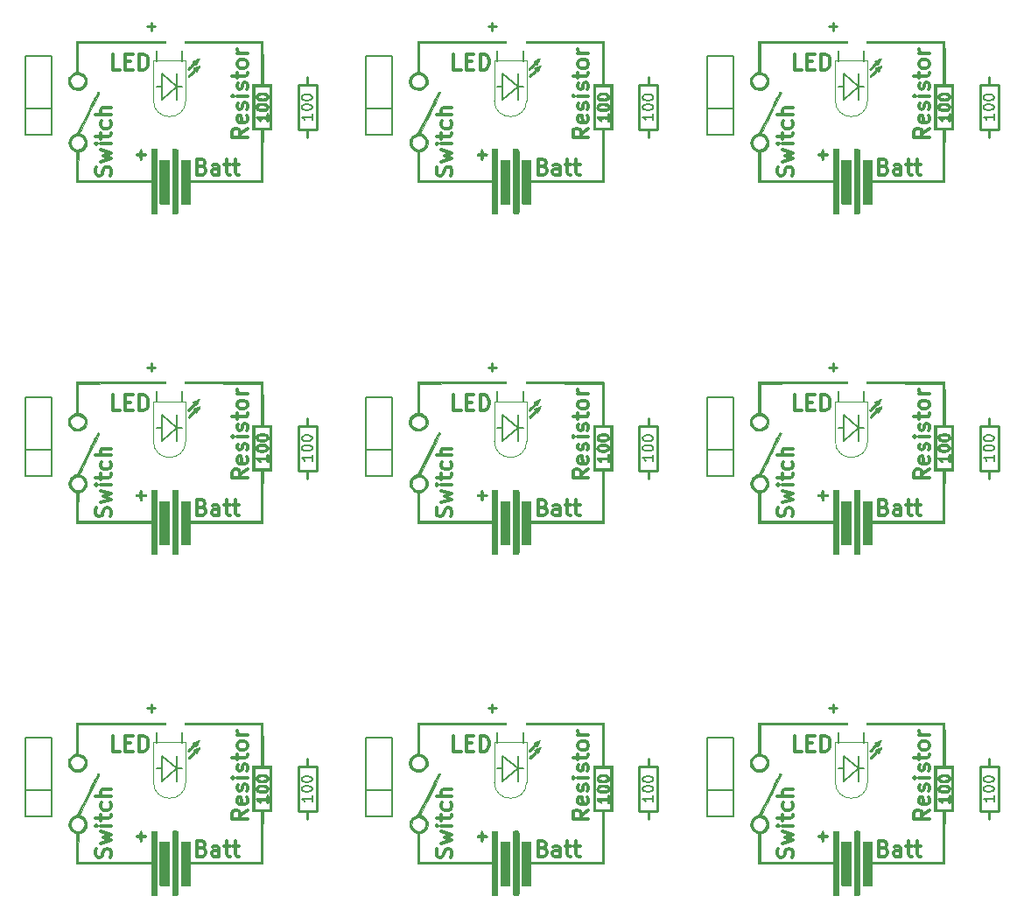
<source format=gto>
%MOIN*%
%OFA0B0*%
%FSLAX46Y46*%
%IPPOS*%
%LPD*%
%ADD10C,0.011811023622047244*%
%ADD11C,0.00984251968503937*%
%ADD12C,0.0047244094488188976*%
%ADD13C,0.005905511811023622*%
%ADD14C,0.01*%
%ADD15C,0.00039370078740157485*%
%ADD26C,0.011811023622047244*%
%ADD27C,0.00984251968503937*%
%ADD28C,0.0047244094488188976*%
%ADD29C,0.005905511811023622*%
%ADD30C,0.01*%
%ADD31C,0.00039370078740157485*%
%ADD32C,0.011811023622047244*%
%ADD33C,0.00984251968503937*%
%ADD34C,0.0047244094488188976*%
%ADD35C,0.005905511811023622*%
%ADD36C,0.01*%
%ADD37C,0.00039370078740157485*%
%ADD38C,0.011811023622047244*%
%ADD39C,0.00984251968503937*%
%ADD40C,0.0047244094488188976*%
%ADD41C,0.005905511811023622*%
%ADD42C,0.01*%
%ADD43C,0.00039370078740157485*%
%ADD44C,0.011811023622047244*%
%ADD45C,0.00984251968503937*%
%ADD46C,0.0047244094488188976*%
%ADD47C,0.005905511811023622*%
%ADD48C,0.01*%
%ADD49C,0.00039370078740157485*%
%ADD50C,0.011811023622047244*%
%ADD51C,0.00984251968503937*%
%ADD52C,0.0047244094488188976*%
%ADD53C,0.005905511811023622*%
%ADD54C,0.01*%
%ADD55C,0.00039370078740157485*%
%ADD56C,0.011811023622047244*%
%ADD57C,0.00984251968503937*%
%ADD58C,0.0047244094488188976*%
%ADD59C,0.005905511811023622*%
%ADD60C,0.01*%
%ADD61C,0.00039370078740157485*%
%ADD62C,0.011811023622047244*%
%ADD63C,0.00984251968503937*%
%ADD64C,0.0047244094488188976*%
%ADD65C,0.005905511811023622*%
%ADD66C,0.01*%
%ADD67C,0.00039370078740157485*%
%ADD68C,0.011811023622047244*%
%ADD69C,0.00984251968503937*%
%ADD70C,0.0047244094488188976*%
%ADD71C,0.005905511811023622*%
%ADD72C,0.01*%
%ADD73C,0.00039370078740157485*%
G01*
D10*
X0000723756Y0000454218D02*
X0000732193Y0000451406D01*
X0000735005Y0000448593D01*
X0000737817Y0000442969D01*
X0000737817Y0000434533D01*
X0000735005Y0000428908D01*
X0000732193Y0000426096D01*
X0000726569Y0000423284D01*
X0000704071Y0000423284D01*
X0000704071Y0000482339D01*
X0000723756Y0000482339D01*
X0000729381Y0000479527D01*
X0000732193Y0000476715D01*
X0000735005Y0000471091D01*
X0000735005Y0000465466D01*
X0000732193Y0000459842D01*
X0000729381Y0000457030D01*
X0000723756Y0000454218D01*
X0000704071Y0000454218D01*
X0000788436Y0000423284D02*
X0000788436Y0000454218D01*
X0000785624Y0000459842D01*
X0000779999Y0000462654D01*
X0000768751Y0000462654D01*
X0000763127Y0000459842D01*
X0000788436Y0000426096D02*
X0000782812Y0000423284D01*
X0000768751Y0000423284D01*
X0000763127Y0000426096D01*
X0000760314Y0000431721D01*
X0000760314Y0000437345D01*
X0000763127Y0000442969D01*
X0000768751Y0000445781D01*
X0000782812Y0000445781D01*
X0000788436Y0000448593D01*
X0000808121Y0000462654D02*
X0000830618Y0000462654D01*
X0000816557Y0000482339D02*
X0000816557Y0000431721D01*
X0000819370Y0000426096D01*
X0000824994Y0000423284D01*
X0000830618Y0000423284D01*
X0000841867Y0000462654D02*
X0000864364Y0000462654D01*
X0000850303Y0000482339D02*
X0000850303Y0000431721D01*
X0000853115Y0000426096D01*
X0000858740Y0000423284D01*
X0000864364Y0000423284D01*
X0000373903Y0000419235D02*
X0000376715Y0000427671D01*
X0000376715Y0000441732D01*
X0000373903Y0000447356D01*
X0000371091Y0000450168D01*
X0000365466Y0000452980D01*
X0000359842Y0000452980D01*
X0000354218Y0000450168D01*
X0000351406Y0000447356D01*
X0000348593Y0000441732D01*
X0000345781Y0000430483D01*
X0000342969Y0000424859D01*
X0000340157Y0000422047D01*
X0000334533Y0000419235D01*
X0000328908Y0000419235D01*
X0000323284Y0000422047D01*
X0000320472Y0000424859D01*
X0000317660Y0000430483D01*
X0000317660Y0000444544D01*
X0000320472Y0000452980D01*
X0000337345Y0000472665D02*
X0000376715Y0000483914D01*
X0000348593Y0000495163D01*
X0000376715Y0000506411D01*
X0000337345Y0000517660D01*
X0000376715Y0000540157D02*
X0000337345Y0000540157D01*
X0000317660Y0000540157D02*
X0000320472Y0000537345D01*
X0000323284Y0000540157D01*
X0000320472Y0000542969D01*
X0000317660Y0000540157D01*
X0000323284Y0000540157D01*
X0000337345Y0000559842D02*
X0000337345Y0000582339D01*
X0000317660Y0000568278D02*
X0000368278Y0000568278D01*
X0000373903Y0000571091D01*
X0000376715Y0000576715D01*
X0000376715Y0000582339D01*
X0000373903Y0000627334D02*
X0000376715Y0000621709D01*
X0000376715Y0000610461D01*
X0000373903Y0000604836D01*
X0000371091Y0000602024D01*
X0000365466Y0000599212D01*
X0000348593Y0000599212D01*
X0000342969Y0000602024D01*
X0000340157Y0000604836D01*
X0000337345Y0000610461D01*
X0000337345Y0000621709D01*
X0000340157Y0000627334D01*
X0000376715Y0000652643D02*
X0000317660Y0000652643D01*
X0000376715Y0000677952D02*
X0000345781Y0000677952D01*
X0000340157Y0000675140D01*
X0000337345Y0000669516D01*
X0000337345Y0000661079D01*
X0000340157Y0000655455D01*
X0000342969Y0000652643D01*
X0000896715Y0000599235D02*
X0000868593Y0000579550D01*
X0000896715Y0000565489D02*
X0000837660Y0000565489D01*
X0000837660Y0000587986D01*
X0000840472Y0000593610D01*
X0000843284Y0000596422D01*
X0000848908Y0000599235D01*
X0000857345Y0000599235D01*
X0000862969Y0000596422D01*
X0000865781Y0000593610D01*
X0000868593Y0000587986D01*
X0000868593Y0000565489D01*
X0000893903Y0000647041D02*
X0000896715Y0000641417D01*
X0000896715Y0000630168D01*
X0000893903Y0000624544D01*
X0000888278Y0000621732D01*
X0000865781Y0000621732D01*
X0000860157Y0000624544D01*
X0000857345Y0000630168D01*
X0000857345Y0000641417D01*
X0000860157Y0000647041D01*
X0000865781Y0000649853D01*
X0000871406Y0000649853D01*
X0000877030Y0000621732D01*
X0000893903Y0000672350D02*
X0000896715Y0000677975D01*
X0000896715Y0000689223D01*
X0000893903Y0000694848D01*
X0000888278Y0000697660D01*
X0000885466Y0000697660D01*
X0000879842Y0000694848D01*
X0000877030Y0000689223D01*
X0000877030Y0000680787D01*
X0000874218Y0000675163D01*
X0000868593Y0000672350D01*
X0000865781Y0000672350D01*
X0000860157Y0000675163D01*
X0000857345Y0000680787D01*
X0000857345Y0000689223D01*
X0000860157Y0000694848D01*
X0000896715Y0000722969D02*
X0000857345Y0000722969D01*
X0000837660Y0000722969D02*
X0000840472Y0000720157D01*
X0000843284Y0000722969D01*
X0000840472Y0000725781D01*
X0000837660Y0000722969D01*
X0000843284Y0000722969D01*
X0000893903Y0000748278D02*
X0000896715Y0000753903D01*
X0000896715Y0000765151D01*
X0000893903Y0000770776D01*
X0000888278Y0000773588D01*
X0000885466Y0000773588D01*
X0000879842Y0000770776D01*
X0000877030Y0000765151D01*
X0000877030Y0000756715D01*
X0000874218Y0000751091D01*
X0000868593Y0000748278D01*
X0000865781Y0000748278D01*
X0000860157Y0000751091D01*
X0000857345Y0000756715D01*
X0000857345Y0000765151D01*
X0000860157Y0000770776D01*
X0000857345Y0000790461D02*
X0000857345Y0000812958D01*
X0000837660Y0000798897D02*
X0000888278Y0000798897D01*
X0000893903Y0000801709D01*
X0000896715Y0000807334D01*
X0000896715Y0000812958D01*
X0000896715Y0000841079D02*
X0000893903Y0000835455D01*
X0000891091Y0000832643D01*
X0000885466Y0000829831D01*
X0000868593Y0000829831D01*
X0000862969Y0000832643D01*
X0000860157Y0000835455D01*
X0000857345Y0000841079D01*
X0000857345Y0000849516D01*
X0000860157Y0000855140D01*
X0000862969Y0000857952D01*
X0000868593Y0000860764D01*
X0000885466Y0000860764D01*
X0000891091Y0000857952D01*
X0000893903Y0000855140D01*
X0000896715Y0000849516D01*
X0000896715Y0000841079D01*
X0000896715Y0000886074D02*
X0000857345Y0000886074D01*
X0000868593Y0000886074D02*
X0000862969Y0000888886D01*
X0000860157Y0000891698D01*
X0000857345Y0000897322D01*
X0000857345Y0000902947D01*
X0000412035Y0000823284D02*
X0000383914Y0000823284D01*
X0000383914Y0000882339D01*
X0000431720Y0000854218D02*
X0000451406Y0000854218D01*
X0000459842Y0000823284D02*
X0000431720Y0000823284D01*
X0000431720Y0000882339D01*
X0000459842Y0000882339D01*
X0000485151Y0000823284D02*
X0000485151Y0000882339D01*
X0000499212Y0000882339D01*
X0000507648Y0000879527D01*
X0000513273Y0000873903D01*
X0000516085Y0000868278D01*
X0000518897Y0000857030D01*
X0000518897Y0000848593D01*
X0000516085Y0000837345D01*
X0000513273Y0000831721D01*
X0000507648Y0000826096D01*
X0000499212Y0000823284D01*
X0000485151Y0000823284D01*
D11*
X0000515001Y0000987187D02*
X0000544998Y0000987187D01*
X0000529999Y0000972189D02*
X0000529999Y0001002185D01*
D12*
X0000649999Y0000857677D02*
X0000649999Y0000857677D01*
X0000549999Y0000857677D02*
X0000549999Y0000857677D01*
X0000661417Y0000813582D02*
X0000661417Y0000857677D01*
X0000538582Y0000857677D02*
X0000661417Y0000857677D01*
X0000661417Y0000857677D02*
X0000661417Y0000705708D01*
X0000538582Y0000857677D02*
X0000538582Y0000705708D01*
D13*
X0000549999Y0000856102D02*
X0000549999Y0000895472D01*
X0000648425Y0000856102D02*
X0000648425Y0000895472D01*
X0000628740Y0000757677D02*
X0000648425Y0000757677D01*
X0000569685Y0000806889D02*
X0000569685Y0000708464D01*
X0000628740Y0000757677D02*
X0000569685Y0000806889D01*
X0000569685Y0000708464D02*
X0000628740Y0000757677D01*
X0000628740Y0000806889D02*
X0000628740Y0000708464D01*
X0000569685Y0000757677D02*
X0000549999Y0000757677D01*
D12*
X0000661417Y0000705708D02*
G75*
G02*
X0000538582Y0000705708I-0000061417D01*
G01*
D14*
X0001089999Y0000765000D02*
X0001160000Y0000765000D01*
X0001124999Y0000595000D02*
X0001124999Y0000565000D01*
X0001124999Y0000765000D02*
X0001124999Y0000794999D01*
X0001089999Y0000765000D02*
X0001089999Y0000595000D01*
X0001160000Y0000595000D02*
X0001160000Y0000765000D01*
X0001089999Y0000595000D02*
X0001160000Y0000595000D01*
D13*
X0000049999Y0000675000D02*
X0000150000Y0000675000D01*
X0000150000Y0000875000D02*
X0000150000Y0000575000D01*
X0000049999Y0000875000D02*
X0000150000Y0000875000D01*
X0000049999Y0000575000D02*
X0000049999Y0000875000D01*
X0000150000Y0000575000D02*
X0000049999Y0000575000D01*
D15*
G36*
X0000712197Y0000865264D02*
G01*
X0000710674Y0000861514D01*
X0000708329Y0000856097D01*
X0000707067Y0000853266D01*
X0000704054Y0000846844D01*
X0000701964Y0000843170D01*
X0000700537Y0000841878D01*
X0000699510Y0000842600D01*
X0000699498Y0000842622D01*
X0000698475Y0000843520D01*
X0000696767Y0000843080D01*
X0000693949Y0000841010D01*
X0000689599Y0000837013D01*
X0000685126Y0000832626D01*
X0000679463Y0000827051D01*
X0000675636Y0000823541D01*
X0000673144Y0000821782D01*
X0000671485Y0000821464D01*
X0000670158Y0000822275D01*
X0000669525Y0000822937D01*
X0000668430Y0000824436D01*
X0000668322Y0000826010D01*
X0000669526Y0000828174D01*
X0000672369Y0000831449D01*
X0000677176Y0000836351D01*
X0000679246Y0000838412D01*
X0000684792Y0000844023D01*
X0000688211Y0000847822D01*
X0000689815Y0000850269D01*
X0000689918Y0000851823D01*
X0000689050Y0000852790D01*
X0000688153Y0000853943D01*
X0000688949Y0000855278D01*
X0000691865Y0000857126D01*
X0000697327Y0000859818D01*
X0000699248Y0000860712D01*
X0000705137Y0000863408D01*
X0000709735Y0000865468D01*
X0000712315Y0000866568D01*
X0000712614Y0000866666D01*
X0000712197Y0000865264D01*
G37*
X0000712197Y0000865264D02*
X0000710674Y0000861514D01*
X0000708329Y0000856097D01*
X0000707067Y0000853266D01*
X0000704054Y0000846844D01*
X0000701964Y0000843170D01*
X0000700537Y0000841878D01*
X0000699510Y0000842600D01*
X0000699498Y0000842622D01*
X0000698475Y0000843520D01*
X0000696767Y0000843080D01*
X0000693949Y0000841010D01*
X0000689599Y0000837013D01*
X0000685126Y0000832626D01*
X0000679463Y0000827051D01*
X0000675636Y0000823541D01*
X0000673144Y0000821782D01*
X0000671485Y0000821464D01*
X0000670158Y0000822275D01*
X0000669525Y0000822937D01*
X0000668430Y0000824436D01*
X0000668322Y0000826010D01*
X0000669526Y0000828174D01*
X0000672369Y0000831449D01*
X0000677176Y0000836351D01*
X0000679246Y0000838412D01*
X0000684792Y0000844023D01*
X0000688211Y0000847822D01*
X0000689815Y0000850269D01*
X0000689918Y0000851823D01*
X0000689050Y0000852790D01*
X0000688153Y0000853943D01*
X0000688949Y0000855278D01*
X0000691865Y0000857126D01*
X0000697327Y0000859818D01*
X0000699248Y0000860712D01*
X0000705137Y0000863408D01*
X0000709735Y0000865468D01*
X0000712315Y0000866568D01*
X0000712614Y0000866666D01*
X0000712197Y0000865264D01*
G36*
X0000714040Y0000837790D02*
G01*
X0000712492Y0000833840D01*
X0000710077Y0000828327D01*
X0000708855Y0000825680D01*
X0000705794Y0000819568D01*
X0000703529Y0000815935D01*
X0000702237Y0000815050D01*
X0000702053Y0000815416D01*
X0000701004Y0000817889D01*
X0000700331Y0000818333D01*
X0000698774Y0000817228D01*
X0000695408Y0000814237D01*
X0000690766Y0000809849D01*
X0000686570Y0000805737D01*
X0000680874Y0000800174D01*
X0000677000Y0000796719D01*
X0000674481Y0000795059D01*
X0000672851Y0000794879D01*
X0000671746Y0000795737D01*
X0000670751Y0000797206D01*
X0000670599Y0000798756D01*
X0000671591Y0000800851D01*
X0000674030Y0000803954D01*
X0000678217Y0000808530D01*
X0000684067Y0000814639D01*
X0000688948Y0000819877D01*
X0000691659Y0000823319D01*
X0000692487Y0000825418D01*
X0000691721Y0000826627D01*
X0000691714Y0000826631D01*
X0000690008Y0000828223D01*
X0000690048Y0000828804D01*
X0000692201Y0000830044D01*
X0000696275Y0000832015D01*
X0000701376Y0000834327D01*
X0000706611Y0000836589D01*
X0000711087Y0000838411D01*
X0000713910Y0000839402D01*
X0000714429Y0000839459D01*
X0000714040Y0000837790D01*
G37*
X0000714040Y0000837790D02*
X0000712492Y0000833840D01*
X0000710077Y0000828327D01*
X0000708855Y0000825680D01*
X0000705794Y0000819568D01*
X0000703529Y0000815935D01*
X0000702237Y0000815050D01*
X0000702053Y0000815416D01*
X0000701004Y0000817889D01*
X0000700331Y0000818333D01*
X0000698774Y0000817228D01*
X0000695408Y0000814237D01*
X0000690766Y0000809849D01*
X0000686570Y0000805737D01*
X0000680874Y0000800174D01*
X0000677000Y0000796719D01*
X0000674481Y0000795059D01*
X0000672851Y0000794879D01*
X0000671746Y0000795737D01*
X0000670751Y0000797206D01*
X0000670599Y0000798756D01*
X0000671591Y0000800851D01*
X0000674030Y0000803954D01*
X0000678217Y0000808530D01*
X0000684067Y0000814639D01*
X0000688948Y0000819877D01*
X0000691659Y0000823319D01*
X0000692487Y0000825418D01*
X0000691721Y0000826627D01*
X0000691714Y0000826631D01*
X0000690008Y0000828223D01*
X0000690048Y0000828804D01*
X0000692201Y0000830044D01*
X0000696275Y0000832015D01*
X0000701376Y0000834327D01*
X0000706611Y0000836589D01*
X0000711087Y0000838411D01*
X0000713910Y0000839402D01*
X0000714429Y0000839459D01*
X0000714040Y0000837790D01*
G36*
X0000964132Y0000734704D02*
G01*
X0000969312Y0000732281D01*
X0000973691Y0000728353D01*
X0000973724Y0000728316D01*
X0000976929Y0000723718D01*
X0000977695Y0000719535D01*
X0000976078Y0000715000D01*
X0000974827Y0000712990D01*
X0000970488Y0000708899D01*
X0000964143Y0000706089D01*
X0000956279Y0000704660D01*
X0000947382Y0000704708D01*
X0000939698Y0000705910D01*
X0000933924Y0000708351D01*
X0000929768Y0000712399D01*
X0000927565Y0000717491D01*
X0000927589Y0000719015D01*
X0000936641Y0000719015D01*
X0000937626Y0000716347D01*
X0000938155Y0000715895D01*
X0000942361Y0000714335D01*
X0000948223Y0000713433D01*
X0000954711Y0000713233D01*
X0000960792Y0000713780D01*
X0000964603Y0000714760D01*
X0000967376Y0000716908D01*
X0000968029Y0000719907D01*
X0000966729Y0000723062D01*
X0000963641Y0000725679D01*
X0000961801Y0000726467D01*
X0000957475Y0000727278D01*
X0000952035Y0000727473D01*
X0000946439Y0000727115D01*
X0000941644Y0000726266D01*
X0000938607Y0000724988D01*
X0000938569Y0000724957D01*
X0000936975Y0000722333D01*
X0000936641Y0000719015D01*
X0000927589Y0000719015D01*
X0000927651Y0000723061D01*
X0000928301Y0000725062D01*
X0000931233Y0000729781D01*
X0000935702Y0000733020D01*
X0000942084Y0000734973D01*
X0000948989Y0000735751D01*
X0000957555Y0000735802D01*
X0000964132Y0000734704D01*
G37*
X0000964132Y0000734704D02*
X0000969312Y0000732281D01*
X0000973691Y0000728353D01*
X0000973724Y0000728316D01*
X0000976929Y0000723718D01*
X0000977695Y0000719535D01*
X0000976078Y0000715000D01*
X0000974827Y0000712990D01*
X0000970488Y0000708899D01*
X0000964143Y0000706089D01*
X0000956279Y0000704660D01*
X0000947382Y0000704708D01*
X0000939698Y0000705910D01*
X0000933924Y0000708351D01*
X0000929768Y0000712399D01*
X0000927565Y0000717491D01*
X0000927589Y0000719015D01*
X0000936641Y0000719015D01*
X0000937626Y0000716347D01*
X0000938155Y0000715895D01*
X0000942361Y0000714335D01*
X0000948223Y0000713433D01*
X0000954711Y0000713233D01*
X0000960792Y0000713780D01*
X0000964603Y0000714760D01*
X0000967376Y0000716908D01*
X0000968029Y0000719907D01*
X0000966729Y0000723062D01*
X0000963641Y0000725679D01*
X0000961801Y0000726467D01*
X0000957475Y0000727278D01*
X0000952035Y0000727473D01*
X0000946439Y0000727115D01*
X0000941644Y0000726266D01*
X0000938607Y0000724988D01*
X0000938569Y0000724957D01*
X0000936975Y0000722333D01*
X0000936641Y0000719015D01*
X0000927589Y0000719015D01*
X0000927651Y0000723061D01*
X0000928301Y0000725062D01*
X0000931233Y0000729781D01*
X0000935702Y0000733020D01*
X0000942084Y0000734973D01*
X0000948989Y0000735751D01*
X0000957555Y0000735802D01*
X0000964132Y0000734704D01*
G36*
X0000955803Y0000695910D02*
G01*
X0000962067Y0000695283D01*
X0000966870Y0000694162D01*
X0000967700Y0000693818D01*
X0000971710Y0000690976D01*
X0000975206Y0000686913D01*
X0000977466Y0000682594D01*
X0000977930Y0000680139D01*
X0000977130Y0000677522D01*
X0000975138Y0000674062D01*
X0000974444Y0000673103D01*
X0000969572Y0000668851D01*
X0000962829Y0000666000D01*
X0000954792Y0000664678D01*
X0000946038Y0000665011D01*
X0000941641Y0000665823D01*
X0000935905Y0000667545D01*
X0000932120Y0000669777D01*
X0000929479Y0000673046D01*
X0000928857Y0000674173D01*
X0000927300Y0000679841D01*
X0000927409Y0000680475D01*
X0000936803Y0000680475D01*
X0000937066Y0000677719D01*
X0000938836Y0000675842D01*
X0000942459Y0000674700D01*
X0000948283Y0000674152D01*
X0000952451Y0000674052D01*
X0000959329Y0000674340D01*
X0000963858Y0000675384D01*
X0000965210Y0000676112D01*
X0000967903Y0000678985D01*
X0000968119Y0000681803D01*
X0000966130Y0000684324D01*
X0000962211Y0000686303D01*
X0000956635Y0000687498D01*
X0000952137Y0000687738D01*
X0000944871Y0000687171D01*
X0000939994Y0000685465D01*
X0000937352Y0000682546D01*
X0000936803Y0000680475D01*
X0000927409Y0000680475D01*
X0000928252Y0000685344D01*
X0000931482Y0000690188D01*
X0000936761Y0000693881D01*
X0000938365Y0000694563D01*
X0000942940Y0000695575D01*
X0000949090Y0000696015D01*
X0000955803Y0000695910D01*
G37*
X0000955803Y0000695910D02*
X0000962067Y0000695283D01*
X0000966870Y0000694162D01*
X0000967700Y0000693818D01*
X0000971710Y0000690976D01*
X0000975206Y0000686913D01*
X0000977466Y0000682594D01*
X0000977930Y0000680139D01*
X0000977130Y0000677522D01*
X0000975138Y0000674062D01*
X0000974444Y0000673103D01*
X0000969572Y0000668851D01*
X0000962829Y0000666000D01*
X0000954792Y0000664678D01*
X0000946038Y0000665011D01*
X0000941641Y0000665823D01*
X0000935905Y0000667545D01*
X0000932120Y0000669777D01*
X0000929479Y0000673046D01*
X0000928857Y0000674173D01*
X0000927300Y0000679841D01*
X0000927409Y0000680475D01*
X0000936803Y0000680475D01*
X0000937066Y0000677719D01*
X0000938836Y0000675842D01*
X0000942459Y0000674700D01*
X0000948283Y0000674152D01*
X0000952451Y0000674052D01*
X0000959329Y0000674340D01*
X0000963858Y0000675384D01*
X0000965210Y0000676112D01*
X0000967903Y0000678985D01*
X0000968119Y0000681803D01*
X0000966130Y0000684324D01*
X0000962211Y0000686303D01*
X0000956635Y0000687498D01*
X0000952137Y0000687738D01*
X0000944871Y0000687171D01*
X0000939994Y0000685465D01*
X0000937352Y0000682546D01*
X0000936803Y0000680475D01*
X0000927409Y0000680475D01*
X0000928252Y0000685344D01*
X0000931482Y0000690188D01*
X0000936761Y0000693881D01*
X0000938365Y0000694563D01*
X0000942940Y0000695575D01*
X0000949090Y0000696015D01*
X0000955803Y0000695910D01*
G36*
X0000973935Y0000656929D02*
G01*
X0000975763Y0000655246D01*
X0000976937Y0000653236D01*
X0000977625Y0000649742D01*
X0000977910Y0000644233D01*
X0000977930Y0000641565D01*
X0000977829Y0000634665D01*
X0000977432Y0000630072D01*
X0000976606Y0000627343D01*
X0000975215Y0000626030D01*
X0000973122Y0000625689D01*
X0000973103Y0000625689D01*
X0000970131Y0000626675D01*
X0000968584Y0000629778D01*
X0000968275Y0000633388D01*
X0000968156Y0000634996D01*
X0000967438Y0000635980D01*
X0000965578Y0000636495D01*
X0000962033Y0000636692D01*
X0000956404Y0000636724D01*
X0000950692Y0000636674D01*
X0000947259Y0000636456D01*
X0000945623Y0000635960D01*
X0000945306Y0000635082D01*
X0000945556Y0000634310D01*
X0000946924Y0000629740D01*
X0000946508Y0000627069D01*
X0000944545Y0000626316D01*
X0000941268Y0000627499D01*
X0000936914Y0000630637D01*
X0000933956Y0000633391D01*
X0000930210Y0000637330D01*
X0000928053Y0000640266D01*
X0000927675Y0000642345D01*
X0000929268Y0000643712D01*
X0000933021Y0000644513D01*
X0000939124Y0000644893D01*
X0000947767Y0000644998D01*
X0000949134Y0000645000D01*
X0000968275Y0000645000D01*
X0000968275Y0000649039D01*
X0000968993Y0000652752D01*
X0000970443Y0000655246D01*
X0000972484Y0000657061D01*
X0000973935Y0000656929D01*
G37*
X0000973935Y0000656929D02*
X0000975763Y0000655246D01*
X0000976937Y0000653236D01*
X0000977625Y0000649742D01*
X0000977910Y0000644233D01*
X0000977930Y0000641565D01*
X0000977829Y0000634665D01*
X0000977432Y0000630072D01*
X0000976606Y0000627343D01*
X0000975215Y0000626030D01*
X0000973122Y0000625689D01*
X0000973103Y0000625689D01*
X0000970131Y0000626675D01*
X0000968584Y0000629778D01*
X0000968275Y0000633388D01*
X0000968156Y0000634996D01*
X0000967438Y0000635980D01*
X0000965578Y0000636495D01*
X0000962033Y0000636692D01*
X0000956404Y0000636724D01*
X0000950692Y0000636674D01*
X0000947259Y0000636456D01*
X0000945623Y0000635960D01*
X0000945306Y0000635082D01*
X0000945556Y0000634310D01*
X0000946924Y0000629740D01*
X0000946508Y0000627069D01*
X0000944545Y0000626316D01*
X0000941268Y0000627499D01*
X0000936914Y0000630637D01*
X0000933956Y0000633391D01*
X0000930210Y0000637330D01*
X0000928053Y0000640266D01*
X0000927675Y0000642345D01*
X0000929268Y0000643712D01*
X0000933021Y0000644513D01*
X0000939124Y0000644893D01*
X0000947767Y0000644998D01*
X0000949134Y0000645000D01*
X0000968275Y0000645000D01*
X0000968275Y0000649039D01*
X0000968993Y0000652752D01*
X0000970443Y0000655246D01*
X0000972484Y0000657061D01*
X0000973935Y0000656929D01*
G36*
X0000582758Y0000925689D02*
G01*
X0000417586Y0000925339D01*
X0000252413Y0000924988D01*
X0000252413Y0000813518D01*
X0000257859Y0000812598D01*
X0000265878Y0000809932D01*
X0000272920Y0000805109D01*
X0000278651Y0000798634D01*
X0000282739Y0000791013D01*
X0000284851Y0000782750D01*
X0000284655Y0000774351D01*
X0000284257Y0000772490D01*
X0000281256Y0000764260D01*
X0000276617Y0000757675D01*
X0000269929Y0000752257D01*
X0000264137Y0000749059D01*
X0000256270Y0000746535D01*
X0000247420Y0000745765D01*
X0000238778Y0000746803D01*
X0000235522Y0000747781D01*
X0000227092Y0000752290D01*
X0000220029Y0000758916D01*
X0000216828Y0000763491D01*
X0000214692Y0000767671D01*
X0000213553Y0000771732D01*
X0000213132Y0000776865D01*
X0000213122Y0000777770D01*
X0000221185Y0000777770D01*
X0000222740Y0000770671D01*
X0000226342Y0000764498D01*
X0000231648Y0000759532D01*
X0000238313Y0000756055D01*
X0000245993Y0000754349D01*
X0000254344Y0000754696D01*
X0000258427Y0000755656D01*
X0000265234Y0000759009D01*
X0000270733Y0000764268D01*
X0000274559Y0000770830D01*
X0000276351Y0000778092D01*
X0000275932Y0000784689D01*
X0000273061Y0000792002D01*
X0000268418Y0000797674D01*
X0000262453Y0000801699D01*
X0000255615Y0000804070D01*
X0000248356Y0000804779D01*
X0000241126Y0000803821D01*
X0000234374Y0000801187D01*
X0000228552Y0000796872D01*
X0000224109Y0000790869D01*
X0000222020Y0000785511D01*
X0000221185Y0000777770D01*
X0000213122Y0000777770D01*
X0000213103Y0000779482D01*
X0000213307Y0000785326D01*
X0000214112Y0000789642D01*
X0000215808Y0000793643D01*
X0000216988Y0000795747D01*
X0000222500Y0000802792D01*
X0000229636Y0000808453D01*
X0000237550Y0000812075D01*
X0000238256Y0000812274D01*
X0000244109Y0000813840D01*
X0000244468Y0000873213D01*
X0000244827Y0000932586D01*
X0000582758Y0000932586D01*
X0000582758Y0000925689D01*
G37*
X0000582758Y0000925689D02*
X0000417586Y0000925339D01*
X0000252413Y0000924988D01*
X0000252413Y0000813518D01*
X0000257859Y0000812598D01*
X0000265878Y0000809932D01*
X0000272920Y0000805109D01*
X0000278651Y0000798634D01*
X0000282739Y0000791013D01*
X0000284851Y0000782750D01*
X0000284655Y0000774351D01*
X0000284257Y0000772490D01*
X0000281256Y0000764260D01*
X0000276617Y0000757675D01*
X0000269929Y0000752257D01*
X0000264137Y0000749059D01*
X0000256270Y0000746535D01*
X0000247420Y0000745765D01*
X0000238778Y0000746803D01*
X0000235522Y0000747781D01*
X0000227092Y0000752290D01*
X0000220029Y0000758916D01*
X0000216828Y0000763491D01*
X0000214692Y0000767671D01*
X0000213553Y0000771732D01*
X0000213132Y0000776865D01*
X0000213122Y0000777770D01*
X0000221185Y0000777770D01*
X0000222740Y0000770671D01*
X0000226342Y0000764498D01*
X0000231648Y0000759532D01*
X0000238313Y0000756055D01*
X0000245993Y0000754349D01*
X0000254344Y0000754696D01*
X0000258427Y0000755656D01*
X0000265234Y0000759009D01*
X0000270733Y0000764268D01*
X0000274559Y0000770830D01*
X0000276351Y0000778092D01*
X0000275932Y0000784689D01*
X0000273061Y0000792002D01*
X0000268418Y0000797674D01*
X0000262453Y0000801699D01*
X0000255615Y0000804070D01*
X0000248356Y0000804779D01*
X0000241126Y0000803821D01*
X0000234374Y0000801187D01*
X0000228552Y0000796872D01*
X0000224109Y0000790869D01*
X0000222020Y0000785511D01*
X0000221185Y0000777770D01*
X0000213122Y0000777770D01*
X0000213103Y0000779482D01*
X0000213307Y0000785326D01*
X0000214112Y0000789642D01*
X0000215808Y0000793643D01*
X0000216988Y0000795747D01*
X0000222500Y0000802792D01*
X0000229636Y0000808453D01*
X0000237550Y0000812075D01*
X0000238256Y0000812274D01*
X0000244109Y0000813840D01*
X0000244468Y0000873213D01*
X0000244827Y0000932586D01*
X0000582758Y0000932586D01*
X0000582758Y0000925689D01*
G36*
X0000492217Y0000519833D02*
G01*
X0000494017Y0000516576D01*
X0000494899Y0000511409D01*
X0000495316Y0000504310D01*
X0000501972Y0000504310D01*
X0000507144Y0000503781D01*
X0000510359Y0000502333D01*
X0000511336Y0000500174D01*
X0000510344Y0000498103D01*
X0000507533Y0000496627D01*
X0000502530Y0000496039D01*
X0000501900Y0000496034D01*
X0000495172Y0000496034D01*
X0000495172Y0000489413D01*
X0000494594Y0000484402D01*
X0000493093Y0000480938D01*
X0000491021Y0000479330D01*
X0000488728Y0000479888D01*
X0000486945Y0000482150D01*
X0000486010Y0000485257D01*
X0000485533Y0000489503D01*
X0000485517Y0000490354D01*
X0000485517Y0000495890D01*
X0000478275Y0000496307D01*
X0000474048Y0000496663D01*
X0000471892Y0000497345D01*
X0000471119Y0000498718D01*
X0000471034Y0000500172D01*
X0000471271Y0000502199D01*
X0000472442Y0000503293D01*
X0000475233Y0000503821D01*
X0000478275Y0000504037D01*
X0000485517Y0000504454D01*
X0000485517Y0000510325D01*
X0000486172Y0000515973D01*
X0000487822Y0000519477D01*
X0000489995Y0000520782D01*
X0000492217Y0000519833D01*
G37*
X0000492217Y0000519833D02*
X0000494017Y0000516576D01*
X0000494899Y0000511409D01*
X0000495316Y0000504310D01*
X0000501972Y0000504310D01*
X0000507144Y0000503781D01*
X0000510359Y0000502333D01*
X0000511336Y0000500174D01*
X0000510344Y0000498103D01*
X0000507533Y0000496627D01*
X0000502530Y0000496039D01*
X0000501900Y0000496034D01*
X0000495172Y0000496034D01*
X0000495172Y0000489413D01*
X0000494594Y0000484402D01*
X0000493093Y0000480938D01*
X0000491021Y0000479330D01*
X0000488728Y0000479888D01*
X0000486945Y0000482150D01*
X0000486010Y0000485257D01*
X0000485533Y0000489503D01*
X0000485517Y0000490354D01*
X0000485517Y0000495890D01*
X0000478275Y0000496307D01*
X0000474048Y0000496663D01*
X0000471892Y0000497345D01*
X0000471119Y0000498718D01*
X0000471034Y0000500172D01*
X0000471271Y0000502199D01*
X0000472442Y0000503293D01*
X0000475233Y0000503821D01*
X0000478275Y0000504037D01*
X0000485517Y0000504454D01*
X0000485517Y0000510325D01*
X0000486172Y0000515973D01*
X0000487822Y0000519477D01*
X0000489995Y0000520782D01*
X0000492217Y0000519833D01*
G36*
X0000890727Y0000932993D02*
G01*
X0000905900Y0000932941D01*
X0000918801Y0000932862D01*
X0000929528Y0000932755D01*
X0000938177Y0000932618D01*
X0000944846Y0000932451D01*
X0000949632Y0000932253D01*
X0000952633Y0000932024D01*
X0000953946Y0000931762D01*
X0000953988Y0000931733D01*
X0000954392Y0000930983D01*
X0000954735Y0000929325D01*
X0000955023Y0000926567D01*
X0000955260Y0000922516D01*
X0000955451Y0000916981D01*
X0000955600Y0000909770D01*
X0000955710Y0000900689D01*
X0000955787Y0000889548D01*
X0000955835Y0000876153D01*
X0000955858Y0000860313D01*
X0000955862Y0000849012D01*
X0000955862Y0000767846D01*
X0000972068Y0000767457D01*
X0000988275Y0000767068D01*
X0000988275Y0000594655D01*
X0000972077Y0000594266D01*
X0000955880Y0000593878D01*
X0000955526Y0000494266D01*
X0000955172Y0000394655D01*
X0000677283Y0000393952D01*
X0000676917Y0000353614D01*
X0000676551Y0000313275D01*
X0000660616Y0000312889D01*
X0000654239Y0000312815D01*
X0000648902Y0000312905D01*
X0000645192Y0000313138D01*
X0000643719Y0000313464D01*
X0000643546Y0000314980D01*
X0000643383Y0000319011D01*
X0000643232Y0000325314D01*
X0000643097Y0000333645D01*
X0000642981Y0000343762D01*
X0000642886Y0000355419D01*
X0000642816Y0000368375D01*
X0000642772Y0000382385D01*
X0000642758Y0000396306D01*
X0000642758Y0000478188D01*
X0000659655Y0000477801D01*
X0000676551Y0000477413D01*
X0000676918Y0000439827D01*
X0000677285Y0000402241D01*
X0000947586Y0000402241D01*
X0000947586Y0000593877D01*
X0000931379Y0000594266D01*
X0000915172Y0000594655D01*
X0000915172Y0000759482D01*
X0000922758Y0000759482D01*
X0000922758Y0000602241D01*
X0000980689Y0000602241D01*
X0000980689Y0000759482D01*
X0000922758Y0000759482D01*
X0000915172Y0000759482D01*
X0000915172Y0000767068D01*
X0000931379Y0000767457D01*
X0000947586Y0000767846D01*
X0000947586Y0000924987D01*
X0000658620Y0000925689D01*
X0000658620Y0000932586D01*
X0000805368Y0000932937D01*
X0000830602Y0000932988D01*
X0000853175Y0000933015D01*
X0000873184Y0000933017D01*
X0000890727Y0000932993D01*
G37*
X0000890727Y0000932993D02*
X0000905900Y0000932941D01*
X0000918801Y0000932862D01*
X0000929528Y0000932755D01*
X0000938177Y0000932618D01*
X0000944846Y0000932451D01*
X0000949632Y0000932253D01*
X0000952633Y0000932024D01*
X0000953946Y0000931762D01*
X0000953988Y0000931733D01*
X0000954392Y0000930983D01*
X0000954735Y0000929325D01*
X0000955023Y0000926567D01*
X0000955260Y0000922516D01*
X0000955451Y0000916981D01*
X0000955600Y0000909770D01*
X0000955710Y0000900689D01*
X0000955787Y0000889548D01*
X0000955835Y0000876153D01*
X0000955858Y0000860313D01*
X0000955862Y0000849012D01*
X0000955862Y0000767846D01*
X0000972068Y0000767457D01*
X0000988275Y0000767068D01*
X0000988275Y0000594655D01*
X0000972077Y0000594266D01*
X0000955880Y0000593878D01*
X0000955526Y0000494266D01*
X0000955172Y0000394655D01*
X0000677283Y0000393952D01*
X0000676917Y0000353614D01*
X0000676551Y0000313275D01*
X0000660616Y0000312889D01*
X0000654239Y0000312815D01*
X0000648902Y0000312905D01*
X0000645192Y0000313138D01*
X0000643719Y0000313464D01*
X0000643546Y0000314980D01*
X0000643383Y0000319011D01*
X0000643232Y0000325314D01*
X0000643097Y0000333645D01*
X0000642981Y0000343762D01*
X0000642886Y0000355419D01*
X0000642816Y0000368375D01*
X0000642772Y0000382385D01*
X0000642758Y0000396306D01*
X0000642758Y0000478188D01*
X0000659655Y0000477801D01*
X0000676551Y0000477413D01*
X0000676918Y0000439827D01*
X0000677285Y0000402241D01*
X0000947586Y0000402241D01*
X0000947586Y0000593877D01*
X0000931379Y0000594266D01*
X0000915172Y0000594655D01*
X0000915172Y0000759482D01*
X0000922758Y0000759482D01*
X0000922758Y0000602241D01*
X0000980689Y0000602241D01*
X0000980689Y0000759482D01*
X0000922758Y0000759482D01*
X0000915172Y0000759482D01*
X0000915172Y0000767068D01*
X0000931379Y0000767457D01*
X0000947586Y0000767846D01*
X0000947586Y0000924987D01*
X0000658620Y0000925689D01*
X0000658620Y0000932586D01*
X0000805368Y0000932937D01*
X0000830602Y0000932988D01*
X0000853175Y0000933015D01*
X0000873184Y0000933017D01*
X0000890727Y0000932993D01*
G36*
X0000596551Y0000313275D02*
G01*
X0000579628Y0000312888D01*
X0000572022Y0000312791D01*
X0000566815Y0000312926D01*
X0000563655Y0000313322D01*
X0000562189Y0000314007D01*
X0000562028Y0000314267D01*
X0000561912Y0000315934D01*
X0000561813Y0000320111D01*
X0000561734Y0000326549D01*
X0000561675Y0000335000D01*
X0000561638Y0000345216D01*
X0000561622Y0000356947D01*
X0000561630Y0000369946D01*
X0000561662Y0000383964D01*
X0000561711Y0000396724D01*
X0000562068Y0000477413D01*
X0000596551Y0000477413D01*
X0000596551Y0000313275D01*
G37*
X0000596551Y0000313275D02*
X0000579628Y0000312888D01*
X0000572022Y0000312791D01*
X0000566815Y0000312926D01*
X0000563655Y0000313322D01*
X0000562189Y0000314007D01*
X0000562028Y0000314267D01*
X0000561912Y0000315934D01*
X0000561813Y0000320111D01*
X0000561734Y0000326549D01*
X0000561675Y0000335000D01*
X0000561638Y0000345216D01*
X0000561622Y0000356947D01*
X0000561630Y0000369946D01*
X0000561662Y0000383964D01*
X0000561711Y0000396724D01*
X0000562068Y0000477413D01*
X0000596551Y0000477413D01*
X0000596551Y0000313275D01*
G36*
X0000624575Y0000520564D02*
G01*
X0000628478Y0000519979D01*
X0000629775Y0000519382D01*
X0000630122Y0000518764D01*
X0000630427Y0000517411D01*
X0000630691Y0000515162D01*
X0000630919Y0000511853D01*
X0000631111Y0000507322D01*
X0000631272Y0000501405D01*
X0000631404Y0000493939D01*
X0000631508Y0000484761D01*
X0000631589Y0000473708D01*
X0000631648Y0000460618D01*
X0000631688Y0000445326D01*
X0000631712Y0000427671D01*
X0000631723Y0000407488D01*
X0000631724Y0000398210D01*
X0000631715Y0000376086D01*
X0000631686Y0000356588D01*
X0000631637Y0000339584D01*
X0000631565Y0000324942D01*
X0000631468Y0000312530D01*
X0000631345Y0000302214D01*
X0000631194Y0000293864D01*
X0000631013Y0000287347D01*
X0000630799Y0000282530D01*
X0000630553Y0000279281D01*
X0000630270Y0000277469D01*
X0000630068Y0000277000D01*
X0000627818Y0000276046D01*
X0000623964Y0000275492D01*
X0000619394Y0000275333D01*
X0000614995Y0000275568D01*
X0000611654Y0000276191D01*
X0000610290Y0000277068D01*
X0000610196Y0000278676D01*
X0000610114Y0000282842D01*
X0000610044Y0000289363D01*
X0000609987Y0000298040D01*
X0000609944Y0000308670D01*
X0000609915Y0000321053D01*
X0000609900Y0000334988D01*
X0000609901Y0000350273D01*
X0000609916Y0000366707D01*
X0000609948Y0000384089D01*
X0000609988Y0000399482D01*
X0000610344Y0000520172D01*
X0000619085Y0000520586D01*
X0000624575Y0000520564D01*
G37*
X0000624575Y0000520564D02*
X0000628478Y0000519979D01*
X0000629775Y0000519382D01*
X0000630122Y0000518764D01*
X0000630427Y0000517411D01*
X0000630691Y0000515162D01*
X0000630919Y0000511853D01*
X0000631111Y0000507322D01*
X0000631272Y0000501405D01*
X0000631404Y0000493939D01*
X0000631508Y0000484761D01*
X0000631589Y0000473708D01*
X0000631648Y0000460618D01*
X0000631688Y0000445326D01*
X0000631712Y0000427671D01*
X0000631723Y0000407488D01*
X0000631724Y0000398210D01*
X0000631715Y0000376086D01*
X0000631686Y0000356588D01*
X0000631637Y0000339584D01*
X0000631565Y0000324942D01*
X0000631468Y0000312530D01*
X0000631345Y0000302214D01*
X0000631194Y0000293864D01*
X0000631013Y0000287347D01*
X0000630799Y0000282530D01*
X0000630553Y0000279281D01*
X0000630270Y0000277469D01*
X0000630068Y0000277000D01*
X0000627818Y0000276046D01*
X0000623964Y0000275492D01*
X0000619394Y0000275333D01*
X0000614995Y0000275568D01*
X0000611654Y0000276191D01*
X0000610290Y0000277068D01*
X0000610196Y0000278676D01*
X0000610114Y0000282842D01*
X0000610044Y0000289363D01*
X0000609987Y0000298040D01*
X0000609944Y0000308670D01*
X0000609915Y0000321053D01*
X0000609900Y0000334988D01*
X0000609901Y0000350273D01*
X0000609916Y0000366707D01*
X0000609948Y0000384089D01*
X0000609988Y0000399482D01*
X0000610344Y0000520172D01*
X0000619085Y0000520586D01*
X0000624575Y0000520564D01*
G36*
X0000330805Y0000738114D02*
G01*
X0000332353Y0000736408D01*
X0000332413Y0000736028D01*
X0000331820Y0000734593D01*
X0000330110Y0000730901D01*
X0000327388Y0000725170D01*
X0000323759Y0000717614D01*
X0000319328Y0000708452D01*
X0000314200Y0000697900D01*
X0000308478Y0000686174D01*
X0000302269Y0000673491D01*
X0000295677Y0000660069D01*
X0000295240Y0000659180D01*
X0000288614Y0000645696D01*
X0000282353Y0000632921D01*
X0000276563Y0000621075D01*
X0000271350Y0000610377D01*
X0000266820Y0000601046D01*
X0000263080Y0000593301D01*
X0000260235Y0000587360D01*
X0000258394Y0000583443D01*
X0000257660Y0000581769D01*
X0000257654Y0000581745D01*
X0000258574Y0000580066D01*
X0000261574Y0000578346D01*
X0000262408Y0000578026D01*
X0000270375Y0000573782D01*
X0000277044Y0000567454D01*
X0000281996Y0000559574D01*
X0000284809Y0000550674D01*
X0000284992Y0000549494D01*
X0000284881Y0000541320D01*
X0000282610Y0000533131D01*
X0000278545Y0000525516D01*
X0000273056Y0000519063D01*
X0000266511Y0000514363D01*
X0000261896Y0000512535D01*
X0000257845Y0000511428D01*
X0000254801Y0000510588D01*
X0000254137Y0000510402D01*
X0000253681Y0000509686D01*
X0000253307Y0000507682D01*
X0000253008Y0000504182D01*
X0000252778Y0000498976D01*
X0000252610Y0000491858D01*
X0000252498Y0000482618D01*
X0000252434Y0000471048D01*
X0000252413Y0000456939D01*
X0000252413Y0000456077D01*
X0000252413Y0000402241D01*
X0000529625Y0000402241D01*
X0000530344Y0000520172D01*
X0000549655Y0000520172D01*
X0000549655Y0000276034D01*
X0000540631Y0000275633D01*
X0000535864Y0000275566D01*
X0000532246Y0000275784D01*
X0000530631Y0000276207D01*
X0000530423Y0000277752D01*
X0000530231Y0000281765D01*
X0000530058Y0000287956D01*
X0000529910Y0000296035D01*
X0000529791Y0000305711D01*
X0000529707Y0000316696D01*
X0000529661Y0000328698D01*
X0000529655Y0000335568D01*
X0000529655Y0000393952D01*
X0000387241Y0000394303D01*
X0000244827Y0000394655D01*
X0000244467Y0000452717D01*
X0000244108Y0000510779D01*
X0000238888Y0000512343D01*
X0000234758Y0000514190D01*
X0000230085Y0000517142D01*
X0000227821Y0000518912D01*
X0000221253Y0000526200D01*
X0000217092Y0000534528D01*
X0000215399Y0000543442D01*
X0000223952Y0000543442D01*
X0000224715Y0000539119D01*
X0000227360Y0000533102D01*
X0000231571Y0000527389D01*
X0000236565Y0000522937D01*
X0000239284Y0000521404D01*
X0000244603Y0000520019D01*
X0000251093Y0000519592D01*
X0000257325Y0000520157D01*
X0000260255Y0000520949D01*
X0000266876Y0000524851D01*
X0000272009Y0000530695D01*
X0000275260Y0000537895D01*
X0000276256Y0000544981D01*
X0000275002Y0000553460D01*
X0000271440Y0000560702D01*
X0000265871Y0000566370D01*
X0000258594Y0000570125D01*
X0000252746Y0000571424D01*
X0000244960Y0000571082D01*
X0000237876Y0000568443D01*
X0000231863Y0000563934D01*
X0000227292Y0000557979D01*
X0000224531Y0000551006D01*
X0000223952Y0000543442D01*
X0000215399Y0000543442D01*
X0000215389Y0000543494D01*
X0000216196Y0000552701D01*
X0000219564Y0000561747D01*
X0000221769Y0000565423D01*
X0000227255Y0000571740D01*
X0000234256Y0000576348D01*
X0000240400Y0000578801D01*
X0000247177Y0000581011D01*
X0000285821Y0000659557D01*
X0000292592Y0000673289D01*
X0000299032Y0000686286D01*
X0000305034Y0000698338D01*
X0000310491Y0000709232D01*
X0000315295Y0000718757D01*
X0000319340Y0000726701D01*
X0000322519Y0000732852D01*
X0000324726Y0000737000D01*
X0000325853Y0000738931D01*
X0000325951Y0000739041D01*
X0000328204Y0000739209D01*
X0000330805Y0000738114D01*
G37*
X0000330805Y0000738114D02*
X0000332353Y0000736408D01*
X0000332413Y0000736028D01*
X0000331820Y0000734593D01*
X0000330110Y0000730901D01*
X0000327388Y0000725170D01*
X0000323759Y0000717614D01*
X0000319328Y0000708452D01*
X0000314200Y0000697900D01*
X0000308478Y0000686174D01*
X0000302269Y0000673491D01*
X0000295677Y0000660069D01*
X0000295240Y0000659180D01*
X0000288614Y0000645696D01*
X0000282353Y0000632921D01*
X0000276563Y0000621075D01*
X0000271350Y0000610377D01*
X0000266820Y0000601046D01*
X0000263080Y0000593301D01*
X0000260235Y0000587360D01*
X0000258394Y0000583443D01*
X0000257660Y0000581769D01*
X0000257654Y0000581745D01*
X0000258574Y0000580066D01*
X0000261574Y0000578346D01*
X0000262408Y0000578026D01*
X0000270375Y0000573782D01*
X0000277044Y0000567454D01*
X0000281996Y0000559574D01*
X0000284809Y0000550674D01*
X0000284992Y0000549494D01*
X0000284881Y0000541320D01*
X0000282610Y0000533131D01*
X0000278545Y0000525516D01*
X0000273056Y0000519063D01*
X0000266511Y0000514363D01*
X0000261896Y0000512535D01*
X0000257845Y0000511428D01*
X0000254801Y0000510588D01*
X0000254137Y0000510402D01*
X0000253681Y0000509686D01*
X0000253307Y0000507682D01*
X0000253008Y0000504182D01*
X0000252778Y0000498976D01*
X0000252610Y0000491858D01*
X0000252498Y0000482618D01*
X0000252434Y0000471048D01*
X0000252413Y0000456939D01*
X0000252413Y0000456077D01*
X0000252413Y0000402241D01*
X0000529625Y0000402241D01*
X0000530344Y0000520172D01*
X0000549655Y0000520172D01*
X0000549655Y0000276034D01*
X0000540631Y0000275633D01*
X0000535864Y0000275566D01*
X0000532246Y0000275784D01*
X0000530631Y0000276207D01*
X0000530423Y0000277752D01*
X0000530231Y0000281765D01*
X0000530058Y0000287956D01*
X0000529910Y0000296035D01*
X0000529791Y0000305711D01*
X0000529707Y0000316696D01*
X0000529661Y0000328698D01*
X0000529655Y0000335568D01*
X0000529655Y0000393952D01*
X0000387241Y0000394303D01*
X0000244827Y0000394655D01*
X0000244467Y0000452717D01*
X0000244108Y0000510779D01*
X0000238888Y0000512343D01*
X0000234758Y0000514190D01*
X0000230085Y0000517142D01*
X0000227821Y0000518912D01*
X0000221253Y0000526200D01*
X0000217092Y0000534528D01*
X0000215399Y0000543442D01*
X0000223952Y0000543442D01*
X0000224715Y0000539119D01*
X0000227360Y0000533102D01*
X0000231571Y0000527389D01*
X0000236565Y0000522937D01*
X0000239284Y0000521404D01*
X0000244603Y0000520019D01*
X0000251093Y0000519592D01*
X0000257325Y0000520157D01*
X0000260255Y0000520949D01*
X0000266876Y0000524851D01*
X0000272009Y0000530695D01*
X0000275260Y0000537895D01*
X0000276256Y0000544981D01*
X0000275002Y0000553460D01*
X0000271440Y0000560702D01*
X0000265871Y0000566370D01*
X0000258594Y0000570125D01*
X0000252746Y0000571424D01*
X0000244960Y0000571082D01*
X0000237876Y0000568443D01*
X0000231863Y0000563934D01*
X0000227292Y0000557979D01*
X0000224531Y0000551006D01*
X0000223952Y0000543442D01*
X0000215399Y0000543442D01*
X0000215389Y0000543494D01*
X0000216196Y0000552701D01*
X0000219564Y0000561747D01*
X0000221769Y0000565423D01*
X0000227255Y0000571740D01*
X0000234256Y0000576348D01*
X0000240400Y0000578801D01*
X0000247177Y0000581011D01*
X0000285821Y0000659557D01*
X0000292592Y0000673289D01*
X0000299032Y0000686286D01*
X0000305034Y0000698338D01*
X0000310491Y0000709232D01*
X0000315295Y0000718757D01*
X0000319340Y0000726701D01*
X0000322519Y0000732852D01*
X0000324726Y0000737000D01*
X0000325853Y0000738931D01*
X0000325951Y0000739041D01*
X0000328204Y0000739209D01*
X0000330805Y0000738114D01*
D13*
X0001142810Y0000653753D02*
X0001142810Y0000631256D01*
X0001142810Y0000642504D02*
X0001103440Y0000642504D01*
X0001109064Y0000638755D01*
X0001112813Y0000635005D01*
X0001114688Y0000631256D01*
X0001103440Y0000678125D02*
X0001103440Y0000681874D01*
X0001105314Y0000685624D01*
X0001107189Y0000687499D01*
X0001110939Y0000689373D01*
X0001118438Y0000691248D01*
X0001127812Y0000691248D01*
X0001135311Y0000689373D01*
X0001139060Y0000687499D01*
X0001140935Y0000685624D01*
X0001142810Y0000681874D01*
X0001142810Y0000678125D01*
X0001140935Y0000674375D01*
X0001139060Y0000672500D01*
X0001135311Y0000670626D01*
X0001127812Y0000668751D01*
X0001118438Y0000668751D01*
X0001110939Y0000670626D01*
X0001107189Y0000672500D01*
X0001105314Y0000674375D01*
X0001103440Y0000678125D01*
X0001103440Y0000715620D02*
X0001103440Y0000719370D01*
X0001105314Y0000723119D01*
X0001107189Y0000724994D01*
X0001110939Y0000726869D01*
X0001118438Y0000728743D01*
X0001127812Y0000728743D01*
X0001135311Y0000726869D01*
X0001139060Y0000724994D01*
X0001140935Y0000723119D01*
X0001142810Y0000719370D01*
X0001142810Y0000715620D01*
X0001140935Y0000711871D01*
X0001139060Y0000709996D01*
X0001135311Y0000708121D01*
X0001127812Y0000706246D01*
X0001118438Y0000706246D01*
X0001110939Y0000708121D01*
X0001107189Y0000709996D01*
X0001105314Y0000711871D01*
X0001103440Y0000715620D01*
G04 next file*
G04 Gerber Fmt 4.6, Leading zero omitted, Abs format (unit mm)*
G04 Created by KiCad (PCBNEW (5.1.10)-1) date 2022-03-19 19:01:51*
G01*
G04 APERTURE LIST*
G04 APERTURE END LIST*
D26*
X0000723756Y0001752643D02*
X0000732193Y0001749831D01*
X0000735005Y0001747019D01*
X0000737817Y0001741394D01*
X0000737817Y0001732958D01*
X0000735005Y0001727334D01*
X0000732193Y0001724521D01*
X0000726569Y0001721709D01*
X0000704071Y0001721709D01*
X0000704071Y0001780764D01*
X0000723756Y0001780764D01*
X0000729381Y0001777952D01*
X0000732193Y0001775140D01*
X0000735005Y0001769516D01*
X0000735005Y0001763892D01*
X0000732193Y0001758267D01*
X0000729381Y0001755455D01*
X0000723756Y0001752643D01*
X0000704071Y0001752643D01*
X0000788436Y0001721709D02*
X0000788436Y0001752643D01*
X0000785624Y0001758267D01*
X0000779999Y0001761079D01*
X0000768751Y0001761079D01*
X0000763127Y0001758267D01*
X0000788436Y0001724521D02*
X0000782812Y0001721709D01*
X0000768751Y0001721709D01*
X0000763127Y0001724521D01*
X0000760314Y0001730146D01*
X0000760314Y0001735770D01*
X0000763127Y0001741394D01*
X0000768751Y0001744207D01*
X0000782812Y0001744207D01*
X0000788436Y0001747019D01*
X0000808121Y0001761079D02*
X0000830618Y0001761079D01*
X0000816557Y0001780764D02*
X0000816557Y0001730146D01*
X0000819370Y0001724521D01*
X0000824994Y0001721709D01*
X0000830618Y0001721709D01*
X0000841867Y0001761079D02*
X0000864364Y0001761079D01*
X0000850303Y0001780764D02*
X0000850303Y0001730146D01*
X0000853115Y0001724521D01*
X0000858740Y0001721709D01*
X0000864364Y0001721709D01*
X0000373903Y0001717660D02*
X0000376715Y0001726096D01*
X0000376715Y0001740157D01*
X0000373903Y0001745781D01*
X0000371091Y0001748593D01*
X0000365466Y0001751406D01*
X0000359842Y0001751406D01*
X0000354218Y0001748593D01*
X0000351406Y0001745781D01*
X0000348593Y0001740157D01*
X0000345781Y0001728908D01*
X0000342969Y0001723284D01*
X0000340157Y0001720472D01*
X0000334533Y0001717660D01*
X0000328908Y0001717660D01*
X0000323284Y0001720472D01*
X0000320472Y0001723284D01*
X0000317660Y0001728908D01*
X0000317660Y0001742969D01*
X0000320472Y0001751406D01*
X0000337345Y0001771091D02*
X0000376715Y0001782339D01*
X0000348593Y0001793588D01*
X0000376715Y0001804836D01*
X0000337345Y0001816085D01*
X0000376715Y0001838582D02*
X0000337345Y0001838582D01*
X0000317660Y0001838582D02*
X0000320472Y0001835770D01*
X0000323284Y0001838582D01*
X0000320472Y0001841394D01*
X0000317660Y0001838582D01*
X0000323284Y0001838582D01*
X0000337345Y0001858267D02*
X0000337345Y0001880764D01*
X0000317660Y0001866704D02*
X0000368278Y0001866704D01*
X0000373903Y0001869516D01*
X0000376715Y0001875140D01*
X0000376715Y0001880764D01*
X0000373903Y0001925759D02*
X0000376715Y0001920135D01*
X0000376715Y0001908886D01*
X0000373903Y0001903262D01*
X0000371091Y0001900449D01*
X0000365466Y0001897637D01*
X0000348593Y0001897637D01*
X0000342969Y0001900449D01*
X0000340157Y0001903262D01*
X0000337345Y0001908886D01*
X0000337345Y0001920135D01*
X0000340157Y0001925759D01*
X0000376715Y0001951068D02*
X0000317660Y0001951068D01*
X0000376715Y0001976377D02*
X0000345781Y0001976377D01*
X0000340157Y0001973565D01*
X0000337345Y0001967941D01*
X0000337345Y0001959505D01*
X0000340157Y0001953880D01*
X0000342969Y0001951068D01*
X0000896715Y0001897660D02*
X0000868593Y0001877975D01*
X0000896715Y0001863914D02*
X0000837660Y0001863914D01*
X0000837660Y0001886411D01*
X0000840472Y0001892036D01*
X0000843284Y0001894848D01*
X0000848908Y0001897660D01*
X0000857345Y0001897660D01*
X0000862969Y0001894848D01*
X0000865781Y0001892036D01*
X0000868593Y0001886411D01*
X0000868593Y0001863914D01*
X0000893903Y0001945466D02*
X0000896715Y0001939842D01*
X0000896715Y0001928593D01*
X0000893903Y0001922969D01*
X0000888278Y0001920157D01*
X0000865781Y0001920157D01*
X0000860157Y0001922969D01*
X0000857345Y0001928593D01*
X0000857345Y0001939842D01*
X0000860157Y0001945466D01*
X0000865781Y0001948278D01*
X0000871406Y0001948278D01*
X0000877030Y0001920157D01*
X0000893903Y0001970776D02*
X0000896715Y0001976400D01*
X0000896715Y0001987649D01*
X0000893903Y0001993273D01*
X0000888278Y0001996085D01*
X0000885466Y0001996085D01*
X0000879842Y0001993273D01*
X0000877030Y0001987649D01*
X0000877030Y0001979212D01*
X0000874218Y0001973588D01*
X0000868593Y0001970776D01*
X0000865781Y0001970776D01*
X0000860157Y0001973588D01*
X0000857345Y0001979212D01*
X0000857345Y0001987649D01*
X0000860157Y0001993273D01*
X0000896715Y0002021394D02*
X0000857345Y0002021394D01*
X0000837660Y0002021394D02*
X0000840472Y0002018582D01*
X0000843284Y0002021394D01*
X0000840472Y0002024207D01*
X0000837660Y0002021394D01*
X0000843284Y0002021394D01*
X0000893903Y0002046704D02*
X0000896715Y0002052328D01*
X0000896715Y0002063577D01*
X0000893903Y0002069201D01*
X0000888278Y0002072013D01*
X0000885466Y0002072013D01*
X0000879842Y0002069201D01*
X0000877030Y0002063577D01*
X0000877030Y0002055140D01*
X0000874218Y0002049516D01*
X0000868593Y0002046704D01*
X0000865781Y0002046704D01*
X0000860157Y0002049516D01*
X0000857345Y0002055140D01*
X0000857345Y0002063577D01*
X0000860157Y0002069201D01*
X0000857345Y0002088886D02*
X0000857345Y0002111383D01*
X0000837660Y0002097322D02*
X0000888278Y0002097322D01*
X0000893903Y0002100135D01*
X0000896715Y0002105759D01*
X0000896715Y0002111383D01*
X0000896715Y0002139505D02*
X0000893903Y0002133880D01*
X0000891091Y0002131068D01*
X0000885466Y0002128256D01*
X0000868593Y0002128256D01*
X0000862969Y0002131068D01*
X0000860157Y0002133880D01*
X0000857345Y0002139505D01*
X0000857345Y0002147941D01*
X0000860157Y0002153565D01*
X0000862969Y0002156377D01*
X0000868593Y0002159190D01*
X0000885466Y0002159190D01*
X0000891091Y0002156377D01*
X0000893903Y0002153565D01*
X0000896715Y0002147941D01*
X0000896715Y0002139505D01*
X0000896715Y0002184499D02*
X0000857345Y0002184499D01*
X0000868593Y0002184499D02*
X0000862969Y0002187311D01*
X0000860157Y0002190123D01*
X0000857345Y0002195748D01*
X0000857345Y0002201372D01*
X0000412035Y0002121709D02*
X0000383914Y0002121709D01*
X0000383914Y0002180764D01*
X0000431720Y0002152643D02*
X0000451406Y0002152643D01*
X0000459842Y0002121709D02*
X0000431720Y0002121709D01*
X0000431720Y0002180764D01*
X0000459842Y0002180764D01*
X0000485151Y0002121709D02*
X0000485151Y0002180764D01*
X0000499212Y0002180764D01*
X0000507648Y0002177952D01*
X0000513273Y0002172328D01*
X0000516085Y0002166704D01*
X0000518897Y0002155455D01*
X0000518897Y0002147019D01*
X0000516085Y0002135770D01*
X0000513273Y0002130146D01*
X0000507648Y0002124521D01*
X0000499212Y0002121709D01*
X0000485151Y0002121709D01*
D27*
X0000515001Y0002285613D02*
X0000544998Y0002285613D01*
X0000529999Y0002270614D02*
X0000529999Y0002300611D01*
D28*
X0000649999Y0002156102D02*
X0000649999Y0002156102D01*
X0000549999Y0002156102D02*
X0000549999Y0002156102D01*
X0000661417Y0002112007D02*
X0000661417Y0002156102D01*
X0000538582Y0002156102D02*
X0000661417Y0002156102D01*
X0000661417Y0002156102D02*
X0000661417Y0002004133D01*
X0000538582Y0002156102D02*
X0000538582Y0002004133D01*
D29*
X0000549999Y0002154527D02*
X0000549999Y0002193897D01*
X0000648425Y0002154527D02*
X0000648425Y0002193897D01*
X0000628740Y0002056102D02*
X0000648425Y0002056102D01*
X0000569685Y0002105314D02*
X0000569685Y0002006889D01*
X0000628740Y0002056102D02*
X0000569685Y0002105314D01*
X0000569685Y0002006889D02*
X0000628740Y0002056102D01*
X0000628740Y0002105314D02*
X0000628740Y0002006889D01*
X0000569685Y0002056102D02*
X0000549999Y0002056102D01*
D28*
X0000661417Y0002004133D02*
G75*
G02*
X0000538582Y0002004133I-0000061417D01*
G01*
D30*
X0001089999Y0002063425D02*
X0001160000Y0002063425D01*
X0001124999Y0001893425D02*
X0001124999Y0001863425D01*
X0001124999Y0002063425D02*
X0001124999Y0002093425D01*
X0001089999Y0002063425D02*
X0001089999Y0001893425D01*
X0001160000Y0001893425D02*
X0001160000Y0002063425D01*
X0001089999Y0001893425D02*
X0001160000Y0001893425D01*
D29*
X0000049999Y0001973425D02*
X0000150000Y0001973425D01*
X0000150000Y0002173425D02*
X0000150000Y0001873425D01*
X0000049999Y0002173425D02*
X0000150000Y0002173425D01*
X0000049999Y0001873425D02*
X0000049999Y0002173425D01*
X0000150000Y0001873425D02*
X0000049999Y0001873425D01*
D31*
G36*
X0000712197Y0002163690D02*
G01*
X0000710674Y0002159939D01*
X0000708329Y0002154522D01*
X0000707067Y0002151691D01*
X0000704054Y0002145269D01*
X0000701964Y0002141596D01*
X0000700537Y0002140304D01*
X0000699510Y0002141026D01*
X0000699498Y0002141047D01*
X0000698475Y0002141945D01*
X0000696767Y0002141505D01*
X0000693949Y0002139435D01*
X0000689599Y0002135438D01*
X0000685126Y0002131051D01*
X0000679463Y0002125477D01*
X0000675636Y0002121966D01*
X0000673144Y0002120208D01*
X0000671485Y0002119890D01*
X0000670158Y0002120700D01*
X0000669525Y0002121362D01*
X0000668430Y0002122862D01*
X0000668322Y0002124435D01*
X0000669526Y0002126599D01*
X0000672369Y0002129874D01*
X0000677176Y0002134777D01*
X0000679246Y0002136837D01*
X0000684792Y0002142448D01*
X0000688211Y0002146247D01*
X0000689815Y0002148694D01*
X0000689918Y0002150248D01*
X0000689050Y0002151215D01*
X0000688153Y0002152368D01*
X0000688949Y0002153703D01*
X0000691865Y0002155551D01*
X0000697327Y0002158243D01*
X0000699248Y0002159137D01*
X0000705137Y0002161834D01*
X0000709735Y0002163894D01*
X0000712315Y0002164993D01*
X0000712614Y0002165091D01*
X0000712197Y0002163690D01*
G37*
X0000712197Y0002163690D02*
X0000710674Y0002159939D01*
X0000708329Y0002154522D01*
X0000707067Y0002151691D01*
X0000704054Y0002145269D01*
X0000701964Y0002141596D01*
X0000700537Y0002140304D01*
X0000699510Y0002141026D01*
X0000699498Y0002141047D01*
X0000698475Y0002141945D01*
X0000696767Y0002141505D01*
X0000693949Y0002139435D01*
X0000689599Y0002135438D01*
X0000685126Y0002131051D01*
X0000679463Y0002125477D01*
X0000675636Y0002121966D01*
X0000673144Y0002120208D01*
X0000671485Y0002119890D01*
X0000670158Y0002120700D01*
X0000669525Y0002121362D01*
X0000668430Y0002122862D01*
X0000668322Y0002124435D01*
X0000669526Y0002126599D01*
X0000672369Y0002129874D01*
X0000677176Y0002134777D01*
X0000679246Y0002136837D01*
X0000684792Y0002142448D01*
X0000688211Y0002146247D01*
X0000689815Y0002148694D01*
X0000689918Y0002150248D01*
X0000689050Y0002151215D01*
X0000688153Y0002152368D01*
X0000688949Y0002153703D01*
X0000691865Y0002155551D01*
X0000697327Y0002158243D01*
X0000699248Y0002159137D01*
X0000705137Y0002161834D01*
X0000709735Y0002163894D01*
X0000712315Y0002164993D01*
X0000712614Y0002165091D01*
X0000712197Y0002163690D01*
G36*
X0000714040Y0002136216D02*
G01*
X0000712492Y0002132265D01*
X0000710077Y0002126752D01*
X0000708855Y0002124106D01*
X0000705794Y0002117993D01*
X0000703529Y0002114360D01*
X0000702237Y0002113475D01*
X0000702053Y0002113841D01*
X0000701004Y0002116314D01*
X0000700331Y0002116758D01*
X0000698774Y0002115653D01*
X0000695408Y0002112662D01*
X0000690766Y0002108274D01*
X0000686570Y0002104162D01*
X0000680874Y0002098599D01*
X0000677000Y0002095145D01*
X0000674481Y0002093484D01*
X0000672851Y0002093304D01*
X0000671746Y0002094162D01*
X0000670751Y0002095631D01*
X0000670599Y0002097181D01*
X0000671591Y0002099276D01*
X0000674030Y0002102379D01*
X0000678217Y0002106955D01*
X0000684067Y0002113064D01*
X0000688948Y0002118302D01*
X0000691659Y0002121744D01*
X0000692487Y0002123843D01*
X0000691721Y0002125052D01*
X0000691714Y0002125057D01*
X0000690008Y0002126648D01*
X0000690048Y0002127229D01*
X0000692201Y0002128469D01*
X0000696275Y0002130440D01*
X0000701376Y0002132752D01*
X0000706611Y0002135014D01*
X0000711087Y0002136836D01*
X0000713910Y0002137827D01*
X0000714429Y0002137884D01*
X0000714040Y0002136216D01*
G37*
X0000714040Y0002136216D02*
X0000712492Y0002132265D01*
X0000710077Y0002126752D01*
X0000708855Y0002124106D01*
X0000705794Y0002117993D01*
X0000703529Y0002114360D01*
X0000702237Y0002113475D01*
X0000702053Y0002113841D01*
X0000701004Y0002116314D01*
X0000700331Y0002116758D01*
X0000698774Y0002115653D01*
X0000695408Y0002112662D01*
X0000690766Y0002108274D01*
X0000686570Y0002104162D01*
X0000680874Y0002098599D01*
X0000677000Y0002095145D01*
X0000674481Y0002093484D01*
X0000672851Y0002093304D01*
X0000671746Y0002094162D01*
X0000670751Y0002095631D01*
X0000670599Y0002097181D01*
X0000671591Y0002099276D01*
X0000674030Y0002102379D01*
X0000678217Y0002106955D01*
X0000684067Y0002113064D01*
X0000688948Y0002118302D01*
X0000691659Y0002121744D01*
X0000692487Y0002123843D01*
X0000691721Y0002125052D01*
X0000691714Y0002125057D01*
X0000690008Y0002126648D01*
X0000690048Y0002127229D01*
X0000692201Y0002128469D01*
X0000696275Y0002130440D01*
X0000701376Y0002132752D01*
X0000706611Y0002135014D01*
X0000711087Y0002136836D01*
X0000713910Y0002137827D01*
X0000714429Y0002137884D01*
X0000714040Y0002136216D01*
G36*
X0000964132Y0002033130D02*
G01*
X0000969312Y0002030706D01*
X0000973691Y0002026778D01*
X0000973724Y0002026741D01*
X0000976929Y0002022143D01*
X0000977695Y0002017960D01*
X0000976078Y0002013425D01*
X0000974827Y0002011415D01*
X0000970488Y0002007324D01*
X0000964143Y0002004515D01*
X0000956279Y0002003085D01*
X0000947382Y0002003133D01*
X0000939698Y0002004335D01*
X0000933924Y0002006776D01*
X0000929768Y0002010824D01*
X0000927565Y0002015916D01*
X0000927589Y0002017440D01*
X0000936641Y0002017440D01*
X0000937626Y0002014772D01*
X0000938155Y0002014320D01*
X0000942361Y0002012760D01*
X0000948223Y0002011858D01*
X0000954711Y0002011658D01*
X0000960792Y0002012205D01*
X0000964603Y0002013185D01*
X0000967376Y0002015333D01*
X0000968029Y0002018332D01*
X0000966729Y0002021487D01*
X0000963641Y0002024104D01*
X0000961801Y0002024892D01*
X0000957475Y0002025703D01*
X0000952035Y0002025898D01*
X0000946439Y0002025540D01*
X0000941644Y0002024691D01*
X0000938607Y0002023413D01*
X0000938569Y0002023382D01*
X0000936975Y0002020758D01*
X0000936641Y0002017440D01*
X0000927589Y0002017440D01*
X0000927651Y0002021487D01*
X0000928301Y0002023487D01*
X0000931233Y0002028206D01*
X0000935702Y0002031445D01*
X0000942084Y0002033399D01*
X0000948989Y0002034176D01*
X0000957555Y0002034227D01*
X0000964132Y0002033130D01*
G37*
X0000964132Y0002033130D02*
X0000969312Y0002030706D01*
X0000973691Y0002026778D01*
X0000973724Y0002026741D01*
X0000976929Y0002022143D01*
X0000977695Y0002017960D01*
X0000976078Y0002013425D01*
X0000974827Y0002011415D01*
X0000970488Y0002007324D01*
X0000964143Y0002004515D01*
X0000956279Y0002003085D01*
X0000947382Y0002003133D01*
X0000939698Y0002004335D01*
X0000933924Y0002006776D01*
X0000929768Y0002010824D01*
X0000927565Y0002015916D01*
X0000927589Y0002017440D01*
X0000936641Y0002017440D01*
X0000937626Y0002014772D01*
X0000938155Y0002014320D01*
X0000942361Y0002012760D01*
X0000948223Y0002011858D01*
X0000954711Y0002011658D01*
X0000960792Y0002012205D01*
X0000964603Y0002013185D01*
X0000967376Y0002015333D01*
X0000968029Y0002018332D01*
X0000966729Y0002021487D01*
X0000963641Y0002024104D01*
X0000961801Y0002024892D01*
X0000957475Y0002025703D01*
X0000952035Y0002025898D01*
X0000946439Y0002025540D01*
X0000941644Y0002024691D01*
X0000938607Y0002023413D01*
X0000938569Y0002023382D01*
X0000936975Y0002020758D01*
X0000936641Y0002017440D01*
X0000927589Y0002017440D01*
X0000927651Y0002021487D01*
X0000928301Y0002023487D01*
X0000931233Y0002028206D01*
X0000935702Y0002031445D01*
X0000942084Y0002033399D01*
X0000948989Y0002034176D01*
X0000957555Y0002034227D01*
X0000964132Y0002033130D01*
G36*
X0000955803Y0001994335D02*
G01*
X0000962067Y0001993708D01*
X0000966870Y0001992587D01*
X0000967700Y0001992243D01*
X0000971710Y0001989401D01*
X0000975206Y0001985338D01*
X0000977466Y0001981019D01*
X0000977930Y0001978565D01*
X0000977130Y0001975947D01*
X0000975138Y0001972487D01*
X0000974444Y0001971528D01*
X0000969572Y0001967277D01*
X0000962829Y0001964425D01*
X0000954792Y0001963103D01*
X0000946038Y0001963437D01*
X0000941641Y0001964248D01*
X0000935905Y0001965970D01*
X0000932120Y0001968202D01*
X0000929479Y0001971471D01*
X0000928857Y0001972599D01*
X0000927300Y0001978266D01*
X0000927409Y0001978900D01*
X0000936803Y0001978900D01*
X0000937066Y0001976144D01*
X0000938836Y0001974267D01*
X0000942459Y0001973125D01*
X0000948283Y0001972577D01*
X0000952451Y0001972478D01*
X0000959329Y0001972765D01*
X0000963858Y0001973810D01*
X0000965210Y0001974537D01*
X0000967903Y0001977410D01*
X0000968119Y0001980228D01*
X0000966130Y0001982749D01*
X0000962211Y0001984729D01*
X0000956635Y0001985923D01*
X0000952137Y0001986163D01*
X0000944871Y0001985596D01*
X0000939994Y0001983890D01*
X0000937352Y0001980972D01*
X0000936803Y0001978900D01*
X0000927409Y0001978900D01*
X0000928252Y0001983769D01*
X0000931482Y0001988613D01*
X0000936761Y0001992306D01*
X0000938365Y0001992988D01*
X0000942940Y0001994000D01*
X0000949090Y0001994441D01*
X0000955803Y0001994335D01*
G37*
X0000955803Y0001994335D02*
X0000962067Y0001993708D01*
X0000966870Y0001992587D01*
X0000967700Y0001992243D01*
X0000971710Y0001989401D01*
X0000975206Y0001985338D01*
X0000977466Y0001981019D01*
X0000977930Y0001978565D01*
X0000977130Y0001975947D01*
X0000975138Y0001972487D01*
X0000974444Y0001971528D01*
X0000969572Y0001967277D01*
X0000962829Y0001964425D01*
X0000954792Y0001963103D01*
X0000946038Y0001963437D01*
X0000941641Y0001964248D01*
X0000935905Y0001965970D01*
X0000932120Y0001968202D01*
X0000929479Y0001971471D01*
X0000928857Y0001972599D01*
X0000927300Y0001978266D01*
X0000927409Y0001978900D01*
X0000936803Y0001978900D01*
X0000937066Y0001976144D01*
X0000938836Y0001974267D01*
X0000942459Y0001973125D01*
X0000948283Y0001972577D01*
X0000952451Y0001972478D01*
X0000959329Y0001972765D01*
X0000963858Y0001973810D01*
X0000965210Y0001974537D01*
X0000967903Y0001977410D01*
X0000968119Y0001980228D01*
X0000966130Y0001982749D01*
X0000962211Y0001984729D01*
X0000956635Y0001985923D01*
X0000952137Y0001986163D01*
X0000944871Y0001985596D01*
X0000939994Y0001983890D01*
X0000937352Y0001980972D01*
X0000936803Y0001978900D01*
X0000927409Y0001978900D01*
X0000928252Y0001983769D01*
X0000931482Y0001988613D01*
X0000936761Y0001992306D01*
X0000938365Y0001992988D01*
X0000942940Y0001994000D01*
X0000949090Y0001994441D01*
X0000955803Y0001994335D01*
G36*
X0000973935Y0001955354D02*
G01*
X0000975763Y0001953671D01*
X0000976937Y0001951661D01*
X0000977625Y0001948167D01*
X0000977910Y0001942658D01*
X0000977930Y0001939991D01*
X0000977829Y0001933090D01*
X0000977432Y0001928498D01*
X0000976606Y0001925768D01*
X0000975215Y0001924456D01*
X0000973122Y0001924114D01*
X0000973103Y0001924114D01*
X0000970131Y0001925100D01*
X0000968584Y0001928203D01*
X0000968275Y0001931813D01*
X0000968156Y0001933421D01*
X0000967438Y0001934406D01*
X0000965578Y0001934920D01*
X0000962033Y0001935117D01*
X0000956404Y0001935149D01*
X0000950692Y0001935100D01*
X0000947259Y0001934881D01*
X0000945623Y0001934386D01*
X0000945306Y0001933507D01*
X0000945556Y0001932735D01*
X0000946924Y0001928165D01*
X0000946508Y0001925495D01*
X0000944545Y0001924741D01*
X0000941268Y0001925924D01*
X0000936914Y0001929062D01*
X0000933956Y0001931816D01*
X0000930210Y0001935755D01*
X0000928053Y0001938691D01*
X0000927675Y0001940770D01*
X0000929268Y0001942137D01*
X0000933021Y0001942938D01*
X0000939124Y0001943318D01*
X0000947767Y0001943424D01*
X0000949134Y0001943425D01*
X0000968275Y0001943425D01*
X0000968275Y0001947464D01*
X0000968993Y0001951178D01*
X0000970443Y0001953671D01*
X0000972484Y0001955487D01*
X0000973935Y0001955354D01*
G37*
X0000973935Y0001955354D02*
X0000975763Y0001953671D01*
X0000976937Y0001951661D01*
X0000977625Y0001948167D01*
X0000977910Y0001942658D01*
X0000977930Y0001939991D01*
X0000977829Y0001933090D01*
X0000977432Y0001928498D01*
X0000976606Y0001925768D01*
X0000975215Y0001924456D01*
X0000973122Y0001924114D01*
X0000973103Y0001924114D01*
X0000970131Y0001925100D01*
X0000968584Y0001928203D01*
X0000968275Y0001931813D01*
X0000968156Y0001933421D01*
X0000967438Y0001934406D01*
X0000965578Y0001934920D01*
X0000962033Y0001935117D01*
X0000956404Y0001935149D01*
X0000950692Y0001935100D01*
X0000947259Y0001934881D01*
X0000945623Y0001934386D01*
X0000945306Y0001933507D01*
X0000945556Y0001932735D01*
X0000946924Y0001928165D01*
X0000946508Y0001925495D01*
X0000944545Y0001924741D01*
X0000941268Y0001925924D01*
X0000936914Y0001929062D01*
X0000933956Y0001931816D01*
X0000930210Y0001935755D01*
X0000928053Y0001938691D01*
X0000927675Y0001940770D01*
X0000929268Y0001942137D01*
X0000933021Y0001942938D01*
X0000939124Y0001943318D01*
X0000947767Y0001943424D01*
X0000949134Y0001943425D01*
X0000968275Y0001943425D01*
X0000968275Y0001947464D01*
X0000968993Y0001951178D01*
X0000970443Y0001953671D01*
X0000972484Y0001955487D01*
X0000973935Y0001955354D01*
G36*
X0000582758Y0002224114D02*
G01*
X0000417586Y0002223764D01*
X0000252413Y0002223414D01*
X0000252413Y0002111943D01*
X0000257859Y0002111023D01*
X0000265878Y0002108357D01*
X0000272920Y0002103534D01*
X0000278651Y0002097059D01*
X0000282739Y0002089438D01*
X0000284851Y0002081175D01*
X0000284655Y0002072777D01*
X0000284257Y0002070915D01*
X0000281256Y0002062685D01*
X0000276617Y0002056100D01*
X0000269929Y0002050682D01*
X0000264137Y0002047485D01*
X0000256270Y0002044960D01*
X0000247420Y0002044191D01*
X0000238778Y0002045228D01*
X0000235522Y0002046207D01*
X0000227092Y0002050715D01*
X0000220029Y0002057341D01*
X0000216828Y0002061916D01*
X0000214692Y0002066096D01*
X0000213553Y0002070157D01*
X0000213132Y0002075290D01*
X0000213122Y0002076195D01*
X0000221185Y0002076195D01*
X0000222740Y0002069096D01*
X0000226342Y0002062923D01*
X0000231648Y0002057957D01*
X0000238313Y0002054480D01*
X0000245993Y0002052774D01*
X0000254344Y0002053122D01*
X0000258427Y0002054081D01*
X0000265234Y0002057434D01*
X0000270733Y0002062693D01*
X0000274559Y0002069255D01*
X0000276351Y0002076517D01*
X0000275932Y0002083114D01*
X0000273061Y0002090427D01*
X0000268418Y0002096100D01*
X0000262453Y0002100124D01*
X0000255615Y0002102495D01*
X0000248356Y0002103205D01*
X0000241126Y0002102246D01*
X0000234374Y0002099613D01*
X0000228552Y0002095297D01*
X0000224109Y0002089294D01*
X0000222020Y0002083936D01*
X0000221185Y0002076195D01*
X0000213122Y0002076195D01*
X0000213103Y0002077907D01*
X0000213307Y0002083751D01*
X0000214112Y0002088067D01*
X0000215808Y0002092068D01*
X0000216988Y0002094172D01*
X0000222500Y0002101217D01*
X0000229636Y0002106879D01*
X0000237550Y0002110500D01*
X0000238256Y0002110700D01*
X0000244109Y0002112265D01*
X0000244468Y0002171638D01*
X0000244827Y0002231011D01*
X0000582758Y0002231011D01*
X0000582758Y0002224114D01*
G37*
X0000582758Y0002224114D02*
X0000417586Y0002223764D01*
X0000252413Y0002223414D01*
X0000252413Y0002111943D01*
X0000257859Y0002111023D01*
X0000265878Y0002108357D01*
X0000272920Y0002103534D01*
X0000278651Y0002097059D01*
X0000282739Y0002089438D01*
X0000284851Y0002081175D01*
X0000284655Y0002072777D01*
X0000284257Y0002070915D01*
X0000281256Y0002062685D01*
X0000276617Y0002056100D01*
X0000269929Y0002050682D01*
X0000264137Y0002047485D01*
X0000256270Y0002044960D01*
X0000247420Y0002044191D01*
X0000238778Y0002045228D01*
X0000235522Y0002046207D01*
X0000227092Y0002050715D01*
X0000220029Y0002057341D01*
X0000216828Y0002061916D01*
X0000214692Y0002066096D01*
X0000213553Y0002070157D01*
X0000213132Y0002075290D01*
X0000213122Y0002076195D01*
X0000221185Y0002076195D01*
X0000222740Y0002069096D01*
X0000226342Y0002062923D01*
X0000231648Y0002057957D01*
X0000238313Y0002054480D01*
X0000245993Y0002052774D01*
X0000254344Y0002053122D01*
X0000258427Y0002054081D01*
X0000265234Y0002057434D01*
X0000270733Y0002062693D01*
X0000274559Y0002069255D01*
X0000276351Y0002076517D01*
X0000275932Y0002083114D01*
X0000273061Y0002090427D01*
X0000268418Y0002096100D01*
X0000262453Y0002100124D01*
X0000255615Y0002102495D01*
X0000248356Y0002103205D01*
X0000241126Y0002102246D01*
X0000234374Y0002099613D01*
X0000228552Y0002095297D01*
X0000224109Y0002089294D01*
X0000222020Y0002083936D01*
X0000221185Y0002076195D01*
X0000213122Y0002076195D01*
X0000213103Y0002077907D01*
X0000213307Y0002083751D01*
X0000214112Y0002088067D01*
X0000215808Y0002092068D01*
X0000216988Y0002094172D01*
X0000222500Y0002101217D01*
X0000229636Y0002106879D01*
X0000237550Y0002110500D01*
X0000238256Y0002110700D01*
X0000244109Y0002112265D01*
X0000244468Y0002171638D01*
X0000244827Y0002231011D01*
X0000582758Y0002231011D01*
X0000582758Y0002224114D01*
G36*
X0000492217Y0001818258D02*
G01*
X0000494017Y0001815001D01*
X0000494899Y0001809834D01*
X0000495316Y0001802735D01*
X0000501972Y0001802735D01*
X0000507144Y0001802206D01*
X0000510359Y0001800759D01*
X0000511336Y0001798599D01*
X0000510344Y0001796528D01*
X0000507533Y0001795052D01*
X0000502530Y0001794465D01*
X0000501900Y0001794459D01*
X0000495172Y0001794459D01*
X0000495172Y0001787838D01*
X0000494594Y0001782828D01*
X0000493093Y0001779363D01*
X0000491021Y0001777755D01*
X0000488728Y0001778313D01*
X0000486945Y0001780575D01*
X0000486010Y0001783682D01*
X0000485533Y0001787928D01*
X0000485517Y0001788779D01*
X0000485517Y0001794315D01*
X0000478275Y0001794732D01*
X0000474048Y0001795088D01*
X0000471892Y0001795770D01*
X0000471119Y0001797143D01*
X0000471034Y0001798597D01*
X0000471271Y0001800624D01*
X0000472442Y0001801718D01*
X0000475233Y0001802247D01*
X0000478275Y0001802462D01*
X0000485517Y0001802879D01*
X0000485517Y0001808750D01*
X0000486172Y0001814398D01*
X0000487822Y0001817902D01*
X0000489995Y0001819207D01*
X0000492217Y0001818258D01*
G37*
X0000492217Y0001818258D02*
X0000494017Y0001815001D01*
X0000494899Y0001809834D01*
X0000495316Y0001802735D01*
X0000501972Y0001802735D01*
X0000507144Y0001802206D01*
X0000510359Y0001800759D01*
X0000511336Y0001798599D01*
X0000510344Y0001796528D01*
X0000507533Y0001795052D01*
X0000502530Y0001794465D01*
X0000501900Y0001794459D01*
X0000495172Y0001794459D01*
X0000495172Y0001787838D01*
X0000494594Y0001782828D01*
X0000493093Y0001779363D01*
X0000491021Y0001777755D01*
X0000488728Y0001778313D01*
X0000486945Y0001780575D01*
X0000486010Y0001783682D01*
X0000485533Y0001787928D01*
X0000485517Y0001788779D01*
X0000485517Y0001794315D01*
X0000478275Y0001794732D01*
X0000474048Y0001795088D01*
X0000471892Y0001795770D01*
X0000471119Y0001797143D01*
X0000471034Y0001798597D01*
X0000471271Y0001800624D01*
X0000472442Y0001801718D01*
X0000475233Y0001802247D01*
X0000478275Y0001802462D01*
X0000485517Y0001802879D01*
X0000485517Y0001808750D01*
X0000486172Y0001814398D01*
X0000487822Y0001817902D01*
X0000489995Y0001819207D01*
X0000492217Y0001818258D01*
G36*
X0000890727Y0002231418D02*
G01*
X0000905900Y0002231367D01*
X0000918801Y0002231288D01*
X0000929528Y0002231180D01*
X0000938177Y0002231043D01*
X0000944846Y0002230876D01*
X0000949632Y0002230678D01*
X0000952633Y0002230449D01*
X0000953946Y0002230187D01*
X0000953988Y0002230159D01*
X0000954392Y0002229408D01*
X0000954735Y0002227750D01*
X0000955023Y0002224992D01*
X0000955260Y0002220941D01*
X0000955451Y0002215406D01*
X0000955600Y0002208195D01*
X0000955710Y0002199114D01*
X0000955787Y0002187973D01*
X0000955835Y0002174578D01*
X0000955858Y0002158738D01*
X0000955862Y0002147437D01*
X0000955862Y0002066271D01*
X0000972068Y0002065882D01*
X0000988275Y0002065494D01*
X0000988275Y0001893080D01*
X0000972077Y0001892691D01*
X0000955880Y0001892303D01*
X0000955526Y0001792691D01*
X0000955172Y0001693080D01*
X0000677283Y0001692377D01*
X0000676917Y0001652039D01*
X0000676551Y0001611701D01*
X0000660616Y0001611314D01*
X0000654239Y0001611240D01*
X0000648902Y0001611330D01*
X0000645192Y0001611563D01*
X0000643719Y0001611889D01*
X0000643546Y0001613405D01*
X0000643383Y0001617436D01*
X0000643232Y0001623739D01*
X0000643097Y0001632071D01*
X0000642981Y0001642187D01*
X0000642886Y0001653844D01*
X0000642816Y0001666800D01*
X0000642772Y0001680810D01*
X0000642758Y0001694732D01*
X0000642758Y0001776613D01*
X0000659655Y0001776226D01*
X0000676551Y0001775838D01*
X0000676918Y0001738252D01*
X0000677285Y0001700666D01*
X0000947586Y0001700666D01*
X0000947586Y0001892303D01*
X0000931379Y0001892691D01*
X0000915172Y0001893080D01*
X0000915172Y0002057907D01*
X0000922758Y0002057907D01*
X0000922758Y0001900666D01*
X0000980689Y0001900666D01*
X0000980689Y0002057907D01*
X0000922758Y0002057907D01*
X0000915172Y0002057907D01*
X0000915172Y0002065494D01*
X0000931379Y0002065882D01*
X0000947586Y0002066271D01*
X0000947586Y0002223412D01*
X0000658620Y0002224114D01*
X0000658620Y0002231011D01*
X0000805368Y0002231362D01*
X0000830602Y0002231414D01*
X0000853175Y0002231441D01*
X0000873184Y0002231442D01*
X0000890727Y0002231418D01*
G37*
X0000890727Y0002231418D02*
X0000905900Y0002231367D01*
X0000918801Y0002231288D01*
X0000929528Y0002231180D01*
X0000938177Y0002231043D01*
X0000944846Y0002230876D01*
X0000949632Y0002230678D01*
X0000952633Y0002230449D01*
X0000953946Y0002230187D01*
X0000953988Y0002230159D01*
X0000954392Y0002229408D01*
X0000954735Y0002227750D01*
X0000955023Y0002224992D01*
X0000955260Y0002220941D01*
X0000955451Y0002215406D01*
X0000955600Y0002208195D01*
X0000955710Y0002199114D01*
X0000955787Y0002187973D01*
X0000955835Y0002174578D01*
X0000955858Y0002158738D01*
X0000955862Y0002147437D01*
X0000955862Y0002066271D01*
X0000972068Y0002065882D01*
X0000988275Y0002065494D01*
X0000988275Y0001893080D01*
X0000972077Y0001892691D01*
X0000955880Y0001892303D01*
X0000955526Y0001792691D01*
X0000955172Y0001693080D01*
X0000677283Y0001692377D01*
X0000676917Y0001652039D01*
X0000676551Y0001611701D01*
X0000660616Y0001611314D01*
X0000654239Y0001611240D01*
X0000648902Y0001611330D01*
X0000645192Y0001611563D01*
X0000643719Y0001611889D01*
X0000643546Y0001613405D01*
X0000643383Y0001617436D01*
X0000643232Y0001623739D01*
X0000643097Y0001632071D01*
X0000642981Y0001642187D01*
X0000642886Y0001653844D01*
X0000642816Y0001666800D01*
X0000642772Y0001680810D01*
X0000642758Y0001694732D01*
X0000642758Y0001776613D01*
X0000659655Y0001776226D01*
X0000676551Y0001775838D01*
X0000676918Y0001738252D01*
X0000677285Y0001700666D01*
X0000947586Y0001700666D01*
X0000947586Y0001892303D01*
X0000931379Y0001892691D01*
X0000915172Y0001893080D01*
X0000915172Y0002057907D01*
X0000922758Y0002057907D01*
X0000922758Y0001900666D01*
X0000980689Y0001900666D01*
X0000980689Y0002057907D01*
X0000922758Y0002057907D01*
X0000915172Y0002057907D01*
X0000915172Y0002065494D01*
X0000931379Y0002065882D01*
X0000947586Y0002066271D01*
X0000947586Y0002223412D01*
X0000658620Y0002224114D01*
X0000658620Y0002231011D01*
X0000805368Y0002231362D01*
X0000830602Y0002231414D01*
X0000853175Y0002231441D01*
X0000873184Y0002231442D01*
X0000890727Y0002231418D01*
G36*
X0000596551Y0001611701D02*
G01*
X0000579628Y0001611313D01*
X0000572022Y0001611216D01*
X0000566815Y0001611352D01*
X0000563655Y0001611748D01*
X0000562189Y0001612432D01*
X0000562028Y0001612692D01*
X0000561912Y0001614359D01*
X0000561813Y0001618536D01*
X0000561734Y0001624974D01*
X0000561675Y0001633425D01*
X0000561638Y0001643641D01*
X0000561622Y0001655373D01*
X0000561630Y0001668372D01*
X0000561662Y0001682390D01*
X0000561711Y0001695149D01*
X0000562068Y0001775838D01*
X0000596551Y0001775838D01*
X0000596551Y0001611701D01*
G37*
X0000596551Y0001611701D02*
X0000579628Y0001611313D01*
X0000572022Y0001611216D01*
X0000566815Y0001611352D01*
X0000563655Y0001611748D01*
X0000562189Y0001612432D01*
X0000562028Y0001612692D01*
X0000561912Y0001614359D01*
X0000561813Y0001618536D01*
X0000561734Y0001624974D01*
X0000561675Y0001633425D01*
X0000561638Y0001643641D01*
X0000561622Y0001655373D01*
X0000561630Y0001668372D01*
X0000561662Y0001682390D01*
X0000561711Y0001695149D01*
X0000562068Y0001775838D01*
X0000596551Y0001775838D01*
X0000596551Y0001611701D01*
G36*
X0000624575Y0001818989D02*
G01*
X0000628478Y0001818405D01*
X0000629775Y0001817807D01*
X0000630122Y0001817189D01*
X0000630427Y0001815836D01*
X0000630691Y0001813587D01*
X0000630919Y0001810279D01*
X0000631111Y0001805747D01*
X0000631272Y0001799830D01*
X0000631404Y0001792364D01*
X0000631508Y0001783186D01*
X0000631589Y0001772134D01*
X0000631648Y0001759043D01*
X0000631688Y0001743751D01*
X0000631712Y0001726096D01*
X0000631723Y0001705913D01*
X0000631724Y0001696635D01*
X0000631715Y0001674511D01*
X0000631686Y0001655013D01*
X0000631637Y0001638009D01*
X0000631565Y0001623367D01*
X0000631468Y0001610955D01*
X0000631345Y0001600640D01*
X0000631194Y0001592289D01*
X0000631013Y0001585772D01*
X0000630799Y0001580955D01*
X0000630553Y0001577707D01*
X0000630270Y0001575894D01*
X0000630068Y0001575425D01*
X0000627818Y0001574471D01*
X0000623964Y0001573917D01*
X0000619394Y0001573759D01*
X0000614995Y0001573993D01*
X0000611654Y0001574617D01*
X0000610290Y0001575494D01*
X0000610196Y0001577102D01*
X0000610114Y0001581267D01*
X0000610044Y0001587788D01*
X0000609987Y0001596465D01*
X0000609944Y0001607096D01*
X0000609915Y0001619479D01*
X0000609900Y0001633413D01*
X0000609901Y0001648698D01*
X0000609916Y0001665132D01*
X0000609948Y0001682514D01*
X0000609988Y0001697907D01*
X0000610344Y0001818597D01*
X0000619085Y0001819011D01*
X0000624575Y0001818989D01*
G37*
X0000624575Y0001818989D02*
X0000628478Y0001818405D01*
X0000629775Y0001817807D01*
X0000630122Y0001817189D01*
X0000630427Y0001815836D01*
X0000630691Y0001813587D01*
X0000630919Y0001810279D01*
X0000631111Y0001805747D01*
X0000631272Y0001799830D01*
X0000631404Y0001792364D01*
X0000631508Y0001783186D01*
X0000631589Y0001772134D01*
X0000631648Y0001759043D01*
X0000631688Y0001743751D01*
X0000631712Y0001726096D01*
X0000631723Y0001705913D01*
X0000631724Y0001696635D01*
X0000631715Y0001674511D01*
X0000631686Y0001655013D01*
X0000631637Y0001638009D01*
X0000631565Y0001623367D01*
X0000631468Y0001610955D01*
X0000631345Y0001600640D01*
X0000631194Y0001592289D01*
X0000631013Y0001585772D01*
X0000630799Y0001580955D01*
X0000630553Y0001577707D01*
X0000630270Y0001575894D01*
X0000630068Y0001575425D01*
X0000627818Y0001574471D01*
X0000623964Y0001573917D01*
X0000619394Y0001573759D01*
X0000614995Y0001573993D01*
X0000611654Y0001574617D01*
X0000610290Y0001575494D01*
X0000610196Y0001577102D01*
X0000610114Y0001581267D01*
X0000610044Y0001587788D01*
X0000609987Y0001596465D01*
X0000609944Y0001607096D01*
X0000609915Y0001619479D01*
X0000609900Y0001633413D01*
X0000609901Y0001648698D01*
X0000609916Y0001665132D01*
X0000609948Y0001682514D01*
X0000609988Y0001697907D01*
X0000610344Y0001818597D01*
X0000619085Y0001819011D01*
X0000624575Y0001818989D01*
G36*
X0000330805Y0002036539D02*
G01*
X0000332353Y0002034833D01*
X0000332413Y0002034454D01*
X0000331820Y0002033018D01*
X0000330110Y0002029327D01*
X0000327388Y0002023595D01*
X0000323759Y0002016039D01*
X0000319328Y0002006877D01*
X0000314200Y0001996325D01*
X0000308478Y0001984599D01*
X0000302269Y0001971917D01*
X0000295677Y0001958494D01*
X0000295240Y0001957605D01*
X0000288614Y0001944121D01*
X0000282353Y0001931346D01*
X0000276563Y0001919500D01*
X0000271350Y0001908802D01*
X0000266820Y0001899471D01*
X0000263080Y0001891726D01*
X0000260235Y0001885785D01*
X0000258394Y0001881868D01*
X0000257660Y0001880194D01*
X0000257654Y0001880171D01*
X0000258574Y0001878491D01*
X0000261574Y0001876772D01*
X0000262408Y0001876451D01*
X0000270375Y0001872207D01*
X0000277044Y0001865879D01*
X0000281996Y0001857999D01*
X0000284809Y0001849100D01*
X0000284992Y0001847919D01*
X0000284881Y0001839745D01*
X0000282610Y0001831556D01*
X0000278545Y0001823941D01*
X0000273056Y0001817488D01*
X0000266511Y0001812788D01*
X0000261896Y0001810961D01*
X0000257845Y0001809853D01*
X0000254801Y0001809013D01*
X0000254137Y0001808828D01*
X0000253681Y0001808112D01*
X0000253307Y0001806107D01*
X0000253008Y0001802607D01*
X0000252778Y0001797402D01*
X0000252610Y0001790283D01*
X0000252498Y0001781043D01*
X0000252434Y0001769473D01*
X0000252413Y0001755365D01*
X0000252413Y0001754502D01*
X0000252413Y0001700666D01*
X0000529625Y0001700666D01*
X0000530344Y0001818597D01*
X0000549655Y0001818597D01*
X0000549655Y0001574459D01*
X0000540631Y0001574058D01*
X0000535864Y0001573991D01*
X0000532246Y0001574210D01*
X0000530631Y0001574633D01*
X0000530423Y0001576177D01*
X0000530231Y0001580190D01*
X0000530058Y0001586381D01*
X0000529910Y0001594460D01*
X0000529791Y0001604137D01*
X0000529707Y0001615121D01*
X0000529661Y0001627123D01*
X0000529655Y0001633993D01*
X0000529655Y0001692377D01*
X0000387241Y0001692729D01*
X0000244827Y0001693080D01*
X0000244467Y0001751142D01*
X0000244108Y0001809204D01*
X0000238888Y0001810768D01*
X0000234758Y0001812615D01*
X0000230085Y0001815568D01*
X0000227821Y0001817337D01*
X0000221253Y0001824625D01*
X0000217092Y0001832953D01*
X0000215399Y0001841867D01*
X0000223952Y0001841867D01*
X0000224715Y0001837545D01*
X0000227360Y0001831527D01*
X0000231571Y0001825815D01*
X0000236565Y0001821363D01*
X0000239284Y0001819830D01*
X0000244603Y0001818444D01*
X0000251093Y0001818018D01*
X0000257325Y0001818582D01*
X0000260255Y0001819375D01*
X0000266876Y0001823276D01*
X0000272009Y0001829120D01*
X0000275260Y0001836321D01*
X0000276256Y0001843406D01*
X0000275002Y0001851885D01*
X0000271440Y0001859127D01*
X0000265871Y0001864795D01*
X0000258594Y0001868551D01*
X0000252746Y0001869849D01*
X0000244960Y0001869508D01*
X0000237876Y0001866869D01*
X0000231863Y0001862359D01*
X0000227292Y0001856404D01*
X0000224531Y0001849432D01*
X0000223952Y0001841867D01*
X0000215399Y0001841867D01*
X0000215389Y0001841920D01*
X0000216196Y0001851126D01*
X0000219564Y0001860173D01*
X0000221769Y0001863848D01*
X0000227255Y0001870165D01*
X0000234256Y0001874773D01*
X0000240400Y0001877226D01*
X0000247177Y0001879436D01*
X0000285821Y0001957982D01*
X0000292592Y0001971714D01*
X0000299032Y0001984711D01*
X0000305034Y0001996763D01*
X0000310491Y0002007657D01*
X0000315295Y0002017182D01*
X0000319340Y0002025126D01*
X0000322519Y0002031278D01*
X0000324726Y0002035425D01*
X0000325853Y0002037356D01*
X0000325951Y0002037466D01*
X0000328204Y0002037634D01*
X0000330805Y0002036539D01*
G37*
X0000330805Y0002036539D02*
X0000332353Y0002034833D01*
X0000332413Y0002034454D01*
X0000331820Y0002033018D01*
X0000330110Y0002029327D01*
X0000327388Y0002023595D01*
X0000323759Y0002016039D01*
X0000319328Y0002006877D01*
X0000314200Y0001996325D01*
X0000308478Y0001984599D01*
X0000302269Y0001971917D01*
X0000295677Y0001958494D01*
X0000295240Y0001957605D01*
X0000288614Y0001944121D01*
X0000282353Y0001931346D01*
X0000276563Y0001919500D01*
X0000271350Y0001908802D01*
X0000266820Y0001899471D01*
X0000263080Y0001891726D01*
X0000260235Y0001885785D01*
X0000258394Y0001881868D01*
X0000257660Y0001880194D01*
X0000257654Y0001880171D01*
X0000258574Y0001878491D01*
X0000261574Y0001876772D01*
X0000262408Y0001876451D01*
X0000270375Y0001872207D01*
X0000277044Y0001865879D01*
X0000281996Y0001857999D01*
X0000284809Y0001849100D01*
X0000284992Y0001847919D01*
X0000284881Y0001839745D01*
X0000282610Y0001831556D01*
X0000278545Y0001823941D01*
X0000273056Y0001817488D01*
X0000266511Y0001812788D01*
X0000261896Y0001810961D01*
X0000257845Y0001809853D01*
X0000254801Y0001809013D01*
X0000254137Y0001808828D01*
X0000253681Y0001808112D01*
X0000253307Y0001806107D01*
X0000253008Y0001802607D01*
X0000252778Y0001797402D01*
X0000252610Y0001790283D01*
X0000252498Y0001781043D01*
X0000252434Y0001769473D01*
X0000252413Y0001755365D01*
X0000252413Y0001754502D01*
X0000252413Y0001700666D01*
X0000529625Y0001700666D01*
X0000530344Y0001818597D01*
X0000549655Y0001818597D01*
X0000549655Y0001574459D01*
X0000540631Y0001574058D01*
X0000535864Y0001573991D01*
X0000532246Y0001574210D01*
X0000530631Y0001574633D01*
X0000530423Y0001576177D01*
X0000530231Y0001580190D01*
X0000530058Y0001586381D01*
X0000529910Y0001594460D01*
X0000529791Y0001604137D01*
X0000529707Y0001615121D01*
X0000529661Y0001627123D01*
X0000529655Y0001633993D01*
X0000529655Y0001692377D01*
X0000387241Y0001692729D01*
X0000244827Y0001693080D01*
X0000244467Y0001751142D01*
X0000244108Y0001809204D01*
X0000238888Y0001810768D01*
X0000234758Y0001812615D01*
X0000230085Y0001815568D01*
X0000227821Y0001817337D01*
X0000221253Y0001824625D01*
X0000217092Y0001832953D01*
X0000215399Y0001841867D01*
X0000223952Y0001841867D01*
X0000224715Y0001837545D01*
X0000227360Y0001831527D01*
X0000231571Y0001825815D01*
X0000236565Y0001821363D01*
X0000239284Y0001819830D01*
X0000244603Y0001818444D01*
X0000251093Y0001818018D01*
X0000257325Y0001818582D01*
X0000260255Y0001819375D01*
X0000266876Y0001823276D01*
X0000272009Y0001829120D01*
X0000275260Y0001836321D01*
X0000276256Y0001843406D01*
X0000275002Y0001851885D01*
X0000271440Y0001859127D01*
X0000265871Y0001864795D01*
X0000258594Y0001868551D01*
X0000252746Y0001869849D01*
X0000244960Y0001869508D01*
X0000237876Y0001866869D01*
X0000231863Y0001862359D01*
X0000227292Y0001856404D01*
X0000224531Y0001849432D01*
X0000223952Y0001841867D01*
X0000215399Y0001841867D01*
X0000215389Y0001841920D01*
X0000216196Y0001851126D01*
X0000219564Y0001860173D01*
X0000221769Y0001863848D01*
X0000227255Y0001870165D01*
X0000234256Y0001874773D01*
X0000240400Y0001877226D01*
X0000247177Y0001879436D01*
X0000285821Y0001957982D01*
X0000292592Y0001971714D01*
X0000299032Y0001984711D01*
X0000305034Y0001996763D01*
X0000310491Y0002007657D01*
X0000315295Y0002017182D01*
X0000319340Y0002025126D01*
X0000322519Y0002031278D01*
X0000324726Y0002035425D01*
X0000325853Y0002037356D01*
X0000325951Y0002037466D01*
X0000328204Y0002037634D01*
X0000330805Y0002036539D01*
D29*
X0001142810Y0001952178D02*
X0001142810Y0001929681D01*
X0001142810Y0001940929D02*
X0001103440Y0001940929D01*
X0001109064Y0001937180D01*
X0001112813Y0001933430D01*
X0001114688Y0001929681D01*
X0001103440Y0001976550D02*
X0001103440Y0001980300D01*
X0001105314Y0001984049D01*
X0001107189Y0001985924D01*
X0001110939Y0001987799D01*
X0001118438Y0001989673D01*
X0001127812Y0001989673D01*
X0001135311Y0001987799D01*
X0001139060Y0001985924D01*
X0001140935Y0001984049D01*
X0001142810Y0001980300D01*
X0001142810Y0001976550D01*
X0001140935Y0001972800D01*
X0001139060Y0001970926D01*
X0001135311Y0001969051D01*
X0001127812Y0001967176D01*
X0001118438Y0001967176D01*
X0001110939Y0001969051D01*
X0001107189Y0001970926D01*
X0001105314Y0001972800D01*
X0001103440Y0001976550D01*
X0001103440Y0002014045D02*
X0001103440Y0002017795D01*
X0001105314Y0002021544D01*
X0001107189Y0002023419D01*
X0001110939Y0002025294D01*
X0001118438Y0002027169D01*
X0001127812Y0002027169D01*
X0001135311Y0002025294D01*
X0001139060Y0002023419D01*
X0001140935Y0002021544D01*
X0001142810Y0002017795D01*
X0001142810Y0002014045D01*
X0001140935Y0002010296D01*
X0001139060Y0002008421D01*
X0001135311Y0002006546D01*
X0001127812Y0002004671D01*
X0001118438Y0002004671D01*
X0001110939Y0002006546D01*
X0001107189Y0002008421D01*
X0001105314Y0002010296D01*
X0001103440Y0002014045D01*
G04 next file*
G04 Gerber Fmt 4.6, Leading zero omitted, Abs format (unit mm)*
G04 Created by KiCad (PCBNEW (5.1.10)-1) date 2022-03-19 19:01:51*
G01*
G04 APERTURE LIST*
G04 APERTURE END LIST*
D32*
X0000723756Y0003051068D02*
X0000732193Y0003048256D01*
X0000735005Y0003045444D01*
X0000737817Y0003039820D01*
X0000737817Y0003031383D01*
X0000735005Y0003025759D01*
X0000732193Y0003022947D01*
X0000726569Y0003020135D01*
X0000704071Y0003020135D01*
X0000704071Y0003079190D01*
X0000723756Y0003079190D01*
X0000729381Y0003076377D01*
X0000732193Y0003073565D01*
X0000735005Y0003067941D01*
X0000735005Y0003062317D01*
X0000732193Y0003056692D01*
X0000729381Y0003053880D01*
X0000723756Y0003051068D01*
X0000704071Y0003051068D01*
X0000788436Y0003020135D02*
X0000788436Y0003051068D01*
X0000785624Y0003056692D01*
X0000779999Y0003059505D01*
X0000768751Y0003059505D01*
X0000763127Y0003056692D01*
X0000788436Y0003022947D02*
X0000782812Y0003020135D01*
X0000768751Y0003020135D01*
X0000763127Y0003022947D01*
X0000760314Y0003028571D01*
X0000760314Y0003034195D01*
X0000763127Y0003039820D01*
X0000768751Y0003042632D01*
X0000782812Y0003042632D01*
X0000788436Y0003045444D01*
X0000808121Y0003059505D02*
X0000830618Y0003059505D01*
X0000816557Y0003079190D02*
X0000816557Y0003028571D01*
X0000819370Y0003022947D01*
X0000824994Y0003020135D01*
X0000830618Y0003020135D01*
X0000841867Y0003059505D02*
X0000864364Y0003059505D01*
X0000850303Y0003079190D02*
X0000850303Y0003028571D01*
X0000853115Y0003022947D01*
X0000858740Y0003020135D01*
X0000864364Y0003020135D01*
X0000373903Y0003016085D02*
X0000376715Y0003024521D01*
X0000376715Y0003038582D01*
X0000373903Y0003044207D01*
X0000371091Y0003047019D01*
X0000365466Y0003049831D01*
X0000359842Y0003049831D01*
X0000354218Y0003047019D01*
X0000351406Y0003044207D01*
X0000348593Y0003038582D01*
X0000345781Y0003027334D01*
X0000342969Y0003021709D01*
X0000340157Y0003018897D01*
X0000334533Y0003016085D01*
X0000328908Y0003016085D01*
X0000323284Y0003018897D01*
X0000320472Y0003021709D01*
X0000317660Y0003027334D01*
X0000317660Y0003041394D01*
X0000320472Y0003049831D01*
X0000337345Y0003069516D02*
X0000376715Y0003080764D01*
X0000348593Y0003092013D01*
X0000376715Y0003103262D01*
X0000337345Y0003114510D01*
X0000376715Y0003137007D02*
X0000337345Y0003137007D01*
X0000317660Y0003137007D02*
X0000320472Y0003134195D01*
X0000323284Y0003137007D01*
X0000320472Y0003139820D01*
X0000317660Y0003137007D01*
X0000323284Y0003137007D01*
X0000337345Y0003156692D02*
X0000337345Y0003179190D01*
X0000317660Y0003165129D02*
X0000368278Y0003165129D01*
X0000373903Y0003167941D01*
X0000376715Y0003173565D01*
X0000376715Y0003179190D01*
X0000373903Y0003224184D02*
X0000376715Y0003218560D01*
X0000376715Y0003207311D01*
X0000373903Y0003201687D01*
X0000371091Y0003198875D01*
X0000365466Y0003196062D01*
X0000348593Y0003196062D01*
X0000342969Y0003198875D01*
X0000340157Y0003201687D01*
X0000337345Y0003207311D01*
X0000337345Y0003218560D01*
X0000340157Y0003224184D01*
X0000376715Y0003249493D02*
X0000317660Y0003249493D01*
X0000376715Y0003274803D02*
X0000345781Y0003274803D01*
X0000340157Y0003271991D01*
X0000337345Y0003266366D01*
X0000337345Y0003257930D01*
X0000340157Y0003252305D01*
X0000342969Y0003249493D01*
X0000896715Y0003196085D02*
X0000868593Y0003176400D01*
X0000896715Y0003162339D02*
X0000837660Y0003162339D01*
X0000837660Y0003184836D01*
X0000840472Y0003190461D01*
X0000843284Y0003193273D01*
X0000848908Y0003196085D01*
X0000857345Y0003196085D01*
X0000862969Y0003193273D01*
X0000865781Y0003190461D01*
X0000868593Y0003184836D01*
X0000868593Y0003162339D01*
X0000893903Y0003243892D02*
X0000896715Y0003238267D01*
X0000896715Y0003227019D01*
X0000893903Y0003221394D01*
X0000888278Y0003218582D01*
X0000865781Y0003218582D01*
X0000860157Y0003221394D01*
X0000857345Y0003227019D01*
X0000857345Y0003238267D01*
X0000860157Y0003243892D01*
X0000865781Y0003246704D01*
X0000871406Y0003246704D01*
X0000877030Y0003218582D01*
X0000893903Y0003269201D02*
X0000896715Y0003274825D01*
X0000896715Y0003286074D01*
X0000893903Y0003291698D01*
X0000888278Y0003294510D01*
X0000885466Y0003294510D01*
X0000879842Y0003291698D01*
X0000877030Y0003286074D01*
X0000877030Y0003277637D01*
X0000874218Y0003272013D01*
X0000868593Y0003269201D01*
X0000865781Y0003269201D01*
X0000860157Y0003272013D01*
X0000857345Y0003277637D01*
X0000857345Y0003286074D01*
X0000860157Y0003291698D01*
X0000896715Y0003319820D02*
X0000857345Y0003319820D01*
X0000837660Y0003319820D02*
X0000840472Y0003317007D01*
X0000843284Y0003319820D01*
X0000840472Y0003322632D01*
X0000837660Y0003319820D01*
X0000843284Y0003319820D01*
X0000893903Y0003345129D02*
X0000896715Y0003350753D01*
X0000896715Y0003362002D01*
X0000893903Y0003367626D01*
X0000888278Y0003370438D01*
X0000885466Y0003370438D01*
X0000879842Y0003367626D01*
X0000877030Y0003362002D01*
X0000877030Y0003353565D01*
X0000874218Y0003347941D01*
X0000868593Y0003345129D01*
X0000865781Y0003345129D01*
X0000860157Y0003347941D01*
X0000857345Y0003353565D01*
X0000857345Y0003362002D01*
X0000860157Y0003367626D01*
X0000857345Y0003387311D02*
X0000857345Y0003409808D01*
X0000837660Y0003395748D02*
X0000888278Y0003395748D01*
X0000893903Y0003398560D01*
X0000896715Y0003404184D01*
X0000896715Y0003409808D01*
X0000896715Y0003437930D02*
X0000893903Y0003432305D01*
X0000891091Y0003429493D01*
X0000885466Y0003426681D01*
X0000868593Y0003426681D01*
X0000862969Y0003429493D01*
X0000860157Y0003432305D01*
X0000857345Y0003437930D01*
X0000857345Y0003446366D01*
X0000860157Y0003451991D01*
X0000862969Y0003454803D01*
X0000868593Y0003457615D01*
X0000885466Y0003457615D01*
X0000891091Y0003454803D01*
X0000893903Y0003451991D01*
X0000896715Y0003446366D01*
X0000896715Y0003437930D01*
X0000896715Y0003482924D02*
X0000857345Y0003482924D01*
X0000868593Y0003482924D02*
X0000862969Y0003485736D01*
X0000860157Y0003488548D01*
X0000857345Y0003494173D01*
X0000857345Y0003499797D01*
X0000412035Y0003420135D02*
X0000383914Y0003420135D01*
X0000383914Y0003479190D01*
X0000431720Y0003451068D02*
X0000451406Y0003451068D01*
X0000459842Y0003420135D02*
X0000431720Y0003420135D01*
X0000431720Y0003479190D01*
X0000459842Y0003479190D01*
X0000485151Y0003420135D02*
X0000485151Y0003479190D01*
X0000499212Y0003479190D01*
X0000507648Y0003476377D01*
X0000513273Y0003470753D01*
X0000516085Y0003465129D01*
X0000518897Y0003453880D01*
X0000518897Y0003445444D01*
X0000516085Y0003434195D01*
X0000513273Y0003428571D01*
X0000507648Y0003422947D01*
X0000499212Y0003420135D01*
X0000485151Y0003420135D01*
D33*
X0000515001Y0003584038D02*
X0000544998Y0003584038D01*
X0000529999Y0003569040D02*
X0000529999Y0003599036D01*
D34*
X0000649999Y0003454527D02*
X0000649999Y0003454527D01*
X0000549999Y0003454527D02*
X0000549999Y0003454527D01*
X0000661417Y0003410433D02*
X0000661417Y0003454527D01*
X0000538582Y0003454527D02*
X0000661417Y0003454527D01*
X0000661417Y0003454527D02*
X0000661417Y0003302559D01*
X0000538582Y0003454527D02*
X0000538582Y0003302559D01*
D35*
X0000549999Y0003452952D02*
X0000549999Y0003492322D01*
X0000648425Y0003452952D02*
X0000648425Y0003492322D01*
X0000628740Y0003354527D02*
X0000648425Y0003354527D01*
X0000569685Y0003403740D02*
X0000569685Y0003305314D01*
X0000628740Y0003354527D02*
X0000569685Y0003403740D01*
X0000569685Y0003305314D02*
X0000628740Y0003354527D01*
X0000628740Y0003403740D02*
X0000628740Y0003305314D01*
X0000569685Y0003354527D02*
X0000549999Y0003354527D01*
D34*
X0000661417Y0003302559D02*
G75*
G02*
X0000538582Y0003302559I-0000061417D01*
G01*
D36*
X0001089999Y0003361850D02*
X0001160000Y0003361850D01*
X0001124999Y0003191850D02*
X0001124999Y0003161850D01*
X0001124999Y0003361850D02*
X0001124999Y0003391850D01*
X0001089999Y0003361850D02*
X0001089999Y0003191850D01*
X0001160000Y0003191850D02*
X0001160000Y0003361850D01*
X0001089999Y0003191850D02*
X0001160000Y0003191850D01*
D35*
X0000049999Y0003271850D02*
X0000150000Y0003271850D01*
X0000150000Y0003471850D02*
X0000150000Y0003171850D01*
X0000049999Y0003471850D02*
X0000150000Y0003471850D01*
X0000049999Y0003171850D02*
X0000049999Y0003471850D01*
X0000150000Y0003171850D02*
X0000049999Y0003171850D01*
D37*
G36*
X0000712197Y0003462115D02*
G01*
X0000710674Y0003458364D01*
X0000708329Y0003452948D01*
X0000707067Y0003450116D01*
X0000704054Y0003443694D01*
X0000701964Y0003440021D01*
X0000700537Y0003438729D01*
X0000699510Y0003439451D01*
X0000699498Y0003439473D01*
X0000698475Y0003440370D01*
X0000696767Y0003439931D01*
X0000693949Y0003437860D01*
X0000689599Y0003433863D01*
X0000685126Y0003429476D01*
X0000679463Y0003423902D01*
X0000675636Y0003420391D01*
X0000673144Y0003418633D01*
X0000671485Y0003418315D01*
X0000670158Y0003419126D01*
X0000669525Y0003419787D01*
X0000668430Y0003421287D01*
X0000668322Y0003422860D01*
X0000669526Y0003425025D01*
X0000672369Y0003428299D01*
X0000677176Y0003433202D01*
X0000679246Y0003435263D01*
X0000684792Y0003440873D01*
X0000688211Y0003444672D01*
X0000689815Y0003447119D01*
X0000689918Y0003448673D01*
X0000689050Y0003449641D01*
X0000688153Y0003450793D01*
X0000688949Y0003452128D01*
X0000691865Y0003453976D01*
X0000697327Y0003456669D01*
X0000699248Y0003457562D01*
X0000705137Y0003460259D01*
X0000709735Y0003462319D01*
X0000712315Y0003463418D01*
X0000712614Y0003463517D01*
X0000712197Y0003462115D01*
G37*
X0000712197Y0003462115D02*
X0000710674Y0003458364D01*
X0000708329Y0003452948D01*
X0000707067Y0003450116D01*
X0000704054Y0003443694D01*
X0000701964Y0003440021D01*
X0000700537Y0003438729D01*
X0000699510Y0003439451D01*
X0000699498Y0003439473D01*
X0000698475Y0003440370D01*
X0000696767Y0003439931D01*
X0000693949Y0003437860D01*
X0000689599Y0003433863D01*
X0000685126Y0003429476D01*
X0000679463Y0003423902D01*
X0000675636Y0003420391D01*
X0000673144Y0003418633D01*
X0000671485Y0003418315D01*
X0000670158Y0003419126D01*
X0000669525Y0003419787D01*
X0000668430Y0003421287D01*
X0000668322Y0003422860D01*
X0000669526Y0003425025D01*
X0000672369Y0003428299D01*
X0000677176Y0003433202D01*
X0000679246Y0003435263D01*
X0000684792Y0003440873D01*
X0000688211Y0003444672D01*
X0000689815Y0003447119D01*
X0000689918Y0003448673D01*
X0000689050Y0003449641D01*
X0000688153Y0003450793D01*
X0000688949Y0003452128D01*
X0000691865Y0003453976D01*
X0000697327Y0003456669D01*
X0000699248Y0003457562D01*
X0000705137Y0003460259D01*
X0000709735Y0003462319D01*
X0000712315Y0003463418D01*
X0000712614Y0003463517D01*
X0000712197Y0003462115D01*
G36*
X0000714040Y0003434641D02*
G01*
X0000712492Y0003430690D01*
X0000710077Y0003425177D01*
X0000708855Y0003422531D01*
X0000705794Y0003416418D01*
X0000703529Y0003412785D01*
X0000702237Y0003411900D01*
X0000702053Y0003412267D01*
X0000701004Y0003414739D01*
X0000700331Y0003415183D01*
X0000698774Y0003414078D01*
X0000695408Y0003411088D01*
X0000690766Y0003406699D01*
X0000686570Y0003402588D01*
X0000680874Y0003397024D01*
X0000677000Y0003393570D01*
X0000674481Y0003391910D01*
X0000672851Y0003391729D01*
X0000671746Y0003392588D01*
X0000670751Y0003394057D01*
X0000670599Y0003395607D01*
X0000671591Y0003397701D01*
X0000674030Y0003400804D01*
X0000678217Y0003405380D01*
X0000684067Y0003411489D01*
X0000688948Y0003416727D01*
X0000691659Y0003420170D01*
X0000692487Y0003422269D01*
X0000691721Y0003423477D01*
X0000691714Y0003423482D01*
X0000690008Y0003425073D01*
X0000690048Y0003425655D01*
X0000692201Y0003426894D01*
X0000696275Y0003428865D01*
X0000701376Y0003431177D01*
X0000706611Y0003433439D01*
X0000711087Y0003435261D01*
X0000713910Y0003436253D01*
X0000714429Y0003436310D01*
X0000714040Y0003434641D01*
G37*
X0000714040Y0003434641D02*
X0000712492Y0003430690D01*
X0000710077Y0003425177D01*
X0000708855Y0003422531D01*
X0000705794Y0003416418D01*
X0000703529Y0003412785D01*
X0000702237Y0003411900D01*
X0000702053Y0003412267D01*
X0000701004Y0003414739D01*
X0000700331Y0003415183D01*
X0000698774Y0003414078D01*
X0000695408Y0003411088D01*
X0000690766Y0003406699D01*
X0000686570Y0003402588D01*
X0000680874Y0003397024D01*
X0000677000Y0003393570D01*
X0000674481Y0003391910D01*
X0000672851Y0003391729D01*
X0000671746Y0003392588D01*
X0000670751Y0003394057D01*
X0000670599Y0003395607D01*
X0000671591Y0003397701D01*
X0000674030Y0003400804D01*
X0000678217Y0003405380D01*
X0000684067Y0003411489D01*
X0000688948Y0003416727D01*
X0000691659Y0003420170D01*
X0000692487Y0003422269D01*
X0000691721Y0003423477D01*
X0000691714Y0003423482D01*
X0000690008Y0003425073D01*
X0000690048Y0003425655D01*
X0000692201Y0003426894D01*
X0000696275Y0003428865D01*
X0000701376Y0003431177D01*
X0000706611Y0003433439D01*
X0000711087Y0003435261D01*
X0000713910Y0003436253D01*
X0000714429Y0003436310D01*
X0000714040Y0003434641D01*
G36*
X0000964132Y0003331555D02*
G01*
X0000969312Y0003329131D01*
X0000973691Y0003325204D01*
X0000973724Y0003325166D01*
X0000976929Y0003320569D01*
X0000977695Y0003316385D01*
X0000976078Y0003311850D01*
X0000974827Y0003309840D01*
X0000970488Y0003305749D01*
X0000964143Y0003302940D01*
X0000956279Y0003301510D01*
X0000947382Y0003301558D01*
X0000939698Y0003302760D01*
X0000933924Y0003305202D01*
X0000929768Y0003309250D01*
X0000927565Y0003314341D01*
X0000927589Y0003315865D01*
X0000936641Y0003315865D01*
X0000937626Y0003313198D01*
X0000938155Y0003312746D01*
X0000942361Y0003311185D01*
X0000948223Y0003310283D01*
X0000954711Y0003310084D01*
X0000960792Y0003310631D01*
X0000964603Y0003311610D01*
X0000967376Y0003313759D01*
X0000968029Y0003316757D01*
X0000966729Y0003319912D01*
X0000963641Y0003322529D01*
X0000961801Y0003323317D01*
X0000957475Y0003324128D01*
X0000952035Y0003324323D01*
X0000946439Y0003323965D01*
X0000941644Y0003323116D01*
X0000938607Y0003321838D01*
X0000938569Y0003321807D01*
X0000936975Y0003319184D01*
X0000936641Y0003315865D01*
X0000927589Y0003315865D01*
X0000927651Y0003319912D01*
X0000928301Y0003321912D01*
X0000931233Y0003326631D01*
X0000935702Y0003329870D01*
X0000942084Y0003331824D01*
X0000948989Y0003332601D01*
X0000957555Y0003332652D01*
X0000964132Y0003331555D01*
G37*
X0000964132Y0003331555D02*
X0000969312Y0003329131D01*
X0000973691Y0003325204D01*
X0000973724Y0003325166D01*
X0000976929Y0003320569D01*
X0000977695Y0003316385D01*
X0000976078Y0003311850D01*
X0000974827Y0003309840D01*
X0000970488Y0003305749D01*
X0000964143Y0003302940D01*
X0000956279Y0003301510D01*
X0000947382Y0003301558D01*
X0000939698Y0003302760D01*
X0000933924Y0003305202D01*
X0000929768Y0003309250D01*
X0000927565Y0003314341D01*
X0000927589Y0003315865D01*
X0000936641Y0003315865D01*
X0000937626Y0003313198D01*
X0000938155Y0003312746D01*
X0000942361Y0003311185D01*
X0000948223Y0003310283D01*
X0000954711Y0003310084D01*
X0000960792Y0003310631D01*
X0000964603Y0003311610D01*
X0000967376Y0003313759D01*
X0000968029Y0003316757D01*
X0000966729Y0003319912D01*
X0000963641Y0003322529D01*
X0000961801Y0003323317D01*
X0000957475Y0003324128D01*
X0000952035Y0003324323D01*
X0000946439Y0003323965D01*
X0000941644Y0003323116D01*
X0000938607Y0003321838D01*
X0000938569Y0003321807D01*
X0000936975Y0003319184D01*
X0000936641Y0003315865D01*
X0000927589Y0003315865D01*
X0000927651Y0003319912D01*
X0000928301Y0003321912D01*
X0000931233Y0003326631D01*
X0000935702Y0003329870D01*
X0000942084Y0003331824D01*
X0000948989Y0003332601D01*
X0000957555Y0003332652D01*
X0000964132Y0003331555D01*
G36*
X0000955803Y0003292760D02*
G01*
X0000962067Y0003292133D01*
X0000966870Y0003291012D01*
X0000967700Y0003290669D01*
X0000971710Y0003287826D01*
X0000975206Y0003283763D01*
X0000977466Y0003279445D01*
X0000977930Y0003276990D01*
X0000977130Y0003274372D01*
X0000975138Y0003270912D01*
X0000974444Y0003269953D01*
X0000969572Y0003265702D01*
X0000962829Y0003262851D01*
X0000954792Y0003261528D01*
X0000946038Y0003261862D01*
X0000941641Y0003262674D01*
X0000935905Y0003264395D01*
X0000932120Y0003266627D01*
X0000929479Y0003269896D01*
X0000928857Y0003271024D01*
X0000927300Y0003276692D01*
X0000927409Y0003277325D01*
X0000936803Y0003277325D01*
X0000937066Y0003274569D01*
X0000938836Y0003272692D01*
X0000942459Y0003271550D01*
X0000948283Y0003271002D01*
X0000952451Y0003270903D01*
X0000959329Y0003271190D01*
X0000963858Y0003272235D01*
X0000965210Y0003272963D01*
X0000967903Y0003275835D01*
X0000968119Y0003278654D01*
X0000966130Y0003281174D01*
X0000962211Y0003283154D01*
X0000956635Y0003284348D01*
X0000952137Y0003284588D01*
X0000944871Y0003284021D01*
X0000939994Y0003282315D01*
X0000937352Y0003279397D01*
X0000936803Y0003277325D01*
X0000927409Y0003277325D01*
X0000928252Y0003282194D01*
X0000931482Y0003287039D01*
X0000936761Y0003290731D01*
X0000938365Y0003291413D01*
X0000942940Y0003292425D01*
X0000949090Y0003292866D01*
X0000955803Y0003292760D01*
G37*
X0000955803Y0003292760D02*
X0000962067Y0003292133D01*
X0000966870Y0003291012D01*
X0000967700Y0003290669D01*
X0000971710Y0003287826D01*
X0000975206Y0003283763D01*
X0000977466Y0003279445D01*
X0000977930Y0003276990D01*
X0000977130Y0003274372D01*
X0000975138Y0003270912D01*
X0000974444Y0003269953D01*
X0000969572Y0003265702D01*
X0000962829Y0003262851D01*
X0000954792Y0003261528D01*
X0000946038Y0003261862D01*
X0000941641Y0003262674D01*
X0000935905Y0003264395D01*
X0000932120Y0003266627D01*
X0000929479Y0003269896D01*
X0000928857Y0003271024D01*
X0000927300Y0003276692D01*
X0000927409Y0003277325D01*
X0000936803Y0003277325D01*
X0000937066Y0003274569D01*
X0000938836Y0003272692D01*
X0000942459Y0003271550D01*
X0000948283Y0003271002D01*
X0000952451Y0003270903D01*
X0000959329Y0003271190D01*
X0000963858Y0003272235D01*
X0000965210Y0003272963D01*
X0000967903Y0003275835D01*
X0000968119Y0003278654D01*
X0000966130Y0003281174D01*
X0000962211Y0003283154D01*
X0000956635Y0003284348D01*
X0000952137Y0003284588D01*
X0000944871Y0003284021D01*
X0000939994Y0003282315D01*
X0000937352Y0003279397D01*
X0000936803Y0003277325D01*
X0000927409Y0003277325D01*
X0000928252Y0003282194D01*
X0000931482Y0003287039D01*
X0000936761Y0003290731D01*
X0000938365Y0003291413D01*
X0000942940Y0003292425D01*
X0000949090Y0003292866D01*
X0000955803Y0003292760D01*
G36*
X0000973935Y0003253779D02*
G01*
X0000975763Y0003252096D01*
X0000976937Y0003250086D01*
X0000977625Y0003246592D01*
X0000977910Y0003241083D01*
X0000977930Y0003238416D01*
X0000977829Y0003231515D01*
X0000977432Y0003226923D01*
X0000976606Y0003224193D01*
X0000975215Y0003222881D01*
X0000973122Y0003222540D01*
X0000973103Y0003222540D01*
X0000970131Y0003223526D01*
X0000968584Y0003226629D01*
X0000968275Y0003230239D01*
X0000968156Y0003231846D01*
X0000967438Y0003232831D01*
X0000965578Y0003233346D01*
X0000962033Y0003233542D01*
X0000956404Y0003233574D01*
X0000950692Y0003233525D01*
X0000947259Y0003233306D01*
X0000945623Y0003232811D01*
X0000945306Y0003231932D01*
X0000945556Y0003231160D01*
X0000946924Y0003226591D01*
X0000946508Y0003223920D01*
X0000944545Y0003223167D01*
X0000941268Y0003224350D01*
X0000936914Y0003227487D01*
X0000933956Y0003230241D01*
X0000930210Y0003234180D01*
X0000928053Y0003237116D01*
X0000927675Y0003239195D01*
X0000929268Y0003240562D01*
X0000933021Y0003241363D01*
X0000939124Y0003241744D01*
X0000947767Y0003241849D01*
X0000949134Y0003241850D01*
X0000968275Y0003241850D01*
X0000968275Y0003245889D01*
X0000968993Y0003249603D01*
X0000970443Y0003252096D01*
X0000972484Y0003253912D01*
X0000973935Y0003253779D01*
G37*
X0000973935Y0003253779D02*
X0000975763Y0003252096D01*
X0000976937Y0003250086D01*
X0000977625Y0003246592D01*
X0000977910Y0003241083D01*
X0000977930Y0003238416D01*
X0000977829Y0003231515D01*
X0000977432Y0003226923D01*
X0000976606Y0003224193D01*
X0000975215Y0003222881D01*
X0000973122Y0003222540D01*
X0000973103Y0003222540D01*
X0000970131Y0003223526D01*
X0000968584Y0003226629D01*
X0000968275Y0003230239D01*
X0000968156Y0003231846D01*
X0000967438Y0003232831D01*
X0000965578Y0003233346D01*
X0000962033Y0003233542D01*
X0000956404Y0003233574D01*
X0000950692Y0003233525D01*
X0000947259Y0003233306D01*
X0000945623Y0003232811D01*
X0000945306Y0003231932D01*
X0000945556Y0003231160D01*
X0000946924Y0003226591D01*
X0000946508Y0003223920D01*
X0000944545Y0003223167D01*
X0000941268Y0003224350D01*
X0000936914Y0003227487D01*
X0000933956Y0003230241D01*
X0000930210Y0003234180D01*
X0000928053Y0003237116D01*
X0000927675Y0003239195D01*
X0000929268Y0003240562D01*
X0000933021Y0003241363D01*
X0000939124Y0003241744D01*
X0000947767Y0003241849D01*
X0000949134Y0003241850D01*
X0000968275Y0003241850D01*
X0000968275Y0003245889D01*
X0000968993Y0003249603D01*
X0000970443Y0003252096D01*
X0000972484Y0003253912D01*
X0000973935Y0003253779D01*
G36*
X0000582758Y0003522540D02*
G01*
X0000417586Y0003522189D01*
X0000252413Y0003521839D01*
X0000252413Y0003410368D01*
X0000257859Y0003409448D01*
X0000265878Y0003406782D01*
X0000272920Y0003401959D01*
X0000278651Y0003395484D01*
X0000282739Y0003387863D01*
X0000284851Y0003379600D01*
X0000284655Y0003371202D01*
X0000284257Y0003369340D01*
X0000281256Y0003361110D01*
X0000276617Y0003354525D01*
X0000269929Y0003349107D01*
X0000264137Y0003345910D01*
X0000256270Y0003343386D01*
X0000247420Y0003342616D01*
X0000238778Y0003343654D01*
X0000235522Y0003344632D01*
X0000227092Y0003349140D01*
X0000220029Y0003355766D01*
X0000216828Y0003360342D01*
X0000214692Y0003364522D01*
X0000213553Y0003368583D01*
X0000213132Y0003373716D01*
X0000213122Y0003374620D01*
X0000221185Y0003374620D01*
X0000222740Y0003367522D01*
X0000226342Y0003361348D01*
X0000231648Y0003356382D01*
X0000238313Y0003352905D01*
X0000245993Y0003351199D01*
X0000254344Y0003351547D01*
X0000258427Y0003352506D01*
X0000265234Y0003355859D01*
X0000270733Y0003361118D01*
X0000274559Y0003367680D01*
X0000276351Y0003374943D01*
X0000275932Y0003381539D01*
X0000273061Y0003388852D01*
X0000268418Y0003394525D01*
X0000262453Y0003398550D01*
X0000255615Y0003400920D01*
X0000248356Y0003401630D01*
X0000241126Y0003400671D01*
X0000234374Y0003398038D01*
X0000228552Y0003393723D01*
X0000224109Y0003387719D01*
X0000222020Y0003382361D01*
X0000221185Y0003374620D01*
X0000213122Y0003374620D01*
X0000213103Y0003376333D01*
X0000213307Y0003382176D01*
X0000214112Y0003386492D01*
X0000215808Y0003390493D01*
X0000216988Y0003392598D01*
X0000222500Y0003399642D01*
X0000229636Y0003405304D01*
X0000237550Y0003408926D01*
X0000238256Y0003409125D01*
X0000244109Y0003410690D01*
X0000244468Y0003470063D01*
X0000244827Y0003529436D01*
X0000582758Y0003529436D01*
X0000582758Y0003522540D01*
G37*
X0000582758Y0003522540D02*
X0000417586Y0003522189D01*
X0000252413Y0003521839D01*
X0000252413Y0003410368D01*
X0000257859Y0003409448D01*
X0000265878Y0003406782D01*
X0000272920Y0003401959D01*
X0000278651Y0003395484D01*
X0000282739Y0003387863D01*
X0000284851Y0003379600D01*
X0000284655Y0003371202D01*
X0000284257Y0003369340D01*
X0000281256Y0003361110D01*
X0000276617Y0003354525D01*
X0000269929Y0003349107D01*
X0000264137Y0003345910D01*
X0000256270Y0003343386D01*
X0000247420Y0003342616D01*
X0000238778Y0003343654D01*
X0000235522Y0003344632D01*
X0000227092Y0003349140D01*
X0000220029Y0003355766D01*
X0000216828Y0003360342D01*
X0000214692Y0003364522D01*
X0000213553Y0003368583D01*
X0000213132Y0003373716D01*
X0000213122Y0003374620D01*
X0000221185Y0003374620D01*
X0000222740Y0003367522D01*
X0000226342Y0003361348D01*
X0000231648Y0003356382D01*
X0000238313Y0003352905D01*
X0000245993Y0003351199D01*
X0000254344Y0003351547D01*
X0000258427Y0003352506D01*
X0000265234Y0003355859D01*
X0000270733Y0003361118D01*
X0000274559Y0003367680D01*
X0000276351Y0003374943D01*
X0000275932Y0003381539D01*
X0000273061Y0003388852D01*
X0000268418Y0003394525D01*
X0000262453Y0003398550D01*
X0000255615Y0003400920D01*
X0000248356Y0003401630D01*
X0000241126Y0003400671D01*
X0000234374Y0003398038D01*
X0000228552Y0003393723D01*
X0000224109Y0003387719D01*
X0000222020Y0003382361D01*
X0000221185Y0003374620D01*
X0000213122Y0003374620D01*
X0000213103Y0003376333D01*
X0000213307Y0003382176D01*
X0000214112Y0003386492D01*
X0000215808Y0003390493D01*
X0000216988Y0003392598D01*
X0000222500Y0003399642D01*
X0000229636Y0003405304D01*
X0000237550Y0003408926D01*
X0000238256Y0003409125D01*
X0000244109Y0003410690D01*
X0000244468Y0003470063D01*
X0000244827Y0003529436D01*
X0000582758Y0003529436D01*
X0000582758Y0003522540D01*
G36*
X0000492217Y0003116683D02*
G01*
X0000494017Y0003113426D01*
X0000494899Y0003108260D01*
X0000495316Y0003101160D01*
X0000501972Y0003101160D01*
X0000507144Y0003100632D01*
X0000510359Y0003099184D01*
X0000511336Y0003097024D01*
X0000510344Y0003094953D01*
X0000507533Y0003093477D01*
X0000502530Y0003092890D01*
X0000501900Y0003092884D01*
X0000495172Y0003092884D01*
X0000495172Y0003086264D01*
X0000494594Y0003081253D01*
X0000493093Y0003077789D01*
X0000491021Y0003076180D01*
X0000488728Y0003076738D01*
X0000486945Y0003079001D01*
X0000486010Y0003082107D01*
X0000485533Y0003086353D01*
X0000485517Y0003087204D01*
X0000485517Y0003092740D01*
X0000478275Y0003093157D01*
X0000474048Y0003093514D01*
X0000471892Y0003094195D01*
X0000471119Y0003095569D01*
X0000471034Y0003097022D01*
X0000471271Y0003099049D01*
X0000472442Y0003100143D01*
X0000475233Y0003100672D01*
X0000478275Y0003100887D01*
X0000485517Y0003101304D01*
X0000485517Y0003107176D01*
X0000486172Y0003112824D01*
X0000487822Y0003116327D01*
X0000489995Y0003117632D01*
X0000492217Y0003116683D01*
G37*
X0000492217Y0003116683D02*
X0000494017Y0003113426D01*
X0000494899Y0003108260D01*
X0000495316Y0003101160D01*
X0000501972Y0003101160D01*
X0000507144Y0003100632D01*
X0000510359Y0003099184D01*
X0000511336Y0003097024D01*
X0000510344Y0003094953D01*
X0000507533Y0003093477D01*
X0000502530Y0003092890D01*
X0000501900Y0003092884D01*
X0000495172Y0003092884D01*
X0000495172Y0003086264D01*
X0000494594Y0003081253D01*
X0000493093Y0003077789D01*
X0000491021Y0003076180D01*
X0000488728Y0003076738D01*
X0000486945Y0003079001D01*
X0000486010Y0003082107D01*
X0000485533Y0003086353D01*
X0000485517Y0003087204D01*
X0000485517Y0003092740D01*
X0000478275Y0003093157D01*
X0000474048Y0003093514D01*
X0000471892Y0003094195D01*
X0000471119Y0003095569D01*
X0000471034Y0003097022D01*
X0000471271Y0003099049D01*
X0000472442Y0003100143D01*
X0000475233Y0003100672D01*
X0000478275Y0003100887D01*
X0000485517Y0003101304D01*
X0000485517Y0003107176D01*
X0000486172Y0003112824D01*
X0000487822Y0003116327D01*
X0000489995Y0003117632D01*
X0000492217Y0003116683D01*
G36*
X0000890727Y0003529843D02*
G01*
X0000905900Y0003529792D01*
X0000918801Y0003529713D01*
X0000929528Y0003529605D01*
X0000938177Y0003529468D01*
X0000944846Y0003529301D01*
X0000949632Y0003529104D01*
X0000952633Y0003528874D01*
X0000953946Y0003528612D01*
X0000953988Y0003528584D01*
X0000954392Y0003527833D01*
X0000954735Y0003526175D01*
X0000955023Y0003523417D01*
X0000955260Y0003519367D01*
X0000955451Y0003513832D01*
X0000955600Y0003506620D01*
X0000955710Y0003497540D01*
X0000955787Y0003486398D01*
X0000955835Y0003473003D01*
X0000955858Y0003457163D01*
X0000955862Y0003445863D01*
X0000955862Y0003364696D01*
X0000972068Y0003364307D01*
X0000988275Y0003363919D01*
X0000988275Y0003191505D01*
X0000972077Y0003191117D01*
X0000955880Y0003190728D01*
X0000955526Y0003091117D01*
X0000955172Y0002991505D01*
X0000677283Y0002990802D01*
X0000676917Y0002950464D01*
X0000676551Y0002910126D01*
X0000660616Y0002909740D01*
X0000654239Y0002909666D01*
X0000648902Y0002909755D01*
X0000645192Y0002909988D01*
X0000643719Y0002910314D01*
X0000643546Y0002911830D01*
X0000643383Y0002915862D01*
X0000643232Y0002922165D01*
X0000643097Y0002930496D01*
X0000642981Y0002940612D01*
X0000642886Y0002952270D01*
X0000642816Y0002965225D01*
X0000642772Y0002979235D01*
X0000642758Y0002993157D01*
X0000642758Y0003075038D01*
X0000659655Y0003074651D01*
X0000676551Y0003074264D01*
X0000676918Y0003036677D01*
X0000677285Y0002999091D01*
X0000947586Y0002999091D01*
X0000947586Y0003190728D01*
X0000931379Y0003191116D01*
X0000915172Y0003191505D01*
X0000915172Y0003356333D01*
X0000922758Y0003356333D01*
X0000922758Y0003199091D01*
X0000980689Y0003199091D01*
X0000980689Y0003356333D01*
X0000922758Y0003356333D01*
X0000915172Y0003356333D01*
X0000915172Y0003363919D01*
X0000931379Y0003364307D01*
X0000947586Y0003364696D01*
X0000947586Y0003521837D01*
X0000658620Y0003522540D01*
X0000658620Y0003529436D01*
X0000805368Y0003529787D01*
X0000830602Y0003529839D01*
X0000853175Y0003529866D01*
X0000873184Y0003529868D01*
X0000890727Y0003529843D01*
G37*
X0000890727Y0003529843D02*
X0000905900Y0003529792D01*
X0000918801Y0003529713D01*
X0000929528Y0003529605D01*
X0000938177Y0003529468D01*
X0000944846Y0003529301D01*
X0000949632Y0003529104D01*
X0000952633Y0003528874D01*
X0000953946Y0003528612D01*
X0000953988Y0003528584D01*
X0000954392Y0003527833D01*
X0000954735Y0003526175D01*
X0000955023Y0003523417D01*
X0000955260Y0003519367D01*
X0000955451Y0003513832D01*
X0000955600Y0003506620D01*
X0000955710Y0003497540D01*
X0000955787Y0003486398D01*
X0000955835Y0003473003D01*
X0000955858Y0003457163D01*
X0000955862Y0003445863D01*
X0000955862Y0003364696D01*
X0000972068Y0003364307D01*
X0000988275Y0003363919D01*
X0000988275Y0003191505D01*
X0000972077Y0003191117D01*
X0000955880Y0003190728D01*
X0000955526Y0003091117D01*
X0000955172Y0002991505D01*
X0000677283Y0002990802D01*
X0000676917Y0002950464D01*
X0000676551Y0002910126D01*
X0000660616Y0002909740D01*
X0000654239Y0002909666D01*
X0000648902Y0002909755D01*
X0000645192Y0002909988D01*
X0000643719Y0002910314D01*
X0000643546Y0002911830D01*
X0000643383Y0002915862D01*
X0000643232Y0002922165D01*
X0000643097Y0002930496D01*
X0000642981Y0002940612D01*
X0000642886Y0002952270D01*
X0000642816Y0002965225D01*
X0000642772Y0002979235D01*
X0000642758Y0002993157D01*
X0000642758Y0003075038D01*
X0000659655Y0003074651D01*
X0000676551Y0003074264D01*
X0000676918Y0003036677D01*
X0000677285Y0002999091D01*
X0000947586Y0002999091D01*
X0000947586Y0003190728D01*
X0000931379Y0003191116D01*
X0000915172Y0003191505D01*
X0000915172Y0003356333D01*
X0000922758Y0003356333D01*
X0000922758Y0003199091D01*
X0000980689Y0003199091D01*
X0000980689Y0003356333D01*
X0000922758Y0003356333D01*
X0000915172Y0003356333D01*
X0000915172Y0003363919D01*
X0000931379Y0003364307D01*
X0000947586Y0003364696D01*
X0000947586Y0003521837D01*
X0000658620Y0003522540D01*
X0000658620Y0003529436D01*
X0000805368Y0003529787D01*
X0000830602Y0003529839D01*
X0000853175Y0003529866D01*
X0000873184Y0003529868D01*
X0000890727Y0003529843D01*
G36*
X0000596551Y0002910126D02*
G01*
X0000579628Y0002909738D01*
X0000572022Y0002909641D01*
X0000566815Y0002909777D01*
X0000563655Y0002910173D01*
X0000562189Y0002910857D01*
X0000562028Y0002911118D01*
X0000561912Y0002912784D01*
X0000561813Y0002916961D01*
X0000561734Y0002923399D01*
X0000561675Y0002931850D01*
X0000561638Y0002942066D01*
X0000561622Y0002953798D01*
X0000561630Y0002966797D01*
X0000561662Y0002980815D01*
X0000561711Y0002993574D01*
X0000562068Y0003074264D01*
X0000596551Y0003074264D01*
X0000596551Y0002910126D01*
G37*
X0000596551Y0002910126D02*
X0000579628Y0002909738D01*
X0000572022Y0002909641D01*
X0000566815Y0002909777D01*
X0000563655Y0002910173D01*
X0000562189Y0002910857D01*
X0000562028Y0002911118D01*
X0000561912Y0002912784D01*
X0000561813Y0002916961D01*
X0000561734Y0002923399D01*
X0000561675Y0002931850D01*
X0000561638Y0002942066D01*
X0000561622Y0002953798D01*
X0000561630Y0002966797D01*
X0000561662Y0002980815D01*
X0000561711Y0002993574D01*
X0000562068Y0003074264D01*
X0000596551Y0003074264D01*
X0000596551Y0002910126D01*
G36*
X0000624575Y0003117414D02*
G01*
X0000628478Y0003116830D01*
X0000629775Y0003116233D01*
X0000630122Y0003115614D01*
X0000630427Y0003114262D01*
X0000630691Y0003112013D01*
X0000630919Y0003108704D01*
X0000631111Y0003104172D01*
X0000631272Y0003098255D01*
X0000631404Y0003090789D01*
X0000631508Y0003081611D01*
X0000631589Y0003070559D01*
X0000631648Y0003057468D01*
X0000631688Y0003042177D01*
X0000631712Y0003024521D01*
X0000631723Y0003004338D01*
X0000631724Y0002995060D01*
X0000631715Y0002972936D01*
X0000631686Y0002953438D01*
X0000631637Y0002936434D01*
X0000631565Y0002921792D01*
X0000631468Y0002909380D01*
X0000631345Y0002899065D01*
X0000631194Y0002890715D01*
X0000631013Y0002884197D01*
X0000630799Y0002879380D01*
X0000630553Y0002876132D01*
X0000630270Y0002874319D01*
X0000630068Y0002873850D01*
X0000627818Y0002872897D01*
X0000623964Y0002872342D01*
X0000619394Y0002872184D01*
X0000614995Y0002872418D01*
X0000611654Y0002873042D01*
X0000610290Y0002873919D01*
X0000610196Y0002875527D01*
X0000610114Y0002879692D01*
X0000610044Y0002886214D01*
X0000609987Y0002894890D01*
X0000609944Y0002905521D01*
X0000609915Y0002917904D01*
X0000609900Y0002931838D01*
X0000609901Y0002947123D01*
X0000609916Y0002963557D01*
X0000609948Y0002980939D01*
X0000609988Y0002996333D01*
X0000610344Y0003117022D01*
X0000619085Y0003117436D01*
X0000624575Y0003117414D01*
G37*
X0000624575Y0003117414D02*
X0000628478Y0003116830D01*
X0000629775Y0003116233D01*
X0000630122Y0003115614D01*
X0000630427Y0003114262D01*
X0000630691Y0003112013D01*
X0000630919Y0003108704D01*
X0000631111Y0003104172D01*
X0000631272Y0003098255D01*
X0000631404Y0003090789D01*
X0000631508Y0003081611D01*
X0000631589Y0003070559D01*
X0000631648Y0003057468D01*
X0000631688Y0003042177D01*
X0000631712Y0003024521D01*
X0000631723Y0003004338D01*
X0000631724Y0002995060D01*
X0000631715Y0002972936D01*
X0000631686Y0002953438D01*
X0000631637Y0002936434D01*
X0000631565Y0002921792D01*
X0000631468Y0002909380D01*
X0000631345Y0002899065D01*
X0000631194Y0002890715D01*
X0000631013Y0002884197D01*
X0000630799Y0002879380D01*
X0000630553Y0002876132D01*
X0000630270Y0002874319D01*
X0000630068Y0002873850D01*
X0000627818Y0002872897D01*
X0000623964Y0002872342D01*
X0000619394Y0002872184D01*
X0000614995Y0002872418D01*
X0000611654Y0002873042D01*
X0000610290Y0002873919D01*
X0000610196Y0002875527D01*
X0000610114Y0002879692D01*
X0000610044Y0002886214D01*
X0000609987Y0002894890D01*
X0000609944Y0002905521D01*
X0000609915Y0002917904D01*
X0000609900Y0002931838D01*
X0000609901Y0002947123D01*
X0000609916Y0002963557D01*
X0000609948Y0002980939D01*
X0000609988Y0002996333D01*
X0000610344Y0003117022D01*
X0000619085Y0003117436D01*
X0000624575Y0003117414D01*
G36*
X0000330805Y0003334964D02*
G01*
X0000332353Y0003333259D01*
X0000332413Y0003332879D01*
X0000331820Y0003331444D01*
X0000330110Y0003327752D01*
X0000327388Y0003322020D01*
X0000323759Y0003314465D01*
X0000319328Y0003305302D01*
X0000314200Y0003294750D01*
X0000308478Y0003283024D01*
X0000302269Y0003270342D01*
X0000295677Y0003256919D01*
X0000295240Y0003256031D01*
X0000288614Y0003242546D01*
X0000282353Y0003229771D01*
X0000276563Y0003217925D01*
X0000271350Y0003207227D01*
X0000266820Y0003197896D01*
X0000263080Y0003190151D01*
X0000260235Y0003184210D01*
X0000258394Y0003180293D01*
X0000257660Y0003178619D01*
X0000257654Y0003178596D01*
X0000258574Y0003176917D01*
X0000261574Y0003175197D01*
X0000262408Y0003174877D01*
X0000270375Y0003170633D01*
X0000277044Y0003164305D01*
X0000281996Y0003156425D01*
X0000284809Y0003147525D01*
X0000284992Y0003146344D01*
X0000284881Y0003138170D01*
X0000282610Y0003129981D01*
X0000278545Y0003122366D01*
X0000273056Y0003115914D01*
X0000266511Y0003111213D01*
X0000261896Y0003109386D01*
X0000257845Y0003108278D01*
X0000254801Y0003107439D01*
X0000254137Y0003107253D01*
X0000253681Y0003106537D01*
X0000253307Y0003104533D01*
X0000253008Y0003101032D01*
X0000252778Y0003095827D01*
X0000252610Y0003088708D01*
X0000252498Y0003079468D01*
X0000252434Y0003067898D01*
X0000252413Y0003053790D01*
X0000252413Y0003052928D01*
X0000252413Y0002999091D01*
X0000529625Y0002999091D01*
X0000530344Y0003117022D01*
X0000549655Y0003117022D01*
X0000549655Y0002872884D01*
X0000540631Y0002872483D01*
X0000535864Y0002872416D01*
X0000532246Y0002872635D01*
X0000530631Y0002873058D01*
X0000530423Y0002874602D01*
X0000530231Y0002878615D01*
X0000530058Y0002884806D01*
X0000529910Y0002892885D01*
X0000529791Y0002902562D01*
X0000529707Y0002913546D01*
X0000529661Y0002925548D01*
X0000529655Y0002932418D01*
X0000529655Y0002990802D01*
X0000387241Y0002991154D01*
X0000244827Y0002991505D01*
X0000244467Y0003049567D01*
X0000244108Y0003107629D01*
X0000238888Y0003109193D01*
X0000234758Y0003111040D01*
X0000230085Y0003113993D01*
X0000227821Y0003115762D01*
X0000221253Y0003123051D01*
X0000217092Y0003131378D01*
X0000215399Y0003140292D01*
X0000223952Y0003140292D01*
X0000224715Y0003135970D01*
X0000227360Y0003129952D01*
X0000231571Y0003124240D01*
X0000236565Y0003119788D01*
X0000239284Y0003118255D01*
X0000244603Y0003116869D01*
X0000251093Y0003116443D01*
X0000257325Y0003117008D01*
X0000260255Y0003117800D01*
X0000266876Y0003121701D01*
X0000272009Y0003127546D01*
X0000275260Y0003134746D01*
X0000276256Y0003141831D01*
X0000275002Y0003150310D01*
X0000271440Y0003157553D01*
X0000265871Y0003163220D01*
X0000258594Y0003166976D01*
X0000252746Y0003168275D01*
X0000244960Y0003167933D01*
X0000237876Y0003165294D01*
X0000231863Y0003160784D01*
X0000227292Y0003154829D01*
X0000224531Y0003147857D01*
X0000223952Y0003140292D01*
X0000215399Y0003140292D01*
X0000215389Y0003140345D01*
X0000216196Y0003149551D01*
X0000219564Y0003158598D01*
X0000221769Y0003162273D01*
X0000227255Y0003168590D01*
X0000234256Y0003173198D01*
X0000240400Y0003175652D01*
X0000247177Y0003177861D01*
X0000285821Y0003256407D01*
X0000292592Y0003270139D01*
X0000299032Y0003283136D01*
X0000305034Y0003295188D01*
X0000310491Y0003306082D01*
X0000315295Y0003315607D01*
X0000319340Y0003323551D01*
X0000322519Y0003329703D01*
X0000324726Y0003333850D01*
X0000325853Y0003335782D01*
X0000325951Y0003335892D01*
X0000328204Y0003336060D01*
X0000330805Y0003334964D01*
G37*
X0000330805Y0003334964D02*
X0000332353Y0003333259D01*
X0000332413Y0003332879D01*
X0000331820Y0003331444D01*
X0000330110Y0003327752D01*
X0000327388Y0003322020D01*
X0000323759Y0003314465D01*
X0000319328Y0003305302D01*
X0000314200Y0003294750D01*
X0000308478Y0003283024D01*
X0000302269Y0003270342D01*
X0000295677Y0003256919D01*
X0000295240Y0003256031D01*
X0000288614Y0003242546D01*
X0000282353Y0003229771D01*
X0000276563Y0003217925D01*
X0000271350Y0003207227D01*
X0000266820Y0003197896D01*
X0000263080Y0003190151D01*
X0000260235Y0003184210D01*
X0000258394Y0003180293D01*
X0000257660Y0003178619D01*
X0000257654Y0003178596D01*
X0000258574Y0003176917D01*
X0000261574Y0003175197D01*
X0000262408Y0003174877D01*
X0000270375Y0003170633D01*
X0000277044Y0003164305D01*
X0000281996Y0003156425D01*
X0000284809Y0003147525D01*
X0000284992Y0003146344D01*
X0000284881Y0003138170D01*
X0000282610Y0003129981D01*
X0000278545Y0003122366D01*
X0000273056Y0003115914D01*
X0000266511Y0003111213D01*
X0000261896Y0003109386D01*
X0000257845Y0003108278D01*
X0000254801Y0003107439D01*
X0000254137Y0003107253D01*
X0000253681Y0003106537D01*
X0000253307Y0003104533D01*
X0000253008Y0003101032D01*
X0000252778Y0003095827D01*
X0000252610Y0003088708D01*
X0000252498Y0003079468D01*
X0000252434Y0003067898D01*
X0000252413Y0003053790D01*
X0000252413Y0003052928D01*
X0000252413Y0002999091D01*
X0000529625Y0002999091D01*
X0000530344Y0003117022D01*
X0000549655Y0003117022D01*
X0000549655Y0002872884D01*
X0000540631Y0002872483D01*
X0000535864Y0002872416D01*
X0000532246Y0002872635D01*
X0000530631Y0002873058D01*
X0000530423Y0002874602D01*
X0000530231Y0002878615D01*
X0000530058Y0002884806D01*
X0000529910Y0002892885D01*
X0000529791Y0002902562D01*
X0000529707Y0002913546D01*
X0000529661Y0002925548D01*
X0000529655Y0002932418D01*
X0000529655Y0002990802D01*
X0000387241Y0002991154D01*
X0000244827Y0002991505D01*
X0000244467Y0003049567D01*
X0000244108Y0003107629D01*
X0000238888Y0003109193D01*
X0000234758Y0003111040D01*
X0000230085Y0003113993D01*
X0000227821Y0003115762D01*
X0000221253Y0003123051D01*
X0000217092Y0003131378D01*
X0000215399Y0003140292D01*
X0000223952Y0003140292D01*
X0000224715Y0003135970D01*
X0000227360Y0003129952D01*
X0000231571Y0003124240D01*
X0000236565Y0003119788D01*
X0000239284Y0003118255D01*
X0000244603Y0003116869D01*
X0000251093Y0003116443D01*
X0000257325Y0003117008D01*
X0000260255Y0003117800D01*
X0000266876Y0003121701D01*
X0000272009Y0003127546D01*
X0000275260Y0003134746D01*
X0000276256Y0003141831D01*
X0000275002Y0003150310D01*
X0000271440Y0003157553D01*
X0000265871Y0003163220D01*
X0000258594Y0003166976D01*
X0000252746Y0003168275D01*
X0000244960Y0003167933D01*
X0000237876Y0003165294D01*
X0000231863Y0003160784D01*
X0000227292Y0003154829D01*
X0000224531Y0003147857D01*
X0000223952Y0003140292D01*
X0000215399Y0003140292D01*
X0000215389Y0003140345D01*
X0000216196Y0003149551D01*
X0000219564Y0003158598D01*
X0000221769Y0003162273D01*
X0000227255Y0003168590D01*
X0000234256Y0003173198D01*
X0000240400Y0003175652D01*
X0000247177Y0003177861D01*
X0000285821Y0003256407D01*
X0000292592Y0003270139D01*
X0000299032Y0003283136D01*
X0000305034Y0003295188D01*
X0000310491Y0003306082D01*
X0000315295Y0003315607D01*
X0000319340Y0003323551D01*
X0000322519Y0003329703D01*
X0000324726Y0003333850D01*
X0000325853Y0003335782D01*
X0000325951Y0003335892D01*
X0000328204Y0003336060D01*
X0000330805Y0003334964D01*
D35*
X0001142810Y0003250603D02*
X0001142810Y0003228106D01*
X0001142810Y0003239355D02*
X0001103440Y0003239355D01*
X0001109064Y0003235605D01*
X0001112813Y0003231856D01*
X0001114688Y0003228106D01*
X0001103440Y0003274975D02*
X0001103440Y0003278725D01*
X0001105314Y0003282474D01*
X0001107189Y0003284349D01*
X0001110939Y0003286224D01*
X0001118438Y0003288099D01*
X0001127812Y0003288099D01*
X0001135311Y0003286224D01*
X0001139060Y0003284349D01*
X0001140935Y0003282474D01*
X0001142810Y0003278725D01*
X0001142810Y0003274975D01*
X0001140935Y0003271226D01*
X0001139060Y0003269351D01*
X0001135311Y0003267476D01*
X0001127812Y0003265601D01*
X0001118438Y0003265601D01*
X0001110939Y0003267476D01*
X0001107189Y0003269351D01*
X0001105314Y0003271226D01*
X0001103440Y0003274975D01*
X0001103440Y0003312470D02*
X0001103440Y0003316220D01*
X0001105314Y0003319970D01*
X0001107189Y0003321844D01*
X0001110939Y0003323719D01*
X0001118438Y0003325594D01*
X0001127812Y0003325594D01*
X0001135311Y0003323719D01*
X0001139060Y0003321844D01*
X0001140935Y0003319970D01*
X0001142810Y0003316220D01*
X0001142810Y0003312470D01*
X0001140935Y0003308721D01*
X0001139060Y0003306846D01*
X0001135311Y0003304971D01*
X0001127812Y0003303097D01*
X0001118438Y0003303097D01*
X0001110939Y0003304971D01*
X0001107189Y0003306846D01*
X0001105314Y0003308721D01*
X0001103440Y0003312470D01*
G04 next file*
G04 Gerber Fmt 4.6, Leading zero omitted, Abs format (unit mm)*
G04 Created by KiCad (PCBNEW (5.1.10)-1) date 2022-03-19 19:01:51*
G01*
G04 APERTURE LIST*
G04 APERTURE END LIST*
D38*
X0002022182Y0000454218D02*
X0002030618Y0000451406D01*
X0002033430Y0000448593D01*
X0002036242Y0000442969D01*
X0002036242Y0000434533D01*
X0002033430Y0000428908D01*
X0002030618Y0000426096D01*
X0002024994Y0000423284D01*
X0002002497Y0000423284D01*
X0002002497Y0000482339D01*
X0002022182Y0000482339D01*
X0002027806Y0000479527D01*
X0002030618Y0000476715D01*
X0002033430Y0000471091D01*
X0002033430Y0000465466D01*
X0002030618Y0000459842D01*
X0002027806Y0000457030D01*
X0002022182Y0000454218D01*
X0002002497Y0000454218D01*
X0002086861Y0000423284D02*
X0002086861Y0000454218D01*
X0002084049Y0000459842D01*
X0002078425Y0000462654D01*
X0002067176Y0000462654D01*
X0002061552Y0000459842D01*
X0002086861Y0000426096D02*
X0002081237Y0000423284D01*
X0002067176Y0000423284D01*
X0002061552Y0000426096D01*
X0002058740Y0000431721D01*
X0002058740Y0000437345D01*
X0002061552Y0000442969D01*
X0002067176Y0000445781D01*
X0002081237Y0000445781D01*
X0002086861Y0000448593D01*
X0002106546Y0000462654D02*
X0002129043Y0000462654D01*
X0002114983Y0000482339D02*
X0002114983Y0000431721D01*
X0002117795Y0000426096D01*
X0002123419Y0000423284D01*
X0002129043Y0000423284D01*
X0002140292Y0000462654D02*
X0002162789Y0000462654D01*
X0002148728Y0000482339D02*
X0002148728Y0000431721D01*
X0002151540Y0000426096D01*
X0002157165Y0000423284D01*
X0002162789Y0000423284D01*
X0001672328Y0000419235D02*
X0001675140Y0000427671D01*
X0001675140Y0000441732D01*
X0001672328Y0000447356D01*
X0001669516Y0000450168D01*
X0001663891Y0000452980D01*
X0001658267Y0000452980D01*
X0001652643Y0000450168D01*
X0001649831Y0000447356D01*
X0001647019Y0000441732D01*
X0001644206Y0000430483D01*
X0001641394Y0000424859D01*
X0001638582Y0000422047D01*
X0001632958Y0000419235D01*
X0001627334Y0000419235D01*
X0001621709Y0000422047D01*
X0001618897Y0000424859D01*
X0001616085Y0000430483D01*
X0001616085Y0000444544D01*
X0001618897Y0000452980D01*
X0001635770Y0000472665D02*
X0001675140Y0000483914D01*
X0001647019Y0000495163D01*
X0001675140Y0000506411D01*
X0001635770Y0000517660D01*
X0001675140Y0000540157D02*
X0001635770Y0000540157D01*
X0001616085Y0000540157D02*
X0001618897Y0000537345D01*
X0001621709Y0000540157D01*
X0001618897Y0000542969D01*
X0001616085Y0000540157D01*
X0001621709Y0000540157D01*
X0001635770Y0000559842D02*
X0001635770Y0000582339D01*
X0001616085Y0000568278D02*
X0001666704Y0000568278D01*
X0001672328Y0000571091D01*
X0001675140Y0000576715D01*
X0001675140Y0000582339D01*
X0001672328Y0000627334D02*
X0001675140Y0000621709D01*
X0001675140Y0000610461D01*
X0001672328Y0000604836D01*
X0001669516Y0000602024D01*
X0001663891Y0000599212D01*
X0001647019Y0000599212D01*
X0001641394Y0000602024D01*
X0001638582Y0000604836D01*
X0001635770Y0000610461D01*
X0001635770Y0000621709D01*
X0001638582Y0000627334D01*
X0001675140Y0000652643D02*
X0001616085Y0000652643D01*
X0001675140Y0000677952D02*
X0001644206Y0000677952D01*
X0001638582Y0000675140D01*
X0001635770Y0000669516D01*
X0001635770Y0000661079D01*
X0001638582Y0000655455D01*
X0001641394Y0000652643D01*
X0002195140Y0000599235D02*
X0002167019Y0000579550D01*
X0002195140Y0000565489D02*
X0002136085Y0000565489D01*
X0002136085Y0000587986D01*
X0002138897Y0000593610D01*
X0002141709Y0000596422D01*
X0002147334Y0000599235D01*
X0002155770Y0000599235D01*
X0002161394Y0000596422D01*
X0002164206Y0000593610D01*
X0002167019Y0000587986D01*
X0002167019Y0000565489D01*
X0002192328Y0000647041D02*
X0002195140Y0000641417D01*
X0002195140Y0000630168D01*
X0002192328Y0000624544D01*
X0002186704Y0000621732D01*
X0002164206Y0000621732D01*
X0002158582Y0000624544D01*
X0002155770Y0000630168D01*
X0002155770Y0000641417D01*
X0002158582Y0000647041D01*
X0002164206Y0000649853D01*
X0002169831Y0000649853D01*
X0002175455Y0000621732D01*
X0002192328Y0000672350D02*
X0002195140Y0000677975D01*
X0002195140Y0000689223D01*
X0002192328Y0000694848D01*
X0002186704Y0000697660D01*
X0002183891Y0000697660D01*
X0002178267Y0000694848D01*
X0002175455Y0000689223D01*
X0002175455Y0000680787D01*
X0002172643Y0000675163D01*
X0002167019Y0000672350D01*
X0002164206Y0000672350D01*
X0002158582Y0000675163D01*
X0002155770Y0000680787D01*
X0002155770Y0000689223D01*
X0002158582Y0000694848D01*
X0002195140Y0000722969D02*
X0002155770Y0000722969D01*
X0002136085Y0000722969D02*
X0002138897Y0000720157D01*
X0002141709Y0000722969D01*
X0002138897Y0000725781D01*
X0002136085Y0000722969D01*
X0002141709Y0000722969D01*
X0002192328Y0000748278D02*
X0002195140Y0000753903D01*
X0002195140Y0000765151D01*
X0002192328Y0000770776D01*
X0002186704Y0000773588D01*
X0002183891Y0000773588D01*
X0002178267Y0000770776D01*
X0002175455Y0000765151D01*
X0002175455Y0000756715D01*
X0002172643Y0000751091D01*
X0002167019Y0000748278D01*
X0002164206Y0000748278D01*
X0002158582Y0000751091D01*
X0002155770Y0000756715D01*
X0002155770Y0000765151D01*
X0002158582Y0000770776D01*
X0002155770Y0000790461D02*
X0002155770Y0000812958D01*
X0002136085Y0000798897D02*
X0002186704Y0000798897D01*
X0002192328Y0000801709D01*
X0002195140Y0000807334D01*
X0002195140Y0000812958D01*
X0002195140Y0000841079D02*
X0002192328Y0000835455D01*
X0002189516Y0000832643D01*
X0002183891Y0000829831D01*
X0002167019Y0000829831D01*
X0002161394Y0000832643D01*
X0002158582Y0000835455D01*
X0002155770Y0000841079D01*
X0002155770Y0000849516D01*
X0002158582Y0000855140D01*
X0002161394Y0000857952D01*
X0002167019Y0000860764D01*
X0002183891Y0000860764D01*
X0002189516Y0000857952D01*
X0002192328Y0000855140D01*
X0002195140Y0000849516D01*
X0002195140Y0000841079D01*
X0002195140Y0000886074D02*
X0002155770Y0000886074D01*
X0002167019Y0000886074D02*
X0002161394Y0000888886D01*
X0002158582Y0000891698D01*
X0002155770Y0000897322D01*
X0002155770Y0000902947D01*
X0001710461Y0000823284D02*
X0001682339Y0000823284D01*
X0001682339Y0000882339D01*
X0001730146Y0000854218D02*
X0001749831Y0000854218D01*
X0001758267Y0000823284D02*
X0001730146Y0000823284D01*
X0001730146Y0000882339D01*
X0001758267Y0000882339D01*
X0001783577Y0000823284D02*
X0001783577Y0000882339D01*
X0001797637Y0000882339D01*
X0001806074Y0000879527D01*
X0001811698Y0000873903D01*
X0001814510Y0000868278D01*
X0001817322Y0000857030D01*
X0001817322Y0000848593D01*
X0001814510Y0000837345D01*
X0001811698Y0000831721D01*
X0001806074Y0000826096D01*
X0001797637Y0000823284D01*
X0001783577Y0000823284D01*
D39*
X0001813427Y0000987187D02*
X0001843423Y0000987187D01*
X0001828425Y0000972189D02*
X0001828425Y0001002185D01*
D40*
X0001948425Y0000857677D02*
X0001948425Y0000857677D01*
X0001848425Y0000857677D02*
X0001848425Y0000857677D01*
X0001959842Y0000813582D02*
X0001959842Y0000857677D01*
X0001837007Y0000857677D02*
X0001959842Y0000857677D01*
X0001959842Y0000857677D02*
X0001959842Y0000705708D01*
X0001837007Y0000857677D02*
X0001837007Y0000705708D01*
D41*
X0001848425Y0000856102D02*
X0001848425Y0000895472D01*
X0001946850Y0000856102D02*
X0001946850Y0000895472D01*
X0001927165Y0000757677D02*
X0001946850Y0000757677D01*
X0001868110Y0000806889D02*
X0001868110Y0000708464D01*
X0001927165Y0000757677D02*
X0001868110Y0000806889D01*
X0001868110Y0000708464D02*
X0001927165Y0000757677D01*
X0001927165Y0000806889D02*
X0001927165Y0000708464D01*
X0001868110Y0000757677D02*
X0001848425Y0000757677D01*
D40*
X0001959842Y0000705708D02*
G75*
G02*
X0001837007Y0000705708I-0000061417D01*
G01*
D42*
X0002388425Y0000765000D02*
X0002458425Y0000765000D01*
X0002423425Y0000595000D02*
X0002423425Y0000565000D01*
X0002423425Y0000765000D02*
X0002423425Y0000794999D01*
X0002388425Y0000765000D02*
X0002388425Y0000595000D01*
X0002458425Y0000595000D02*
X0002458425Y0000765000D01*
X0002388425Y0000595000D02*
X0002458425Y0000595000D01*
D41*
X0001348425Y0000675000D02*
X0001448425Y0000675000D01*
X0001448425Y0000875000D02*
X0001448425Y0000575000D01*
X0001348425Y0000875000D02*
X0001448425Y0000875000D01*
X0001348425Y0000575000D02*
X0001348425Y0000875000D01*
X0001448425Y0000575000D02*
X0001348425Y0000575000D01*
D43*
G36*
X0002010622Y0000865264D02*
G01*
X0002009099Y0000861514D01*
X0002006754Y0000856097D01*
X0002005492Y0000853266D01*
X0002002479Y0000846844D01*
X0002000390Y0000843170D01*
X0001998962Y0000841878D01*
X0001997935Y0000842600D01*
X0001997923Y0000842622D01*
X0001996900Y0000843520D01*
X0001995192Y0000843080D01*
X0001992374Y0000841010D01*
X0001988024Y0000837013D01*
X0001983552Y0000832626D01*
X0001977888Y0000827051D01*
X0001974061Y0000823541D01*
X0001971569Y0000821782D01*
X0001969910Y0000821464D01*
X0001968583Y0000822275D01*
X0001967950Y0000822937D01*
X0001966855Y0000824436D01*
X0001966747Y0000826010D01*
X0001967952Y0000828174D01*
X0001970795Y0000831449D01*
X0001975601Y0000836351D01*
X0001977671Y0000838412D01*
X0001983217Y0000844023D01*
X0001986636Y0000847822D01*
X0001988240Y0000850269D01*
X0001988343Y0000851823D01*
X0001987476Y0000852790D01*
X0001986578Y0000853943D01*
X0001987374Y0000855278D01*
X0001990290Y0000857126D01*
X0001995752Y0000859818D01*
X0001997673Y0000860712D01*
X0002003562Y0000863408D01*
X0002008160Y0000865468D01*
X0002010740Y0000866568D01*
X0002011040Y0000866666D01*
X0002010622Y0000865264D01*
G37*
X0002010622Y0000865264D02*
X0002009099Y0000861514D01*
X0002006754Y0000856097D01*
X0002005492Y0000853266D01*
X0002002479Y0000846844D01*
X0002000390Y0000843170D01*
X0001998962Y0000841878D01*
X0001997935Y0000842600D01*
X0001997923Y0000842622D01*
X0001996900Y0000843520D01*
X0001995192Y0000843080D01*
X0001992374Y0000841010D01*
X0001988024Y0000837013D01*
X0001983552Y0000832626D01*
X0001977888Y0000827051D01*
X0001974061Y0000823541D01*
X0001971569Y0000821782D01*
X0001969910Y0000821464D01*
X0001968583Y0000822275D01*
X0001967950Y0000822937D01*
X0001966855Y0000824436D01*
X0001966747Y0000826010D01*
X0001967952Y0000828174D01*
X0001970795Y0000831449D01*
X0001975601Y0000836351D01*
X0001977671Y0000838412D01*
X0001983217Y0000844023D01*
X0001986636Y0000847822D01*
X0001988240Y0000850269D01*
X0001988343Y0000851823D01*
X0001987476Y0000852790D01*
X0001986578Y0000853943D01*
X0001987374Y0000855278D01*
X0001990290Y0000857126D01*
X0001995752Y0000859818D01*
X0001997673Y0000860712D01*
X0002003562Y0000863408D01*
X0002008160Y0000865468D01*
X0002010740Y0000866568D01*
X0002011040Y0000866666D01*
X0002010622Y0000865264D01*
G36*
X0002012465Y0000837790D02*
G01*
X0002010918Y0000833840D01*
X0002008502Y0000828327D01*
X0002007281Y0000825680D01*
X0002004219Y0000819568D01*
X0002001954Y0000815935D01*
X0002000662Y0000815050D01*
X0002000478Y0000815416D01*
X0001999429Y0000817889D01*
X0001998756Y0000818333D01*
X0001997199Y0000817228D01*
X0001993833Y0000814237D01*
X0001989191Y0000809849D01*
X0001984995Y0000805737D01*
X0001979299Y0000800174D01*
X0001975425Y0000796719D01*
X0001972906Y0000795059D01*
X0001971276Y0000794879D01*
X0001970171Y0000795737D01*
X0001969177Y0000797206D01*
X0001969024Y0000798756D01*
X0001970016Y0000800851D01*
X0001972455Y0000803954D01*
X0001976642Y0000808530D01*
X0001982492Y0000814639D01*
X0001987374Y0000819877D01*
X0001990084Y0000823319D01*
X0001990912Y0000825418D01*
X0001990147Y0000826627D01*
X0001990140Y0000826631D01*
X0001988433Y0000828223D01*
X0001988473Y0000828804D01*
X0001990626Y0000830044D01*
X0001994700Y0000832015D01*
X0001999801Y0000834327D01*
X0002005036Y0000836589D01*
X0002009512Y0000838411D01*
X0002012335Y0000839402D01*
X0002012854Y0000839459D01*
X0002012465Y0000837790D01*
G37*
X0002012465Y0000837790D02*
X0002010918Y0000833840D01*
X0002008502Y0000828327D01*
X0002007281Y0000825680D01*
X0002004219Y0000819568D01*
X0002001954Y0000815935D01*
X0002000662Y0000815050D01*
X0002000478Y0000815416D01*
X0001999429Y0000817889D01*
X0001998756Y0000818333D01*
X0001997199Y0000817228D01*
X0001993833Y0000814237D01*
X0001989191Y0000809849D01*
X0001984995Y0000805737D01*
X0001979299Y0000800174D01*
X0001975425Y0000796719D01*
X0001972906Y0000795059D01*
X0001971276Y0000794879D01*
X0001970171Y0000795737D01*
X0001969177Y0000797206D01*
X0001969024Y0000798756D01*
X0001970016Y0000800851D01*
X0001972455Y0000803954D01*
X0001976642Y0000808530D01*
X0001982492Y0000814639D01*
X0001987374Y0000819877D01*
X0001990084Y0000823319D01*
X0001990912Y0000825418D01*
X0001990147Y0000826627D01*
X0001990140Y0000826631D01*
X0001988433Y0000828223D01*
X0001988473Y0000828804D01*
X0001990626Y0000830044D01*
X0001994700Y0000832015D01*
X0001999801Y0000834327D01*
X0002005036Y0000836589D01*
X0002009512Y0000838411D01*
X0002012335Y0000839402D01*
X0002012854Y0000839459D01*
X0002012465Y0000837790D01*
G36*
X0002262557Y0000734704D02*
G01*
X0002267738Y0000732281D01*
X0002272116Y0000728353D01*
X0002272149Y0000728316D01*
X0002275354Y0000723718D01*
X0002276120Y0000719535D01*
X0002274504Y0000715000D01*
X0002273252Y0000712990D01*
X0002268913Y0000708899D01*
X0002262569Y0000706089D01*
X0002254705Y0000704660D01*
X0002245807Y0000704708D01*
X0002238123Y0000705910D01*
X0002232349Y0000708351D01*
X0002228193Y0000712399D01*
X0002225990Y0000717491D01*
X0002226014Y0000719015D01*
X0002235066Y0000719015D01*
X0002236052Y0000716347D01*
X0002236580Y0000715895D01*
X0002240786Y0000714335D01*
X0002246649Y0000713433D01*
X0002253136Y0000713233D01*
X0002259217Y0000713780D01*
X0002263028Y0000714760D01*
X0002265801Y0000716908D01*
X0002266455Y0000719907D01*
X0002265154Y0000723062D01*
X0002262066Y0000725679D01*
X0002260227Y0000726467D01*
X0002255900Y0000727278D01*
X0002250460Y0000727473D01*
X0002244865Y0000727115D01*
X0002240070Y0000726266D01*
X0002237032Y0000724988D01*
X0002236994Y0000724957D01*
X0002235400Y0000722333D01*
X0002235066Y0000719015D01*
X0002226014Y0000719015D01*
X0002226076Y0000723061D01*
X0002226726Y0000725062D01*
X0002229658Y0000729781D01*
X0002234127Y0000733020D01*
X0002240509Y0000734973D01*
X0002247414Y0000735751D01*
X0002255980Y0000735802D01*
X0002262557Y0000734704D01*
G37*
X0002262557Y0000734704D02*
X0002267738Y0000732281D01*
X0002272116Y0000728353D01*
X0002272149Y0000728316D01*
X0002275354Y0000723718D01*
X0002276120Y0000719535D01*
X0002274504Y0000715000D01*
X0002273252Y0000712990D01*
X0002268913Y0000708899D01*
X0002262569Y0000706089D01*
X0002254705Y0000704660D01*
X0002245807Y0000704708D01*
X0002238123Y0000705910D01*
X0002232349Y0000708351D01*
X0002228193Y0000712399D01*
X0002225990Y0000717491D01*
X0002226014Y0000719015D01*
X0002235066Y0000719015D01*
X0002236052Y0000716347D01*
X0002236580Y0000715895D01*
X0002240786Y0000714335D01*
X0002246649Y0000713433D01*
X0002253136Y0000713233D01*
X0002259217Y0000713780D01*
X0002263028Y0000714760D01*
X0002265801Y0000716908D01*
X0002266455Y0000719907D01*
X0002265154Y0000723062D01*
X0002262066Y0000725679D01*
X0002260227Y0000726467D01*
X0002255900Y0000727278D01*
X0002250460Y0000727473D01*
X0002244865Y0000727115D01*
X0002240070Y0000726266D01*
X0002237032Y0000724988D01*
X0002236994Y0000724957D01*
X0002235400Y0000722333D01*
X0002235066Y0000719015D01*
X0002226014Y0000719015D01*
X0002226076Y0000723061D01*
X0002226726Y0000725062D01*
X0002229658Y0000729781D01*
X0002234127Y0000733020D01*
X0002240509Y0000734973D01*
X0002247414Y0000735751D01*
X0002255980Y0000735802D01*
X0002262557Y0000734704D01*
G36*
X0002254228Y0000695910D02*
G01*
X0002260492Y0000695283D01*
X0002265295Y0000694162D01*
X0002266125Y0000693818D01*
X0002270136Y0000690976D01*
X0002273631Y0000686913D01*
X0002275891Y0000682594D01*
X0002276356Y0000680139D01*
X0002275555Y0000677522D01*
X0002273563Y0000674062D01*
X0002272869Y0000673103D01*
X0002267997Y0000668851D01*
X0002261254Y0000666000D01*
X0002253217Y0000664678D01*
X0002244463Y0000665011D01*
X0002240066Y0000665823D01*
X0002234330Y0000667545D01*
X0002230545Y0000669777D01*
X0002227904Y0000673046D01*
X0002227282Y0000674173D01*
X0002225725Y0000679841D01*
X0002225835Y0000680475D01*
X0002235229Y0000680475D01*
X0002235491Y0000677719D01*
X0002237261Y0000675842D01*
X0002240885Y0000674700D01*
X0002246709Y0000674152D01*
X0002250876Y0000674052D01*
X0002257754Y0000674340D01*
X0002262283Y0000675384D01*
X0002263635Y0000676112D01*
X0002266329Y0000678985D01*
X0002266544Y0000681803D01*
X0002264555Y0000684324D01*
X0002260636Y0000686303D01*
X0002255060Y0000687498D01*
X0002250562Y0000687738D01*
X0002243296Y0000687171D01*
X0002238419Y0000685465D01*
X0002235777Y0000682546D01*
X0002235229Y0000680475D01*
X0002225835Y0000680475D01*
X0002226677Y0000685344D01*
X0002229907Y0000690188D01*
X0002235186Y0000693881D01*
X0002236790Y0000694563D01*
X0002241365Y0000695575D01*
X0002247515Y0000696015D01*
X0002254228Y0000695910D01*
G37*
X0002254228Y0000695910D02*
X0002260492Y0000695283D01*
X0002265295Y0000694162D01*
X0002266125Y0000693818D01*
X0002270136Y0000690976D01*
X0002273631Y0000686913D01*
X0002275891Y0000682594D01*
X0002276356Y0000680139D01*
X0002275555Y0000677522D01*
X0002273563Y0000674062D01*
X0002272869Y0000673103D01*
X0002267997Y0000668851D01*
X0002261254Y0000666000D01*
X0002253217Y0000664678D01*
X0002244463Y0000665011D01*
X0002240066Y0000665823D01*
X0002234330Y0000667545D01*
X0002230545Y0000669777D01*
X0002227904Y0000673046D01*
X0002227282Y0000674173D01*
X0002225725Y0000679841D01*
X0002225835Y0000680475D01*
X0002235229Y0000680475D01*
X0002235491Y0000677719D01*
X0002237261Y0000675842D01*
X0002240885Y0000674700D01*
X0002246709Y0000674152D01*
X0002250876Y0000674052D01*
X0002257754Y0000674340D01*
X0002262283Y0000675384D01*
X0002263635Y0000676112D01*
X0002266329Y0000678985D01*
X0002266544Y0000681803D01*
X0002264555Y0000684324D01*
X0002260636Y0000686303D01*
X0002255060Y0000687498D01*
X0002250562Y0000687738D01*
X0002243296Y0000687171D01*
X0002238419Y0000685465D01*
X0002235777Y0000682546D01*
X0002235229Y0000680475D01*
X0002225835Y0000680475D01*
X0002226677Y0000685344D01*
X0002229907Y0000690188D01*
X0002235186Y0000693881D01*
X0002236790Y0000694563D01*
X0002241365Y0000695575D01*
X0002247515Y0000696015D01*
X0002254228Y0000695910D01*
G36*
X0002272360Y0000656929D02*
G01*
X0002274188Y0000655246D01*
X0002275362Y0000653236D01*
X0002276050Y0000649742D01*
X0002276335Y0000644233D01*
X0002276356Y0000641565D01*
X0002276254Y0000634665D01*
X0002275857Y0000630072D01*
X0002275031Y0000627343D01*
X0002273640Y0000626030D01*
X0002271547Y0000625689D01*
X0002271528Y0000625689D01*
X0002268557Y0000626675D01*
X0002267009Y0000629778D01*
X0002266701Y0000633388D01*
X0002266582Y0000634996D01*
X0002265863Y0000635980D01*
X0002264003Y0000636495D01*
X0002260458Y0000636692D01*
X0002254829Y0000636724D01*
X0002249117Y0000636674D01*
X0002245684Y0000636456D01*
X0002244049Y0000635960D01*
X0002243731Y0000635082D01*
X0002243981Y0000634310D01*
X0002245349Y0000629740D01*
X0002244933Y0000627069D01*
X0002242970Y0000626316D01*
X0002239693Y0000627499D01*
X0002235339Y0000630637D01*
X0002232381Y0000633391D01*
X0002228635Y0000637330D01*
X0002226478Y0000640266D01*
X0002226100Y0000642345D01*
X0002227693Y0000643712D01*
X0002231446Y0000644513D01*
X0002237549Y0000644893D01*
X0002246193Y0000644998D01*
X0002247559Y0000645000D01*
X0002266701Y0000645000D01*
X0002266701Y0000649039D01*
X0002267418Y0000652752D01*
X0002268868Y0000655246D01*
X0002270909Y0000657061D01*
X0002272360Y0000656929D01*
G37*
X0002272360Y0000656929D02*
X0002274188Y0000655246D01*
X0002275362Y0000653236D01*
X0002276050Y0000649742D01*
X0002276335Y0000644233D01*
X0002276356Y0000641565D01*
X0002276254Y0000634665D01*
X0002275857Y0000630072D01*
X0002275031Y0000627343D01*
X0002273640Y0000626030D01*
X0002271547Y0000625689D01*
X0002271528Y0000625689D01*
X0002268557Y0000626675D01*
X0002267009Y0000629778D01*
X0002266701Y0000633388D01*
X0002266582Y0000634996D01*
X0002265863Y0000635980D01*
X0002264003Y0000636495D01*
X0002260458Y0000636692D01*
X0002254829Y0000636724D01*
X0002249117Y0000636674D01*
X0002245684Y0000636456D01*
X0002244049Y0000635960D01*
X0002243731Y0000635082D01*
X0002243981Y0000634310D01*
X0002245349Y0000629740D01*
X0002244933Y0000627069D01*
X0002242970Y0000626316D01*
X0002239693Y0000627499D01*
X0002235339Y0000630637D01*
X0002232381Y0000633391D01*
X0002228635Y0000637330D01*
X0002226478Y0000640266D01*
X0002226100Y0000642345D01*
X0002227693Y0000643712D01*
X0002231446Y0000644513D01*
X0002237549Y0000644893D01*
X0002246193Y0000644998D01*
X0002247559Y0000645000D01*
X0002266701Y0000645000D01*
X0002266701Y0000649039D01*
X0002267418Y0000652752D01*
X0002268868Y0000655246D01*
X0002270909Y0000657061D01*
X0002272360Y0000656929D01*
G36*
X0001881183Y0000925689D02*
G01*
X0001716011Y0000925339D01*
X0001550838Y0000924988D01*
X0001550838Y0000813518D01*
X0001556284Y0000812598D01*
X0001564303Y0000809932D01*
X0001571345Y0000805109D01*
X0001577076Y0000798634D01*
X0001581164Y0000791013D01*
X0001583276Y0000782750D01*
X0001583080Y0000774351D01*
X0001582682Y0000772490D01*
X0001579681Y0000764260D01*
X0001575042Y0000757675D01*
X0001568355Y0000752257D01*
X0001562563Y0000749059D01*
X0001554695Y0000746535D01*
X0001545846Y0000745765D01*
X0001537203Y0000746803D01*
X0001533947Y0000747781D01*
X0001525517Y0000752290D01*
X0001518454Y0000758916D01*
X0001515253Y0000763491D01*
X0001513118Y0000767671D01*
X0001511978Y0000771732D01*
X0001511557Y0000776865D01*
X0001511547Y0000777770D01*
X0001519610Y0000777770D01*
X0001521165Y0000770671D01*
X0001524768Y0000764498D01*
X0001530073Y0000759532D01*
X0001536738Y0000756055D01*
X0001544418Y0000754349D01*
X0001552770Y0000754696D01*
X0001556852Y0000755656D01*
X0001563660Y0000759009D01*
X0001569158Y0000764268D01*
X0001572985Y0000770830D01*
X0001574776Y0000778092D01*
X0001574357Y0000784689D01*
X0001571486Y0000792002D01*
X0001566843Y0000797674D01*
X0001560878Y0000801699D01*
X0001554040Y0000804070D01*
X0001546781Y0000804779D01*
X0001539551Y0000803821D01*
X0001532799Y0000801187D01*
X0001526977Y0000796872D01*
X0001522534Y0000790869D01*
X0001520446Y0000785511D01*
X0001519610Y0000777770D01*
X0001511547Y0000777770D01*
X0001511528Y0000779482D01*
X0001511732Y0000785326D01*
X0001512537Y0000789642D01*
X0001514233Y0000793643D01*
X0001515413Y0000795747D01*
X0001520926Y0000802792D01*
X0001528061Y0000808453D01*
X0001535975Y0000812075D01*
X0001536681Y0000812274D01*
X0001542534Y0000813840D01*
X0001542893Y0000873213D01*
X0001543252Y0000932586D01*
X0001881183Y0000932586D01*
X0001881183Y0000925689D01*
G37*
X0001881183Y0000925689D02*
X0001716011Y0000925339D01*
X0001550838Y0000924988D01*
X0001550838Y0000813518D01*
X0001556284Y0000812598D01*
X0001564303Y0000809932D01*
X0001571345Y0000805109D01*
X0001577076Y0000798634D01*
X0001581164Y0000791013D01*
X0001583276Y0000782750D01*
X0001583080Y0000774351D01*
X0001582682Y0000772490D01*
X0001579681Y0000764260D01*
X0001575042Y0000757675D01*
X0001568355Y0000752257D01*
X0001562563Y0000749059D01*
X0001554695Y0000746535D01*
X0001545846Y0000745765D01*
X0001537203Y0000746803D01*
X0001533947Y0000747781D01*
X0001525517Y0000752290D01*
X0001518454Y0000758916D01*
X0001515253Y0000763491D01*
X0001513118Y0000767671D01*
X0001511978Y0000771732D01*
X0001511557Y0000776865D01*
X0001511547Y0000777770D01*
X0001519610Y0000777770D01*
X0001521165Y0000770671D01*
X0001524768Y0000764498D01*
X0001530073Y0000759532D01*
X0001536738Y0000756055D01*
X0001544418Y0000754349D01*
X0001552770Y0000754696D01*
X0001556852Y0000755656D01*
X0001563660Y0000759009D01*
X0001569158Y0000764268D01*
X0001572985Y0000770830D01*
X0001574776Y0000778092D01*
X0001574357Y0000784689D01*
X0001571486Y0000792002D01*
X0001566843Y0000797674D01*
X0001560878Y0000801699D01*
X0001554040Y0000804070D01*
X0001546781Y0000804779D01*
X0001539551Y0000803821D01*
X0001532799Y0000801187D01*
X0001526977Y0000796872D01*
X0001522534Y0000790869D01*
X0001520446Y0000785511D01*
X0001519610Y0000777770D01*
X0001511547Y0000777770D01*
X0001511528Y0000779482D01*
X0001511732Y0000785326D01*
X0001512537Y0000789642D01*
X0001514233Y0000793643D01*
X0001515413Y0000795747D01*
X0001520926Y0000802792D01*
X0001528061Y0000808453D01*
X0001535975Y0000812075D01*
X0001536681Y0000812274D01*
X0001542534Y0000813840D01*
X0001542893Y0000873213D01*
X0001543252Y0000932586D01*
X0001881183Y0000932586D01*
X0001881183Y0000925689D01*
G36*
X0001790642Y0000519833D02*
G01*
X0001792442Y0000516576D01*
X0001793324Y0000511409D01*
X0001793741Y0000504310D01*
X0001800397Y0000504310D01*
X0001805569Y0000503781D01*
X0001808784Y0000502333D01*
X0001809761Y0000500174D01*
X0001808770Y0000498103D01*
X0001805958Y0000496627D01*
X0001800956Y0000496039D01*
X0001800325Y0000496034D01*
X0001793597Y0000496034D01*
X0001793597Y0000489413D01*
X0001793019Y0000484402D01*
X0001791518Y0000480938D01*
X0001789446Y0000479330D01*
X0001787154Y0000479888D01*
X0001785370Y0000482150D01*
X0001784435Y0000485257D01*
X0001783958Y0000489503D01*
X0001783942Y0000490354D01*
X0001783942Y0000495890D01*
X0001776701Y0000496307D01*
X0001772473Y0000496663D01*
X0001770317Y0000497345D01*
X0001769544Y0000498718D01*
X0001769459Y0000500172D01*
X0001769697Y0000502199D01*
X0001770867Y0000503293D01*
X0001773658Y0000503821D01*
X0001776701Y0000504037D01*
X0001783942Y0000504454D01*
X0001783942Y0000510325D01*
X0001784597Y0000515973D01*
X0001786247Y0000519477D01*
X0001788420Y0000520782D01*
X0001790642Y0000519833D01*
G37*
X0001790642Y0000519833D02*
X0001792442Y0000516576D01*
X0001793324Y0000511409D01*
X0001793741Y0000504310D01*
X0001800397Y0000504310D01*
X0001805569Y0000503781D01*
X0001808784Y0000502333D01*
X0001809761Y0000500174D01*
X0001808770Y0000498103D01*
X0001805958Y0000496627D01*
X0001800956Y0000496039D01*
X0001800325Y0000496034D01*
X0001793597Y0000496034D01*
X0001793597Y0000489413D01*
X0001793019Y0000484402D01*
X0001791518Y0000480938D01*
X0001789446Y0000479330D01*
X0001787154Y0000479888D01*
X0001785370Y0000482150D01*
X0001784435Y0000485257D01*
X0001783958Y0000489503D01*
X0001783942Y0000490354D01*
X0001783942Y0000495890D01*
X0001776701Y0000496307D01*
X0001772473Y0000496663D01*
X0001770317Y0000497345D01*
X0001769544Y0000498718D01*
X0001769459Y0000500172D01*
X0001769697Y0000502199D01*
X0001770867Y0000503293D01*
X0001773658Y0000503821D01*
X0001776701Y0000504037D01*
X0001783942Y0000504454D01*
X0001783942Y0000510325D01*
X0001784597Y0000515973D01*
X0001786247Y0000519477D01*
X0001788420Y0000520782D01*
X0001790642Y0000519833D01*
G36*
X0002189152Y0000932993D02*
G01*
X0002204325Y0000932941D01*
X0002217227Y0000932862D01*
X0002227953Y0000932755D01*
X0002236602Y0000932618D01*
X0002243271Y0000932451D01*
X0002248058Y0000932253D01*
X0002251058Y0000932024D01*
X0002252371Y0000931762D01*
X0002252414Y0000931733D01*
X0002252817Y0000930983D01*
X0002253160Y0000929325D01*
X0002253448Y0000926567D01*
X0002253686Y0000922516D01*
X0002253876Y0000916981D01*
X0002254025Y0000909770D01*
X0002254135Y0000900689D01*
X0002254212Y0000889548D01*
X0002254260Y0000876153D01*
X0002254283Y0000860313D01*
X0002254287Y0000849012D01*
X0002254287Y0000767846D01*
X0002270494Y0000767457D01*
X0002286701Y0000767068D01*
X0002286701Y0000594655D01*
X0002270503Y0000594266D01*
X0002254305Y0000593878D01*
X0002253951Y0000494266D01*
X0002253597Y0000394655D01*
X0001975708Y0000393952D01*
X0001975342Y0000353614D01*
X0001974976Y0000313275D01*
X0001959041Y0000312889D01*
X0001952664Y0000312815D01*
X0001947328Y0000312905D01*
X0001943618Y0000313138D01*
X0001942144Y0000313464D01*
X0001941971Y0000314980D01*
X0001941808Y0000319011D01*
X0001941657Y0000325314D01*
X0001941523Y0000333645D01*
X0001941407Y0000343762D01*
X0001941312Y0000355419D01*
X0001941241Y0000368375D01*
X0001941197Y0000382385D01*
X0001941183Y0000396306D01*
X0001941183Y0000478188D01*
X0001958080Y0000477801D01*
X0001974976Y0000477413D01*
X0001975343Y0000439827D01*
X0001975710Y0000402241D01*
X0002246011Y0000402241D01*
X0002246011Y0000593877D01*
X0002229804Y0000594266D01*
X0002213597Y0000594655D01*
X0002213597Y0000759482D01*
X0002221183Y0000759482D01*
X0002221183Y0000602241D01*
X0002279114Y0000602241D01*
X0002279114Y0000759482D01*
X0002221183Y0000759482D01*
X0002213597Y0000759482D01*
X0002213597Y0000767068D01*
X0002229804Y0000767457D01*
X0002246011Y0000767846D01*
X0002246011Y0000924987D01*
X0001957045Y0000925689D01*
X0001957045Y0000932586D01*
X0002103793Y0000932937D01*
X0002129027Y0000932988D01*
X0002151600Y0000933015D01*
X0002171610Y0000933017D01*
X0002189152Y0000932993D01*
G37*
X0002189152Y0000932993D02*
X0002204325Y0000932941D01*
X0002217227Y0000932862D01*
X0002227953Y0000932755D01*
X0002236602Y0000932618D01*
X0002243271Y0000932451D01*
X0002248058Y0000932253D01*
X0002251058Y0000932024D01*
X0002252371Y0000931762D01*
X0002252414Y0000931733D01*
X0002252817Y0000930983D01*
X0002253160Y0000929325D01*
X0002253448Y0000926567D01*
X0002253686Y0000922516D01*
X0002253876Y0000916981D01*
X0002254025Y0000909770D01*
X0002254135Y0000900689D01*
X0002254212Y0000889548D01*
X0002254260Y0000876153D01*
X0002254283Y0000860313D01*
X0002254287Y0000849012D01*
X0002254287Y0000767846D01*
X0002270494Y0000767457D01*
X0002286701Y0000767068D01*
X0002286701Y0000594655D01*
X0002270503Y0000594266D01*
X0002254305Y0000593878D01*
X0002253951Y0000494266D01*
X0002253597Y0000394655D01*
X0001975708Y0000393952D01*
X0001975342Y0000353614D01*
X0001974976Y0000313275D01*
X0001959041Y0000312889D01*
X0001952664Y0000312815D01*
X0001947328Y0000312905D01*
X0001943618Y0000313138D01*
X0001942144Y0000313464D01*
X0001941971Y0000314980D01*
X0001941808Y0000319011D01*
X0001941657Y0000325314D01*
X0001941523Y0000333645D01*
X0001941407Y0000343762D01*
X0001941312Y0000355419D01*
X0001941241Y0000368375D01*
X0001941197Y0000382385D01*
X0001941183Y0000396306D01*
X0001941183Y0000478188D01*
X0001958080Y0000477801D01*
X0001974976Y0000477413D01*
X0001975343Y0000439827D01*
X0001975710Y0000402241D01*
X0002246011Y0000402241D01*
X0002246011Y0000593877D01*
X0002229804Y0000594266D01*
X0002213597Y0000594655D01*
X0002213597Y0000759482D01*
X0002221183Y0000759482D01*
X0002221183Y0000602241D01*
X0002279114Y0000602241D01*
X0002279114Y0000759482D01*
X0002221183Y0000759482D01*
X0002213597Y0000759482D01*
X0002213597Y0000767068D01*
X0002229804Y0000767457D01*
X0002246011Y0000767846D01*
X0002246011Y0000924987D01*
X0001957045Y0000925689D01*
X0001957045Y0000932586D01*
X0002103793Y0000932937D01*
X0002129027Y0000932988D01*
X0002151600Y0000933015D01*
X0002171610Y0000933017D01*
X0002189152Y0000932993D01*
G36*
X0001894976Y0000313275D02*
G01*
X0001878053Y0000312888D01*
X0001870447Y0000312791D01*
X0001865240Y0000312926D01*
X0001862080Y0000313322D01*
X0001860614Y0000314007D01*
X0001860454Y0000314267D01*
X0001860337Y0000315934D01*
X0001860238Y0000320111D01*
X0001860159Y0000326549D01*
X0001860100Y0000335000D01*
X0001860063Y0000345216D01*
X0001860048Y0000356947D01*
X0001860056Y0000369946D01*
X0001860088Y0000383964D01*
X0001860136Y0000396724D01*
X0001860494Y0000477413D01*
X0001894976Y0000477413D01*
X0001894976Y0000313275D01*
G37*
X0001894976Y0000313275D02*
X0001878053Y0000312888D01*
X0001870447Y0000312791D01*
X0001865240Y0000312926D01*
X0001862080Y0000313322D01*
X0001860614Y0000314007D01*
X0001860454Y0000314267D01*
X0001860337Y0000315934D01*
X0001860238Y0000320111D01*
X0001860159Y0000326549D01*
X0001860100Y0000335000D01*
X0001860063Y0000345216D01*
X0001860048Y0000356947D01*
X0001860056Y0000369946D01*
X0001860088Y0000383964D01*
X0001860136Y0000396724D01*
X0001860494Y0000477413D01*
X0001894976Y0000477413D01*
X0001894976Y0000313275D01*
G36*
X0001923000Y0000520564D02*
G01*
X0001926903Y0000519979D01*
X0001928200Y0000519382D01*
X0001928547Y0000518764D01*
X0001928852Y0000517411D01*
X0001929116Y0000515162D01*
X0001929344Y0000511853D01*
X0001929537Y0000507322D01*
X0001929697Y0000501405D01*
X0001929829Y0000493939D01*
X0001929934Y0000484761D01*
X0001930014Y0000473708D01*
X0001930073Y0000460618D01*
X0001930114Y0000445326D01*
X0001930138Y0000427671D01*
X0001930148Y0000407488D01*
X0001930149Y0000398210D01*
X0001930140Y0000376086D01*
X0001930112Y0000356588D01*
X0001930062Y0000339584D01*
X0001929990Y0000324942D01*
X0001929894Y0000312530D01*
X0001929771Y0000302214D01*
X0001929619Y0000293864D01*
X0001929438Y0000287347D01*
X0001929225Y0000282530D01*
X0001928978Y0000279281D01*
X0001928695Y0000277469D01*
X0001928494Y0000277000D01*
X0001926243Y0000276046D01*
X0001922389Y0000275492D01*
X0001917819Y0000275333D01*
X0001913420Y0000275568D01*
X0001910079Y0000276191D01*
X0001908715Y0000277068D01*
X0001908621Y0000278676D01*
X0001908539Y0000282842D01*
X0001908469Y0000289363D01*
X0001908412Y0000298040D01*
X0001908369Y0000308670D01*
X0001908340Y0000321053D01*
X0001908326Y0000334988D01*
X0001908326Y0000350273D01*
X0001908342Y0000366707D01*
X0001908373Y0000384089D01*
X0001908413Y0000399482D01*
X0001908770Y0000520172D01*
X0001917511Y0000520586D01*
X0001923000Y0000520564D01*
G37*
X0001923000Y0000520564D02*
X0001926903Y0000519979D01*
X0001928200Y0000519382D01*
X0001928547Y0000518764D01*
X0001928852Y0000517411D01*
X0001929116Y0000515162D01*
X0001929344Y0000511853D01*
X0001929537Y0000507322D01*
X0001929697Y0000501405D01*
X0001929829Y0000493939D01*
X0001929934Y0000484761D01*
X0001930014Y0000473708D01*
X0001930073Y0000460618D01*
X0001930114Y0000445326D01*
X0001930138Y0000427671D01*
X0001930148Y0000407488D01*
X0001930149Y0000398210D01*
X0001930140Y0000376086D01*
X0001930112Y0000356588D01*
X0001930062Y0000339584D01*
X0001929990Y0000324942D01*
X0001929894Y0000312530D01*
X0001929771Y0000302214D01*
X0001929619Y0000293864D01*
X0001929438Y0000287347D01*
X0001929225Y0000282530D01*
X0001928978Y0000279281D01*
X0001928695Y0000277469D01*
X0001928494Y0000277000D01*
X0001926243Y0000276046D01*
X0001922389Y0000275492D01*
X0001917819Y0000275333D01*
X0001913420Y0000275568D01*
X0001910079Y0000276191D01*
X0001908715Y0000277068D01*
X0001908621Y0000278676D01*
X0001908539Y0000282842D01*
X0001908469Y0000289363D01*
X0001908412Y0000298040D01*
X0001908369Y0000308670D01*
X0001908340Y0000321053D01*
X0001908326Y0000334988D01*
X0001908326Y0000350273D01*
X0001908342Y0000366707D01*
X0001908373Y0000384089D01*
X0001908413Y0000399482D01*
X0001908770Y0000520172D01*
X0001917511Y0000520586D01*
X0001923000Y0000520564D01*
G36*
X0001629230Y0000738114D02*
G01*
X0001630778Y0000736408D01*
X0001630838Y0000736028D01*
X0001630245Y0000734593D01*
X0001628535Y0000730901D01*
X0001625813Y0000725170D01*
X0001622185Y0000717614D01*
X0001617753Y0000708452D01*
X0001612625Y0000697900D01*
X0001606904Y0000686174D01*
X0001600695Y0000673491D01*
X0001594103Y0000660069D01*
X0001593665Y0000659180D01*
X0001587040Y0000645696D01*
X0001580778Y0000632921D01*
X0001574988Y0000621075D01*
X0001569775Y0000610377D01*
X0001565245Y0000601046D01*
X0001561505Y0000593301D01*
X0001558661Y0000587360D01*
X0001556819Y0000583443D01*
X0001556085Y0000581769D01*
X0001556079Y0000581745D01*
X0001556999Y0000580066D01*
X0001559999Y0000578346D01*
X0001560834Y0000578026D01*
X0001568800Y0000573782D01*
X0001575469Y0000567454D01*
X0001580421Y0000559574D01*
X0001583234Y0000550674D01*
X0001583417Y0000549494D01*
X0001583306Y0000541320D01*
X0001581035Y0000533131D01*
X0001576970Y0000525516D01*
X0001571481Y0000519063D01*
X0001564936Y0000514363D01*
X0001560322Y0000512535D01*
X0001556270Y0000511428D01*
X0001553226Y0000510588D01*
X0001552563Y0000510402D01*
X0001552106Y0000509686D01*
X0001551732Y0000507682D01*
X0001551433Y0000504182D01*
X0001551203Y0000498976D01*
X0001551035Y0000491858D01*
X0001550923Y0000482618D01*
X0001550859Y0000471048D01*
X0001550839Y0000456939D01*
X0001550838Y0000456077D01*
X0001550838Y0000402241D01*
X0001828050Y0000402241D01*
X0001828770Y0000520172D01*
X0001848080Y0000520172D01*
X0001848080Y0000276034D01*
X0001839056Y0000275633D01*
X0001834289Y0000275566D01*
X0001830671Y0000275784D01*
X0001829056Y0000276207D01*
X0001828848Y0000277752D01*
X0001828656Y0000281765D01*
X0001828483Y0000287956D01*
X0001828335Y0000296035D01*
X0001828217Y0000305711D01*
X0001828132Y0000316696D01*
X0001828087Y0000328698D01*
X0001828080Y0000335568D01*
X0001828080Y0000393952D01*
X0001685666Y0000394303D01*
X0001543252Y0000394655D01*
X0001542893Y0000452717D01*
X0001542533Y0000510779D01*
X0001537313Y0000512343D01*
X0001533183Y0000514190D01*
X0001528510Y0000517142D01*
X0001526246Y0000518912D01*
X0001519678Y0000526200D01*
X0001515517Y0000534528D01*
X0001513824Y0000543442D01*
X0001522378Y0000543442D01*
X0001523140Y0000539119D01*
X0001525785Y0000533102D01*
X0001529997Y0000527389D01*
X0001534990Y0000522937D01*
X0001537709Y0000521404D01*
X0001543029Y0000520019D01*
X0001549518Y0000519592D01*
X0001555750Y0000520157D01*
X0001558680Y0000520949D01*
X0001565302Y0000524851D01*
X0001570434Y0000530695D01*
X0001573686Y0000537895D01*
X0001574681Y0000544981D01*
X0001573427Y0000553460D01*
X0001569865Y0000560702D01*
X0001564296Y0000566370D01*
X0001557019Y0000570125D01*
X0001551171Y0000571424D01*
X0001543385Y0000571082D01*
X0001536301Y0000568443D01*
X0001530288Y0000563934D01*
X0001525717Y0000557979D01*
X0001522957Y0000551006D01*
X0001522378Y0000543442D01*
X0001513824Y0000543442D01*
X0001513814Y0000543494D01*
X0001514621Y0000552701D01*
X0001517990Y0000561747D01*
X0001520194Y0000565423D01*
X0001525680Y0000571740D01*
X0001532681Y0000576348D01*
X0001538825Y0000578801D01*
X0001545603Y0000581011D01*
X0001584246Y0000659557D01*
X0001591018Y0000673289D01*
X0001597458Y0000686286D01*
X0001603459Y0000698338D01*
X0001608916Y0000709232D01*
X0001613720Y0000718757D01*
X0001617765Y0000726701D01*
X0001620945Y0000732852D01*
X0001623151Y0000737000D01*
X0001624278Y0000738931D01*
X0001624376Y0000739041D01*
X0001626629Y0000739209D01*
X0001629230Y0000738114D01*
G37*
X0001629230Y0000738114D02*
X0001630778Y0000736408D01*
X0001630838Y0000736028D01*
X0001630245Y0000734593D01*
X0001628535Y0000730901D01*
X0001625813Y0000725170D01*
X0001622185Y0000717614D01*
X0001617753Y0000708452D01*
X0001612625Y0000697900D01*
X0001606904Y0000686174D01*
X0001600695Y0000673491D01*
X0001594103Y0000660069D01*
X0001593665Y0000659180D01*
X0001587040Y0000645696D01*
X0001580778Y0000632921D01*
X0001574988Y0000621075D01*
X0001569775Y0000610377D01*
X0001565245Y0000601046D01*
X0001561505Y0000593301D01*
X0001558661Y0000587360D01*
X0001556819Y0000583443D01*
X0001556085Y0000581769D01*
X0001556079Y0000581745D01*
X0001556999Y0000580066D01*
X0001559999Y0000578346D01*
X0001560834Y0000578026D01*
X0001568800Y0000573782D01*
X0001575469Y0000567454D01*
X0001580421Y0000559574D01*
X0001583234Y0000550674D01*
X0001583417Y0000549494D01*
X0001583306Y0000541320D01*
X0001581035Y0000533131D01*
X0001576970Y0000525516D01*
X0001571481Y0000519063D01*
X0001564936Y0000514363D01*
X0001560322Y0000512535D01*
X0001556270Y0000511428D01*
X0001553226Y0000510588D01*
X0001552563Y0000510402D01*
X0001552106Y0000509686D01*
X0001551732Y0000507682D01*
X0001551433Y0000504182D01*
X0001551203Y0000498976D01*
X0001551035Y0000491858D01*
X0001550923Y0000482618D01*
X0001550859Y0000471048D01*
X0001550839Y0000456939D01*
X0001550838Y0000456077D01*
X0001550838Y0000402241D01*
X0001828050Y0000402241D01*
X0001828770Y0000520172D01*
X0001848080Y0000520172D01*
X0001848080Y0000276034D01*
X0001839056Y0000275633D01*
X0001834289Y0000275566D01*
X0001830671Y0000275784D01*
X0001829056Y0000276207D01*
X0001828848Y0000277752D01*
X0001828656Y0000281765D01*
X0001828483Y0000287956D01*
X0001828335Y0000296035D01*
X0001828217Y0000305711D01*
X0001828132Y0000316696D01*
X0001828087Y0000328698D01*
X0001828080Y0000335568D01*
X0001828080Y0000393952D01*
X0001685666Y0000394303D01*
X0001543252Y0000394655D01*
X0001542893Y0000452717D01*
X0001542533Y0000510779D01*
X0001537313Y0000512343D01*
X0001533183Y0000514190D01*
X0001528510Y0000517142D01*
X0001526246Y0000518912D01*
X0001519678Y0000526200D01*
X0001515517Y0000534528D01*
X0001513824Y0000543442D01*
X0001522378Y0000543442D01*
X0001523140Y0000539119D01*
X0001525785Y0000533102D01*
X0001529997Y0000527389D01*
X0001534990Y0000522937D01*
X0001537709Y0000521404D01*
X0001543029Y0000520019D01*
X0001549518Y0000519592D01*
X0001555750Y0000520157D01*
X0001558680Y0000520949D01*
X0001565302Y0000524851D01*
X0001570434Y0000530695D01*
X0001573686Y0000537895D01*
X0001574681Y0000544981D01*
X0001573427Y0000553460D01*
X0001569865Y0000560702D01*
X0001564296Y0000566370D01*
X0001557019Y0000570125D01*
X0001551171Y0000571424D01*
X0001543385Y0000571082D01*
X0001536301Y0000568443D01*
X0001530288Y0000563934D01*
X0001525717Y0000557979D01*
X0001522957Y0000551006D01*
X0001522378Y0000543442D01*
X0001513824Y0000543442D01*
X0001513814Y0000543494D01*
X0001514621Y0000552701D01*
X0001517990Y0000561747D01*
X0001520194Y0000565423D01*
X0001525680Y0000571740D01*
X0001532681Y0000576348D01*
X0001538825Y0000578801D01*
X0001545603Y0000581011D01*
X0001584246Y0000659557D01*
X0001591018Y0000673289D01*
X0001597458Y0000686286D01*
X0001603459Y0000698338D01*
X0001608916Y0000709232D01*
X0001613720Y0000718757D01*
X0001617765Y0000726701D01*
X0001620945Y0000732852D01*
X0001623151Y0000737000D01*
X0001624278Y0000738931D01*
X0001624376Y0000739041D01*
X0001626629Y0000739209D01*
X0001629230Y0000738114D01*
D41*
X0002441235Y0000653753D02*
X0002441235Y0000631256D01*
X0002441235Y0000642504D02*
X0002401865Y0000642504D01*
X0002407489Y0000638755D01*
X0002411239Y0000635005D01*
X0002413113Y0000631256D01*
X0002401865Y0000678125D02*
X0002401865Y0000681874D01*
X0002403740Y0000685624D01*
X0002405614Y0000687499D01*
X0002409364Y0000689373D01*
X0002416863Y0000691248D01*
X0002426237Y0000691248D01*
X0002433736Y0000689373D01*
X0002437485Y0000687499D01*
X0002439360Y0000685624D01*
X0002441235Y0000681874D01*
X0002441235Y0000678125D01*
X0002439360Y0000674375D01*
X0002437485Y0000672500D01*
X0002433736Y0000670626D01*
X0002426237Y0000668751D01*
X0002416863Y0000668751D01*
X0002409364Y0000670626D01*
X0002405614Y0000672500D01*
X0002403740Y0000674375D01*
X0002401865Y0000678125D01*
X0002401865Y0000715620D02*
X0002401865Y0000719370D01*
X0002403740Y0000723119D01*
X0002405614Y0000724994D01*
X0002409364Y0000726869D01*
X0002416863Y0000728743D01*
X0002426237Y0000728743D01*
X0002433736Y0000726869D01*
X0002437485Y0000724994D01*
X0002439360Y0000723119D01*
X0002441235Y0000719370D01*
X0002441235Y0000715620D01*
X0002439360Y0000711871D01*
X0002437485Y0000709996D01*
X0002433736Y0000708121D01*
X0002426237Y0000706246D01*
X0002416863Y0000706246D01*
X0002409364Y0000708121D01*
X0002405614Y0000709996D01*
X0002403740Y0000711871D01*
X0002401865Y0000715620D01*
G04 next file*
G04 Gerber Fmt 4.6, Leading zero omitted, Abs format (unit mm)*
G04 Created by KiCad (PCBNEW (5.1.10)-1) date 2022-03-19 19:01:51*
G01*
G04 APERTURE LIST*
G04 APERTURE END LIST*
D44*
X0003320607Y0000454218D02*
X0003329043Y0000451406D01*
X0003331855Y0000448593D01*
X0003334668Y0000442969D01*
X0003334668Y0000434533D01*
X0003331855Y0000428908D01*
X0003329043Y0000426096D01*
X0003323419Y0000423284D01*
X0003300922Y0000423284D01*
X0003300922Y0000482339D01*
X0003320607Y0000482339D01*
X0003326231Y0000479527D01*
X0003329043Y0000476715D01*
X0003331855Y0000471091D01*
X0003331855Y0000465466D01*
X0003329043Y0000459842D01*
X0003326231Y0000457030D01*
X0003320607Y0000454218D01*
X0003300922Y0000454218D01*
X0003385286Y0000423284D02*
X0003385286Y0000454218D01*
X0003382474Y0000459842D01*
X0003376850Y0000462654D01*
X0003365601Y0000462654D01*
X0003359977Y0000459842D01*
X0003385286Y0000426096D02*
X0003379662Y0000423284D01*
X0003365601Y0000423284D01*
X0003359977Y0000426096D01*
X0003357165Y0000431721D01*
X0003357165Y0000437345D01*
X0003359977Y0000442969D01*
X0003365601Y0000445781D01*
X0003379662Y0000445781D01*
X0003385286Y0000448593D01*
X0003404971Y0000462654D02*
X0003427469Y0000462654D01*
X0003413408Y0000482339D02*
X0003413408Y0000431721D01*
X0003416220Y0000426096D01*
X0003421844Y0000423284D01*
X0003427469Y0000423284D01*
X0003438717Y0000462654D02*
X0003461214Y0000462654D01*
X0003447154Y0000482339D02*
X0003447154Y0000431721D01*
X0003449966Y0000426096D01*
X0003455590Y0000423284D01*
X0003461214Y0000423284D01*
X0002970753Y0000419235D02*
X0002973565Y0000427671D01*
X0002973565Y0000441732D01*
X0002970753Y0000447356D01*
X0002967941Y0000450168D01*
X0002962317Y0000452980D01*
X0002956692Y0000452980D01*
X0002951068Y0000450168D01*
X0002948256Y0000447356D01*
X0002945444Y0000441732D01*
X0002942632Y0000430483D01*
X0002939819Y0000424859D01*
X0002937007Y0000422047D01*
X0002931383Y0000419235D01*
X0002925759Y0000419235D01*
X0002920134Y0000422047D01*
X0002917322Y0000424859D01*
X0002914510Y0000430483D01*
X0002914510Y0000444544D01*
X0002917322Y0000452980D01*
X0002934195Y0000472665D02*
X0002973565Y0000483914D01*
X0002945444Y0000495163D01*
X0002973565Y0000506411D01*
X0002934195Y0000517660D01*
X0002973565Y0000540157D02*
X0002934195Y0000540157D01*
X0002914510Y0000540157D02*
X0002917322Y0000537345D01*
X0002920134Y0000540157D01*
X0002917322Y0000542969D01*
X0002914510Y0000540157D01*
X0002920134Y0000540157D01*
X0002934195Y0000559842D02*
X0002934195Y0000582339D01*
X0002914510Y0000568278D02*
X0002965129Y0000568278D01*
X0002970753Y0000571091D01*
X0002973565Y0000576715D01*
X0002973565Y0000582339D01*
X0002970753Y0000627334D02*
X0002973565Y0000621709D01*
X0002973565Y0000610461D01*
X0002970753Y0000604836D01*
X0002967941Y0000602024D01*
X0002962317Y0000599212D01*
X0002945444Y0000599212D01*
X0002939819Y0000602024D01*
X0002937007Y0000604836D01*
X0002934195Y0000610461D01*
X0002934195Y0000621709D01*
X0002937007Y0000627334D01*
X0002973565Y0000652643D02*
X0002914510Y0000652643D01*
X0002973565Y0000677952D02*
X0002942632Y0000677952D01*
X0002937007Y0000675140D01*
X0002934195Y0000669516D01*
X0002934195Y0000661079D01*
X0002937007Y0000655455D01*
X0002939819Y0000652643D01*
X0003493565Y0000599235D02*
X0003465444Y0000579550D01*
X0003493565Y0000565489D02*
X0003434510Y0000565489D01*
X0003434510Y0000587986D01*
X0003437322Y0000593610D01*
X0003440134Y0000596422D01*
X0003445759Y0000599235D01*
X0003454195Y0000599235D01*
X0003459819Y0000596422D01*
X0003462632Y0000593610D01*
X0003465444Y0000587986D01*
X0003465444Y0000565489D01*
X0003490753Y0000647041D02*
X0003493565Y0000641417D01*
X0003493565Y0000630168D01*
X0003490753Y0000624544D01*
X0003485129Y0000621732D01*
X0003462632Y0000621732D01*
X0003457007Y0000624544D01*
X0003454195Y0000630168D01*
X0003454195Y0000641417D01*
X0003457007Y0000647041D01*
X0003462632Y0000649853D01*
X0003468256Y0000649853D01*
X0003473880Y0000621732D01*
X0003490753Y0000672350D02*
X0003493565Y0000677975D01*
X0003493565Y0000689223D01*
X0003490753Y0000694848D01*
X0003485129Y0000697660D01*
X0003482317Y0000697660D01*
X0003476692Y0000694848D01*
X0003473880Y0000689223D01*
X0003473880Y0000680787D01*
X0003471068Y0000675163D01*
X0003465444Y0000672350D01*
X0003462632Y0000672350D01*
X0003457007Y0000675163D01*
X0003454195Y0000680787D01*
X0003454195Y0000689223D01*
X0003457007Y0000694848D01*
X0003493565Y0000722969D02*
X0003454195Y0000722969D01*
X0003434510Y0000722969D02*
X0003437322Y0000720157D01*
X0003440134Y0000722969D01*
X0003437322Y0000725781D01*
X0003434510Y0000722969D01*
X0003440134Y0000722969D01*
X0003490753Y0000748278D02*
X0003493565Y0000753903D01*
X0003493565Y0000765151D01*
X0003490753Y0000770776D01*
X0003485129Y0000773588D01*
X0003482317Y0000773588D01*
X0003476692Y0000770776D01*
X0003473880Y0000765151D01*
X0003473880Y0000756715D01*
X0003471068Y0000751091D01*
X0003465444Y0000748278D01*
X0003462632Y0000748278D01*
X0003457007Y0000751091D01*
X0003454195Y0000756715D01*
X0003454195Y0000765151D01*
X0003457007Y0000770776D01*
X0003454195Y0000790461D02*
X0003454195Y0000812958D01*
X0003434510Y0000798897D02*
X0003485129Y0000798897D01*
X0003490753Y0000801709D01*
X0003493565Y0000807334D01*
X0003493565Y0000812958D01*
X0003493565Y0000841079D02*
X0003490753Y0000835455D01*
X0003487941Y0000832643D01*
X0003482317Y0000829831D01*
X0003465444Y0000829831D01*
X0003459819Y0000832643D01*
X0003457007Y0000835455D01*
X0003454195Y0000841079D01*
X0003454195Y0000849516D01*
X0003457007Y0000855140D01*
X0003459819Y0000857952D01*
X0003465444Y0000860764D01*
X0003482317Y0000860764D01*
X0003487941Y0000857952D01*
X0003490753Y0000855140D01*
X0003493565Y0000849516D01*
X0003493565Y0000841079D01*
X0003493565Y0000886074D02*
X0003454195Y0000886074D01*
X0003465444Y0000886074D02*
X0003459819Y0000888886D01*
X0003457007Y0000891698D01*
X0003454195Y0000897322D01*
X0003454195Y0000902947D01*
X0003008886Y0000823284D02*
X0002980764Y0000823284D01*
X0002980764Y0000882339D01*
X0003028571Y0000854218D02*
X0003048256Y0000854218D01*
X0003056692Y0000823284D02*
X0003028571Y0000823284D01*
X0003028571Y0000882339D01*
X0003056692Y0000882339D01*
X0003082002Y0000823284D02*
X0003082002Y0000882339D01*
X0003096062Y0000882339D01*
X0003104499Y0000879527D01*
X0003110123Y0000873903D01*
X0003112935Y0000868278D01*
X0003115747Y0000857030D01*
X0003115747Y0000848593D01*
X0003112935Y0000837345D01*
X0003110123Y0000831721D01*
X0003104499Y0000826096D01*
X0003096062Y0000823284D01*
X0003082002Y0000823284D01*
D45*
X0003111852Y0000987187D02*
X0003141848Y0000987187D01*
X0003126850Y0000972189D02*
X0003126850Y0001002185D01*
D46*
X0003246850Y0000857677D02*
X0003246850Y0000857677D01*
X0003146850Y0000857677D02*
X0003146850Y0000857677D01*
X0003258267Y0000813582D02*
X0003258267Y0000857677D01*
X0003135433Y0000857677D02*
X0003258267Y0000857677D01*
X0003258267Y0000857677D02*
X0003258267Y0000705708D01*
X0003135433Y0000857677D02*
X0003135433Y0000705708D01*
D47*
X0003146850Y0000856102D02*
X0003146850Y0000895472D01*
X0003245275Y0000856102D02*
X0003245275Y0000895472D01*
X0003225590Y0000757677D02*
X0003245275Y0000757677D01*
X0003166535Y0000806889D02*
X0003166535Y0000708464D01*
X0003225590Y0000757677D02*
X0003166535Y0000806889D01*
X0003166535Y0000708464D02*
X0003225590Y0000757677D01*
X0003225590Y0000806889D02*
X0003225590Y0000708464D01*
X0003166535Y0000757677D02*
X0003146850Y0000757677D01*
D46*
X0003258267Y0000705708D02*
G75*
G02*
X0003135433Y0000705708I-0000061417D01*
G01*
D48*
X0003686850Y0000765000D02*
X0003756850Y0000765000D01*
X0003721850Y0000595000D02*
X0003721850Y0000565000D01*
X0003721850Y0000765000D02*
X0003721850Y0000794999D01*
X0003686850Y0000765000D02*
X0003686850Y0000595000D01*
X0003756850Y0000595000D02*
X0003756850Y0000765000D01*
X0003686850Y0000595000D02*
X0003756850Y0000595000D01*
D47*
X0002646850Y0000675000D02*
X0002746850Y0000675000D01*
X0002746850Y0000875000D02*
X0002746850Y0000575000D01*
X0002646850Y0000875000D02*
X0002746850Y0000875000D01*
X0002646850Y0000575000D02*
X0002646850Y0000875000D01*
X0002746850Y0000575000D02*
X0002646850Y0000575000D01*
D49*
G36*
X0003309047Y0000865264D02*
G01*
X0003307524Y0000861514D01*
X0003305180Y0000856097D01*
X0003303917Y0000853266D01*
X0003300904Y0000846844D01*
X0003298815Y0000843170D01*
X0003297387Y0000841878D01*
X0003296360Y0000842600D01*
X0003296348Y0000842622D01*
X0003295325Y0000843520D01*
X0003293617Y0000843080D01*
X0003290800Y0000841010D01*
X0003286449Y0000837013D01*
X0003281977Y0000832626D01*
X0003276313Y0000827051D01*
X0003272486Y0000823541D01*
X0003269994Y0000821782D01*
X0003268335Y0000821464D01*
X0003267008Y0000822275D01*
X0003266375Y0000822937D01*
X0003265280Y0000824436D01*
X0003265172Y0000826010D01*
X0003266377Y0000828174D01*
X0003269220Y0000831449D01*
X0003274026Y0000836351D01*
X0003276096Y0000838412D01*
X0003281642Y0000844023D01*
X0003285061Y0000847822D01*
X0003286665Y0000850269D01*
X0003286768Y0000851823D01*
X0003285901Y0000852790D01*
X0003285003Y0000853943D01*
X0003285799Y0000855278D01*
X0003288715Y0000857126D01*
X0003294178Y0000859818D01*
X0003296098Y0000860712D01*
X0003301987Y0000863408D01*
X0003306585Y0000865468D01*
X0003309165Y0000866568D01*
X0003309465Y0000866666D01*
X0003309047Y0000865264D01*
G37*
X0003309047Y0000865264D02*
X0003307524Y0000861514D01*
X0003305180Y0000856097D01*
X0003303917Y0000853266D01*
X0003300904Y0000846844D01*
X0003298815Y0000843170D01*
X0003297387Y0000841878D01*
X0003296360Y0000842600D01*
X0003296348Y0000842622D01*
X0003295325Y0000843520D01*
X0003293617Y0000843080D01*
X0003290800Y0000841010D01*
X0003286449Y0000837013D01*
X0003281977Y0000832626D01*
X0003276313Y0000827051D01*
X0003272486Y0000823541D01*
X0003269994Y0000821782D01*
X0003268335Y0000821464D01*
X0003267008Y0000822275D01*
X0003266375Y0000822937D01*
X0003265280Y0000824436D01*
X0003265172Y0000826010D01*
X0003266377Y0000828174D01*
X0003269220Y0000831449D01*
X0003274026Y0000836351D01*
X0003276096Y0000838412D01*
X0003281642Y0000844023D01*
X0003285061Y0000847822D01*
X0003286665Y0000850269D01*
X0003286768Y0000851823D01*
X0003285901Y0000852790D01*
X0003285003Y0000853943D01*
X0003285799Y0000855278D01*
X0003288715Y0000857126D01*
X0003294178Y0000859818D01*
X0003296098Y0000860712D01*
X0003301987Y0000863408D01*
X0003306585Y0000865468D01*
X0003309165Y0000866568D01*
X0003309465Y0000866666D01*
X0003309047Y0000865264D01*
G36*
X0003310890Y0000837790D02*
G01*
X0003309343Y0000833840D01*
X0003306927Y0000828327D01*
X0003305706Y0000825680D01*
X0003302644Y0000819568D01*
X0003300379Y0000815935D01*
X0003299088Y0000815050D01*
X0003298903Y0000815416D01*
X0003297854Y0000817889D01*
X0003297181Y0000818333D01*
X0003295624Y0000817228D01*
X0003292258Y0000814237D01*
X0003287616Y0000809849D01*
X0003283420Y0000805737D01*
X0003277724Y0000800174D01*
X0003273850Y0000796719D01*
X0003271331Y0000795059D01*
X0003269702Y0000794879D01*
X0003268596Y0000795737D01*
X0003267602Y0000797206D01*
X0003267450Y0000798756D01*
X0003268441Y0000800851D01*
X0003270880Y0000803954D01*
X0003275068Y0000808530D01*
X0003280917Y0000814639D01*
X0003285799Y0000819877D01*
X0003288509Y0000823319D01*
X0003289337Y0000825418D01*
X0003288572Y0000826627D01*
X0003288565Y0000826631D01*
X0003286859Y0000828223D01*
X0003286898Y0000828804D01*
X0003289051Y0000830044D01*
X0003293125Y0000832015D01*
X0003298226Y0000834327D01*
X0003303462Y0000836589D01*
X0003307937Y0000838411D01*
X0003310760Y0000839402D01*
X0003311279Y0000839459D01*
X0003310890Y0000837790D01*
G37*
X0003310890Y0000837790D02*
X0003309343Y0000833840D01*
X0003306927Y0000828327D01*
X0003305706Y0000825680D01*
X0003302644Y0000819568D01*
X0003300379Y0000815935D01*
X0003299088Y0000815050D01*
X0003298903Y0000815416D01*
X0003297854Y0000817889D01*
X0003297181Y0000818333D01*
X0003295624Y0000817228D01*
X0003292258Y0000814237D01*
X0003287616Y0000809849D01*
X0003283420Y0000805737D01*
X0003277724Y0000800174D01*
X0003273850Y0000796719D01*
X0003271331Y0000795059D01*
X0003269702Y0000794879D01*
X0003268596Y0000795737D01*
X0003267602Y0000797206D01*
X0003267450Y0000798756D01*
X0003268441Y0000800851D01*
X0003270880Y0000803954D01*
X0003275068Y0000808530D01*
X0003280917Y0000814639D01*
X0003285799Y0000819877D01*
X0003288509Y0000823319D01*
X0003289337Y0000825418D01*
X0003288572Y0000826627D01*
X0003288565Y0000826631D01*
X0003286859Y0000828223D01*
X0003286898Y0000828804D01*
X0003289051Y0000830044D01*
X0003293125Y0000832015D01*
X0003298226Y0000834327D01*
X0003303462Y0000836589D01*
X0003307937Y0000838411D01*
X0003310760Y0000839402D01*
X0003311279Y0000839459D01*
X0003310890Y0000837790D01*
G36*
X0003560982Y0000734704D02*
G01*
X0003566163Y0000732281D01*
X0003570541Y0000728353D01*
X0003570574Y0000728316D01*
X0003573779Y0000723718D01*
X0003574545Y0000719535D01*
X0003572929Y0000715000D01*
X0003571677Y0000712990D01*
X0003567338Y0000708899D01*
X0003560994Y0000706089D01*
X0003553130Y0000704660D01*
X0003544232Y0000704708D01*
X0003536548Y0000705910D01*
X0003530774Y0000708351D01*
X0003526618Y0000712399D01*
X0003524415Y0000717491D01*
X0003524439Y0000719015D01*
X0003533491Y0000719015D01*
X0003534477Y0000716347D01*
X0003535005Y0000715895D01*
X0003539211Y0000714335D01*
X0003545074Y0000713433D01*
X0003551562Y0000713233D01*
X0003557642Y0000713780D01*
X0003561453Y0000714760D01*
X0003564227Y0000716908D01*
X0003564880Y0000719907D01*
X0003563580Y0000723062D01*
X0003560492Y0000725679D01*
X0003558652Y0000726467D01*
X0003554325Y0000727278D01*
X0003548885Y0000727473D01*
X0003543290Y0000727115D01*
X0003538495Y0000726266D01*
X0003535457Y0000724988D01*
X0003535419Y0000724957D01*
X0003533826Y0000722333D01*
X0003533491Y0000719015D01*
X0003524439Y0000719015D01*
X0003524502Y0000723061D01*
X0003525152Y0000725062D01*
X0003528083Y0000729781D01*
X0003532552Y0000733020D01*
X0003538935Y0000734973D01*
X0003545839Y0000735751D01*
X0003554405Y0000735802D01*
X0003560982Y0000734704D01*
G37*
X0003560982Y0000734704D02*
X0003566163Y0000732281D01*
X0003570541Y0000728353D01*
X0003570574Y0000728316D01*
X0003573779Y0000723718D01*
X0003574545Y0000719535D01*
X0003572929Y0000715000D01*
X0003571677Y0000712990D01*
X0003567338Y0000708899D01*
X0003560994Y0000706089D01*
X0003553130Y0000704660D01*
X0003544232Y0000704708D01*
X0003536548Y0000705910D01*
X0003530774Y0000708351D01*
X0003526618Y0000712399D01*
X0003524415Y0000717491D01*
X0003524439Y0000719015D01*
X0003533491Y0000719015D01*
X0003534477Y0000716347D01*
X0003535005Y0000715895D01*
X0003539211Y0000714335D01*
X0003545074Y0000713433D01*
X0003551562Y0000713233D01*
X0003557642Y0000713780D01*
X0003561453Y0000714760D01*
X0003564227Y0000716908D01*
X0003564880Y0000719907D01*
X0003563580Y0000723062D01*
X0003560492Y0000725679D01*
X0003558652Y0000726467D01*
X0003554325Y0000727278D01*
X0003548885Y0000727473D01*
X0003543290Y0000727115D01*
X0003538495Y0000726266D01*
X0003535457Y0000724988D01*
X0003535419Y0000724957D01*
X0003533826Y0000722333D01*
X0003533491Y0000719015D01*
X0003524439Y0000719015D01*
X0003524502Y0000723061D01*
X0003525152Y0000725062D01*
X0003528083Y0000729781D01*
X0003532552Y0000733020D01*
X0003538935Y0000734973D01*
X0003545839Y0000735751D01*
X0003554405Y0000735802D01*
X0003560982Y0000734704D01*
G36*
X0003552653Y0000695910D02*
G01*
X0003558918Y0000695283D01*
X0003563720Y0000694162D01*
X0003564551Y0000693818D01*
X0003568561Y0000690976D01*
X0003572056Y0000686913D01*
X0003574316Y0000682594D01*
X0003574781Y0000680139D01*
X0003573980Y0000677522D01*
X0003571988Y0000674062D01*
X0003571295Y0000673103D01*
X0003566423Y0000668851D01*
X0003559680Y0000666000D01*
X0003551643Y0000664678D01*
X0003542888Y0000665011D01*
X0003538492Y0000665823D01*
X0003532756Y0000667545D01*
X0003528971Y0000669777D01*
X0003526329Y0000673046D01*
X0003525708Y0000674173D01*
X0003524150Y0000679841D01*
X0003524260Y0000680475D01*
X0003533654Y0000680475D01*
X0003533916Y0000677719D01*
X0003535686Y0000675842D01*
X0003539310Y0000674700D01*
X0003545134Y0000674152D01*
X0003549302Y0000674052D01*
X0003556180Y0000674340D01*
X0003560708Y0000675384D01*
X0003562060Y0000676112D01*
X0003564754Y0000678985D01*
X0003564969Y0000681803D01*
X0003562980Y0000684324D01*
X0003559061Y0000686303D01*
X0003553485Y0000687498D01*
X0003548987Y0000687738D01*
X0003541721Y0000687171D01*
X0003536844Y0000685465D01*
X0003534202Y0000682546D01*
X0003533654Y0000680475D01*
X0003524260Y0000680475D01*
X0003525102Y0000685344D01*
X0003528332Y0000690188D01*
X0003533612Y0000693881D01*
X0003535216Y0000694563D01*
X0003539790Y0000695575D01*
X0003545940Y0000696015D01*
X0003552653Y0000695910D01*
G37*
X0003552653Y0000695910D02*
X0003558918Y0000695283D01*
X0003563720Y0000694162D01*
X0003564551Y0000693818D01*
X0003568561Y0000690976D01*
X0003572056Y0000686913D01*
X0003574316Y0000682594D01*
X0003574781Y0000680139D01*
X0003573980Y0000677522D01*
X0003571988Y0000674062D01*
X0003571295Y0000673103D01*
X0003566423Y0000668851D01*
X0003559680Y0000666000D01*
X0003551643Y0000664678D01*
X0003542888Y0000665011D01*
X0003538492Y0000665823D01*
X0003532756Y0000667545D01*
X0003528971Y0000669777D01*
X0003526329Y0000673046D01*
X0003525708Y0000674173D01*
X0003524150Y0000679841D01*
X0003524260Y0000680475D01*
X0003533654Y0000680475D01*
X0003533916Y0000677719D01*
X0003535686Y0000675842D01*
X0003539310Y0000674700D01*
X0003545134Y0000674152D01*
X0003549302Y0000674052D01*
X0003556180Y0000674340D01*
X0003560708Y0000675384D01*
X0003562060Y0000676112D01*
X0003564754Y0000678985D01*
X0003564969Y0000681803D01*
X0003562980Y0000684324D01*
X0003559061Y0000686303D01*
X0003553485Y0000687498D01*
X0003548987Y0000687738D01*
X0003541721Y0000687171D01*
X0003536844Y0000685465D01*
X0003534202Y0000682546D01*
X0003533654Y0000680475D01*
X0003524260Y0000680475D01*
X0003525102Y0000685344D01*
X0003528332Y0000690188D01*
X0003533612Y0000693881D01*
X0003535216Y0000694563D01*
X0003539790Y0000695575D01*
X0003545940Y0000696015D01*
X0003552653Y0000695910D01*
G36*
X0003570786Y0000656929D02*
G01*
X0003572613Y0000655246D01*
X0003573787Y0000653236D01*
X0003574475Y0000649742D01*
X0003574760Y0000644233D01*
X0003574781Y0000641565D01*
X0003574679Y0000634665D01*
X0003574283Y0000630072D01*
X0003573456Y0000627343D01*
X0003572065Y0000626030D01*
X0003569973Y0000625689D01*
X0003569953Y0000625689D01*
X0003566982Y0000626675D01*
X0003565435Y0000629778D01*
X0003565126Y0000633388D01*
X0003565007Y0000634996D01*
X0003564289Y0000635980D01*
X0003562428Y0000636495D01*
X0003558884Y0000636692D01*
X0003553254Y0000636724D01*
X0003547543Y0000636674D01*
X0003544109Y0000636456D01*
X0003542474Y0000635960D01*
X0003542156Y0000635082D01*
X0003542406Y0000634310D01*
X0003543774Y0000629740D01*
X0003543359Y0000627069D01*
X0003541395Y0000626316D01*
X0003538118Y0000627499D01*
X0003533764Y0000630637D01*
X0003530806Y0000633391D01*
X0003527060Y0000637330D01*
X0003524903Y0000640266D01*
X0003524526Y0000642345D01*
X0003526118Y0000643712D01*
X0003529871Y0000644513D01*
X0003535974Y0000644893D01*
X0003544618Y0000644998D01*
X0003545984Y0000645000D01*
X0003565126Y0000645000D01*
X0003565126Y0000649039D01*
X0003565843Y0000652752D01*
X0003567293Y0000655246D01*
X0003569334Y0000657061D01*
X0003570786Y0000656929D01*
G37*
X0003570786Y0000656929D02*
X0003572613Y0000655246D01*
X0003573787Y0000653236D01*
X0003574475Y0000649742D01*
X0003574760Y0000644233D01*
X0003574781Y0000641565D01*
X0003574679Y0000634665D01*
X0003574283Y0000630072D01*
X0003573456Y0000627343D01*
X0003572065Y0000626030D01*
X0003569973Y0000625689D01*
X0003569953Y0000625689D01*
X0003566982Y0000626675D01*
X0003565435Y0000629778D01*
X0003565126Y0000633388D01*
X0003565007Y0000634996D01*
X0003564289Y0000635980D01*
X0003562428Y0000636495D01*
X0003558884Y0000636692D01*
X0003553254Y0000636724D01*
X0003547543Y0000636674D01*
X0003544109Y0000636456D01*
X0003542474Y0000635960D01*
X0003542156Y0000635082D01*
X0003542406Y0000634310D01*
X0003543774Y0000629740D01*
X0003543359Y0000627069D01*
X0003541395Y0000626316D01*
X0003538118Y0000627499D01*
X0003533764Y0000630637D01*
X0003530806Y0000633391D01*
X0003527060Y0000637330D01*
X0003524903Y0000640266D01*
X0003524526Y0000642345D01*
X0003526118Y0000643712D01*
X0003529871Y0000644513D01*
X0003535974Y0000644893D01*
X0003544618Y0000644998D01*
X0003545984Y0000645000D01*
X0003565126Y0000645000D01*
X0003565126Y0000649039D01*
X0003565843Y0000652752D01*
X0003567293Y0000655246D01*
X0003569334Y0000657061D01*
X0003570786Y0000656929D01*
G36*
X0003179608Y0000925689D02*
G01*
X0003014436Y0000925339D01*
X0002849264Y0000924988D01*
X0002849264Y0000813518D01*
X0002854709Y0000812598D01*
X0002862729Y0000809932D01*
X0002869770Y0000805109D01*
X0002875501Y0000798634D01*
X0002879589Y0000791013D01*
X0002881701Y0000782750D01*
X0002881505Y0000774351D01*
X0002881108Y0000772490D01*
X0002878106Y0000764260D01*
X0002873467Y0000757675D01*
X0002866780Y0000752257D01*
X0002860988Y0000749059D01*
X0002853120Y0000746535D01*
X0002844271Y0000745765D01*
X0002835628Y0000746803D01*
X0002832372Y0000747781D01*
X0002823942Y0000752290D01*
X0002816879Y0000758916D01*
X0002813678Y0000763491D01*
X0002811543Y0000767671D01*
X0002810403Y0000771732D01*
X0002809983Y0000776865D01*
X0002809972Y0000777770D01*
X0002818035Y0000777770D01*
X0002819590Y0000770671D01*
X0002823193Y0000764498D01*
X0002828498Y0000759532D01*
X0002835163Y0000756055D01*
X0002842843Y0000754349D01*
X0002851195Y0000754696D01*
X0002855277Y0000755656D01*
X0002862085Y0000759009D01*
X0002867583Y0000764268D01*
X0002871410Y0000770830D01*
X0002873201Y0000778092D01*
X0002872782Y0000784689D01*
X0002869912Y0000792002D01*
X0002865268Y0000797674D01*
X0002859303Y0000801699D01*
X0002852466Y0000804070D01*
X0002845207Y0000804779D01*
X0002837976Y0000803821D01*
X0002831224Y0000801187D01*
X0002825402Y0000796872D01*
X0002820959Y0000790869D01*
X0002818871Y0000785511D01*
X0002818035Y0000777770D01*
X0002809972Y0000777770D01*
X0002809953Y0000779482D01*
X0002810157Y0000785326D01*
X0002810962Y0000789642D01*
X0002812659Y0000793643D01*
X0002813839Y0000795747D01*
X0002819351Y0000802792D01*
X0002826487Y0000808453D01*
X0002834400Y0000812075D01*
X0002835106Y0000812274D01*
X0002840959Y0000813840D01*
X0002841318Y0000873213D01*
X0002841677Y0000932586D01*
X0003179608Y0000932586D01*
X0003179608Y0000925689D01*
G37*
X0003179608Y0000925689D02*
X0003014436Y0000925339D01*
X0002849264Y0000924988D01*
X0002849264Y0000813518D01*
X0002854709Y0000812598D01*
X0002862729Y0000809932D01*
X0002869770Y0000805109D01*
X0002875501Y0000798634D01*
X0002879589Y0000791013D01*
X0002881701Y0000782750D01*
X0002881505Y0000774351D01*
X0002881108Y0000772490D01*
X0002878106Y0000764260D01*
X0002873467Y0000757675D01*
X0002866780Y0000752257D01*
X0002860988Y0000749059D01*
X0002853120Y0000746535D01*
X0002844271Y0000745765D01*
X0002835628Y0000746803D01*
X0002832372Y0000747781D01*
X0002823942Y0000752290D01*
X0002816879Y0000758916D01*
X0002813678Y0000763491D01*
X0002811543Y0000767671D01*
X0002810403Y0000771732D01*
X0002809983Y0000776865D01*
X0002809972Y0000777770D01*
X0002818035Y0000777770D01*
X0002819590Y0000770671D01*
X0002823193Y0000764498D01*
X0002828498Y0000759532D01*
X0002835163Y0000756055D01*
X0002842843Y0000754349D01*
X0002851195Y0000754696D01*
X0002855277Y0000755656D01*
X0002862085Y0000759009D01*
X0002867583Y0000764268D01*
X0002871410Y0000770830D01*
X0002873201Y0000778092D01*
X0002872782Y0000784689D01*
X0002869912Y0000792002D01*
X0002865268Y0000797674D01*
X0002859303Y0000801699D01*
X0002852466Y0000804070D01*
X0002845207Y0000804779D01*
X0002837976Y0000803821D01*
X0002831224Y0000801187D01*
X0002825402Y0000796872D01*
X0002820959Y0000790869D01*
X0002818871Y0000785511D01*
X0002818035Y0000777770D01*
X0002809972Y0000777770D01*
X0002809953Y0000779482D01*
X0002810157Y0000785326D01*
X0002810962Y0000789642D01*
X0002812659Y0000793643D01*
X0002813839Y0000795747D01*
X0002819351Y0000802792D01*
X0002826487Y0000808453D01*
X0002834400Y0000812075D01*
X0002835106Y0000812274D01*
X0002840959Y0000813840D01*
X0002841318Y0000873213D01*
X0002841677Y0000932586D01*
X0003179608Y0000932586D01*
X0003179608Y0000925689D01*
G36*
X0003089068Y0000519833D02*
G01*
X0003090868Y0000516576D01*
X0003091750Y0000511409D01*
X0003092166Y0000504310D01*
X0003098822Y0000504310D01*
X0003103995Y0000503781D01*
X0003107209Y0000502333D01*
X0003108186Y0000500174D01*
X0003107195Y0000498103D01*
X0003104384Y0000496627D01*
X0003099381Y0000496039D01*
X0003098750Y0000496034D01*
X0003092022Y0000496034D01*
X0003092022Y0000489413D01*
X0003091444Y0000484402D01*
X0003089944Y0000480938D01*
X0003087872Y0000479330D01*
X0003085579Y0000479888D01*
X0003083795Y0000482150D01*
X0003082860Y0000485257D01*
X0003082383Y0000489503D01*
X0003082367Y0000490354D01*
X0003082367Y0000495890D01*
X0003075126Y0000496307D01*
X0003070898Y0000496663D01*
X0003068742Y0000497345D01*
X0003067970Y0000498718D01*
X0003067884Y0000500172D01*
X0003068122Y0000502199D01*
X0003069292Y0000503293D01*
X0003072083Y0000503821D01*
X0003075126Y0000504037D01*
X0003082367Y0000504454D01*
X0003082367Y0000510325D01*
X0003083022Y0000515973D01*
X0003084672Y0000519477D01*
X0003086845Y0000520782D01*
X0003089068Y0000519833D01*
G37*
X0003089068Y0000519833D02*
X0003090868Y0000516576D01*
X0003091750Y0000511409D01*
X0003092166Y0000504310D01*
X0003098822Y0000504310D01*
X0003103995Y0000503781D01*
X0003107209Y0000502333D01*
X0003108186Y0000500174D01*
X0003107195Y0000498103D01*
X0003104384Y0000496627D01*
X0003099381Y0000496039D01*
X0003098750Y0000496034D01*
X0003092022Y0000496034D01*
X0003092022Y0000489413D01*
X0003091444Y0000484402D01*
X0003089944Y0000480938D01*
X0003087872Y0000479330D01*
X0003085579Y0000479888D01*
X0003083795Y0000482150D01*
X0003082860Y0000485257D01*
X0003082383Y0000489503D01*
X0003082367Y0000490354D01*
X0003082367Y0000495890D01*
X0003075126Y0000496307D01*
X0003070898Y0000496663D01*
X0003068742Y0000497345D01*
X0003067970Y0000498718D01*
X0003067884Y0000500172D01*
X0003068122Y0000502199D01*
X0003069292Y0000503293D01*
X0003072083Y0000503821D01*
X0003075126Y0000504037D01*
X0003082367Y0000504454D01*
X0003082367Y0000510325D01*
X0003083022Y0000515973D01*
X0003084672Y0000519477D01*
X0003086845Y0000520782D01*
X0003089068Y0000519833D01*
G36*
X0003487577Y0000932993D02*
G01*
X0003502751Y0000932941D01*
X0003515652Y0000932862D01*
X0003526378Y0000932755D01*
X0003535027Y0000932618D01*
X0003541697Y0000932451D01*
X0003546483Y0000932253D01*
X0003549484Y0000932024D01*
X0003550796Y0000931762D01*
X0003550839Y0000931733D01*
X0003551242Y0000930983D01*
X0003551585Y0000929325D01*
X0003551874Y0000926567D01*
X0003552111Y0000922516D01*
X0003552302Y0000916981D01*
X0003552450Y0000909770D01*
X0003552560Y0000900689D01*
X0003552637Y0000889548D01*
X0003552685Y0000876153D01*
X0003552708Y0000860313D01*
X0003552712Y0000849012D01*
X0003552712Y0000767846D01*
X0003568919Y0000767457D01*
X0003585126Y0000767068D01*
X0003585126Y0000594655D01*
X0003568928Y0000594266D01*
X0003552730Y0000593878D01*
X0003552376Y0000494266D01*
X0003552022Y0000394655D01*
X0003274133Y0000393952D01*
X0003273767Y0000353614D01*
X0003273402Y0000313275D01*
X0003257466Y0000312889D01*
X0003251090Y0000312815D01*
X0003245753Y0000312905D01*
X0003242043Y0000313138D01*
X0003240569Y0000313464D01*
X0003240396Y0000314980D01*
X0003240233Y0000319011D01*
X0003240083Y0000325314D01*
X0003239948Y0000333645D01*
X0003239832Y0000343762D01*
X0003239737Y0000355419D01*
X0003239666Y0000368375D01*
X0003239622Y0000382385D01*
X0003239608Y0000396306D01*
X0003239608Y0000478188D01*
X0003256505Y0000477801D01*
X0003273402Y0000477413D01*
X0003273769Y0000439827D01*
X0003274136Y0000402241D01*
X0003544436Y0000402241D01*
X0003544436Y0000593877D01*
X0003528229Y0000594266D01*
X0003512022Y0000594655D01*
X0003512022Y0000759482D01*
X0003519608Y0000759482D01*
X0003519608Y0000602241D01*
X0003577540Y0000602241D01*
X0003577540Y0000759482D01*
X0003519608Y0000759482D01*
X0003512022Y0000759482D01*
X0003512022Y0000767068D01*
X0003528229Y0000767457D01*
X0003544436Y0000767846D01*
X0003544436Y0000924987D01*
X0003255471Y0000925689D01*
X0003255471Y0000932586D01*
X0003402218Y0000932937D01*
X0003427452Y0000932988D01*
X0003450026Y0000933015D01*
X0003470035Y0000933017D01*
X0003487577Y0000932993D01*
G37*
X0003487577Y0000932993D02*
X0003502751Y0000932941D01*
X0003515652Y0000932862D01*
X0003526378Y0000932755D01*
X0003535027Y0000932618D01*
X0003541697Y0000932451D01*
X0003546483Y0000932253D01*
X0003549484Y0000932024D01*
X0003550796Y0000931762D01*
X0003550839Y0000931733D01*
X0003551242Y0000930983D01*
X0003551585Y0000929325D01*
X0003551874Y0000926567D01*
X0003552111Y0000922516D01*
X0003552302Y0000916981D01*
X0003552450Y0000909770D01*
X0003552560Y0000900689D01*
X0003552637Y0000889548D01*
X0003552685Y0000876153D01*
X0003552708Y0000860313D01*
X0003552712Y0000849012D01*
X0003552712Y0000767846D01*
X0003568919Y0000767457D01*
X0003585126Y0000767068D01*
X0003585126Y0000594655D01*
X0003568928Y0000594266D01*
X0003552730Y0000593878D01*
X0003552376Y0000494266D01*
X0003552022Y0000394655D01*
X0003274133Y0000393952D01*
X0003273767Y0000353614D01*
X0003273402Y0000313275D01*
X0003257466Y0000312889D01*
X0003251090Y0000312815D01*
X0003245753Y0000312905D01*
X0003242043Y0000313138D01*
X0003240569Y0000313464D01*
X0003240396Y0000314980D01*
X0003240233Y0000319011D01*
X0003240083Y0000325314D01*
X0003239948Y0000333645D01*
X0003239832Y0000343762D01*
X0003239737Y0000355419D01*
X0003239666Y0000368375D01*
X0003239622Y0000382385D01*
X0003239608Y0000396306D01*
X0003239608Y0000478188D01*
X0003256505Y0000477801D01*
X0003273402Y0000477413D01*
X0003273769Y0000439827D01*
X0003274136Y0000402241D01*
X0003544436Y0000402241D01*
X0003544436Y0000593877D01*
X0003528229Y0000594266D01*
X0003512022Y0000594655D01*
X0003512022Y0000759482D01*
X0003519608Y0000759482D01*
X0003519608Y0000602241D01*
X0003577540Y0000602241D01*
X0003577540Y0000759482D01*
X0003519608Y0000759482D01*
X0003512022Y0000759482D01*
X0003512022Y0000767068D01*
X0003528229Y0000767457D01*
X0003544436Y0000767846D01*
X0003544436Y0000924987D01*
X0003255471Y0000925689D01*
X0003255471Y0000932586D01*
X0003402218Y0000932937D01*
X0003427452Y0000932988D01*
X0003450026Y0000933015D01*
X0003470035Y0000933017D01*
X0003487577Y0000932993D01*
G36*
X0003193402Y0000313275D02*
G01*
X0003176478Y0000312888D01*
X0003168872Y0000312791D01*
X0003163666Y0000312926D01*
X0003160505Y0000313322D01*
X0003159039Y0000314007D01*
X0003158879Y0000314267D01*
X0003158762Y0000315934D01*
X0003158663Y0000320111D01*
X0003158584Y0000326549D01*
X0003158526Y0000335000D01*
X0003158488Y0000345216D01*
X0003158473Y0000356947D01*
X0003158481Y0000369946D01*
X0003158513Y0000383964D01*
X0003158561Y0000396724D01*
X0003158919Y0000477413D01*
X0003193402Y0000477413D01*
X0003193402Y0000313275D01*
G37*
X0003193402Y0000313275D02*
X0003176478Y0000312888D01*
X0003168872Y0000312791D01*
X0003163666Y0000312926D01*
X0003160505Y0000313322D01*
X0003159039Y0000314007D01*
X0003158879Y0000314267D01*
X0003158762Y0000315934D01*
X0003158663Y0000320111D01*
X0003158584Y0000326549D01*
X0003158526Y0000335000D01*
X0003158488Y0000345216D01*
X0003158473Y0000356947D01*
X0003158481Y0000369946D01*
X0003158513Y0000383964D01*
X0003158561Y0000396724D01*
X0003158919Y0000477413D01*
X0003193402Y0000477413D01*
X0003193402Y0000313275D01*
G36*
X0003221425Y0000520564D02*
G01*
X0003225328Y0000519979D01*
X0003226625Y0000519382D01*
X0003226972Y0000518764D01*
X0003227277Y0000517411D01*
X0003227542Y0000515162D01*
X0003227769Y0000511853D01*
X0003227962Y0000507322D01*
X0003228123Y0000501405D01*
X0003228254Y0000493939D01*
X0003228359Y0000484761D01*
X0003228439Y0000473708D01*
X0003228499Y0000460618D01*
X0003228539Y0000445326D01*
X0003228563Y0000427671D01*
X0003228573Y0000407488D01*
X0003228574Y0000398210D01*
X0003228565Y0000376086D01*
X0003228537Y0000356588D01*
X0003228488Y0000339584D01*
X0003228416Y0000324942D01*
X0003228319Y0000312530D01*
X0003228196Y0000302214D01*
X0003228044Y0000293864D01*
X0003227863Y0000287347D01*
X0003227650Y0000282530D01*
X0003227403Y0000279281D01*
X0003227121Y0000277469D01*
X0003226919Y0000277000D01*
X0003224668Y0000276046D01*
X0003220814Y0000275492D01*
X0003216244Y0000275333D01*
X0003211845Y0000275568D01*
X0003208504Y0000276191D01*
X0003207140Y0000277068D01*
X0003207046Y0000278676D01*
X0003206964Y0000282842D01*
X0003206894Y0000289363D01*
X0003206838Y0000298040D01*
X0003206795Y0000308670D01*
X0003206765Y0000321053D01*
X0003206751Y0000334988D01*
X0003206751Y0000350273D01*
X0003206767Y0000366707D01*
X0003206799Y0000384089D01*
X0003206839Y0000399482D01*
X0003207195Y0000520172D01*
X0003215936Y0000520586D01*
X0003221425Y0000520564D01*
G37*
X0003221425Y0000520564D02*
X0003225328Y0000519979D01*
X0003226625Y0000519382D01*
X0003226972Y0000518764D01*
X0003227277Y0000517411D01*
X0003227542Y0000515162D01*
X0003227769Y0000511853D01*
X0003227962Y0000507322D01*
X0003228123Y0000501405D01*
X0003228254Y0000493939D01*
X0003228359Y0000484761D01*
X0003228439Y0000473708D01*
X0003228499Y0000460618D01*
X0003228539Y0000445326D01*
X0003228563Y0000427671D01*
X0003228573Y0000407488D01*
X0003228574Y0000398210D01*
X0003228565Y0000376086D01*
X0003228537Y0000356588D01*
X0003228488Y0000339584D01*
X0003228416Y0000324942D01*
X0003228319Y0000312530D01*
X0003228196Y0000302214D01*
X0003228044Y0000293864D01*
X0003227863Y0000287347D01*
X0003227650Y0000282530D01*
X0003227403Y0000279281D01*
X0003227121Y0000277469D01*
X0003226919Y0000277000D01*
X0003224668Y0000276046D01*
X0003220814Y0000275492D01*
X0003216244Y0000275333D01*
X0003211845Y0000275568D01*
X0003208504Y0000276191D01*
X000320714
... [174156 chars truncated]
</source>
